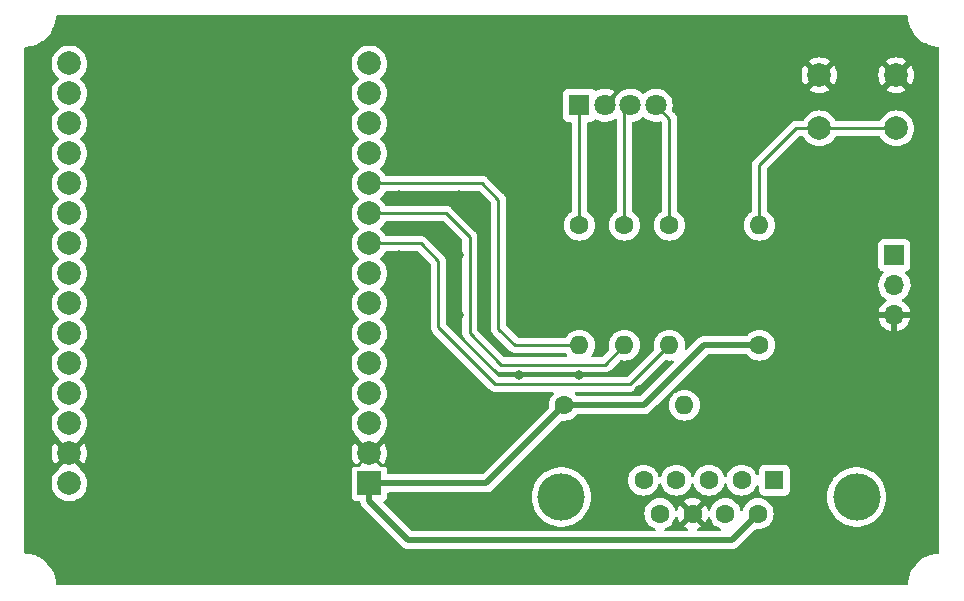
<source format=gbl>
G04 #@! TF.GenerationSoftware,KiCad,Pcbnew,6.0.7-1.fc36*
G04 #@! TF.CreationDate,2022-09-04T22:09:24+02:00*
G04 #@! TF.ProjectId,Project,50726f6a-6563-4742-9e6b-696361645f70,rev?*
G04 #@! TF.SameCoordinates,Original*
G04 #@! TF.FileFunction,Copper,L2,Bot*
G04 #@! TF.FilePolarity,Positive*
%FSLAX46Y46*%
G04 Gerber Fmt 4.6, Leading zero omitted, Abs format (unit mm)*
G04 Created by KiCad (PCBNEW 6.0.7-1.fc36) date 2022-09-04 22:09:24*
%MOMM*%
%LPD*%
G01*
G04 APERTURE LIST*
G04 #@! TA.AperFunction,ComponentPad*
%ADD10R,1.800000X1.800000*%
G04 #@! TD*
G04 #@! TA.AperFunction,ComponentPad*
%ADD11C,1.800000*%
G04 #@! TD*
G04 #@! TA.AperFunction,ComponentPad*
%ADD12R,1.700000X1.700000*%
G04 #@! TD*
G04 #@! TA.AperFunction,ComponentPad*
%ADD13O,1.700000X1.700000*%
G04 #@! TD*
G04 #@! TA.AperFunction,ComponentPad*
%ADD14C,4.000000*%
G04 #@! TD*
G04 #@! TA.AperFunction,ComponentPad*
%ADD15R,1.600000X1.600000*%
G04 #@! TD*
G04 #@! TA.AperFunction,ComponentPad*
%ADD16C,1.600000*%
G04 #@! TD*
G04 #@! TA.AperFunction,ComponentPad*
%ADD17O,1.600000X1.600000*%
G04 #@! TD*
G04 #@! TA.AperFunction,ComponentPad*
%ADD18C,2.000000*%
G04 #@! TD*
G04 #@! TA.AperFunction,ComponentPad*
%ADD19R,2.000000X2.000000*%
G04 #@! TD*
G04 #@! TA.AperFunction,ViaPad*
%ADD20C,0.800000*%
G04 #@! TD*
G04 #@! TA.AperFunction,Conductor*
%ADD21C,0.250000*%
G04 #@! TD*
G04 #@! TA.AperFunction,Conductor*
%ADD22C,0.500000*%
G04 #@! TD*
G04 APERTURE END LIST*
D10*
X85090000Y-93980000D03*
D11*
X87249000Y-93980000D03*
X89408000Y-93980000D03*
X91567000Y-93980000D03*
D12*
X111760000Y-106680000D03*
D13*
X111760000Y-109220000D03*
X111760000Y-111760000D03*
D14*
X108560000Y-127150000D03*
X83560000Y-127150000D03*
D15*
X101600000Y-125730000D03*
D16*
X98830000Y-125730000D03*
X96060000Y-125730000D03*
X93290000Y-125730000D03*
X90520000Y-125730000D03*
X100215000Y-128570000D03*
X97445000Y-128570000D03*
X94675000Y-128570000D03*
X91905000Y-128570000D03*
X83820000Y-119380000D03*
D17*
X93980000Y-119380000D03*
D16*
X100330000Y-114300000D03*
D17*
X100330000Y-104140000D03*
D16*
X92710000Y-104140000D03*
D17*
X92710000Y-114300000D03*
D16*
X88900000Y-104140000D03*
D17*
X88900000Y-114300000D03*
D16*
X85090000Y-104140000D03*
D17*
X85090000Y-114300000D03*
D18*
X105410000Y-91440000D03*
X111910000Y-91440000D03*
X111910000Y-95940000D03*
X105410000Y-95940000D03*
D19*
X67310000Y-126005000D03*
D18*
X67310000Y-123465000D03*
X67310000Y-120925000D03*
X67310000Y-118385000D03*
X67310000Y-115845000D03*
X67310000Y-113305000D03*
X67310000Y-110765000D03*
X67310000Y-108225000D03*
X67310000Y-105685000D03*
X67310000Y-103145000D03*
X67310000Y-100605000D03*
X67310000Y-98065000D03*
X67310000Y-95525000D03*
X67310000Y-92985000D03*
X67310000Y-90445000D03*
X41910000Y-90445000D03*
X41910000Y-92985000D03*
X41910000Y-95525000D03*
X41910000Y-98065000D03*
X41910000Y-100605000D03*
X41910000Y-103145000D03*
X41910000Y-105685000D03*
X41910000Y-108225000D03*
X41910000Y-110765000D03*
X41910000Y-113305000D03*
X41910000Y-115845000D03*
X41910000Y-118385000D03*
X41910000Y-120925000D03*
X41910000Y-123465000D03*
X41910000Y-126005000D03*
D20*
X44450000Y-91440000D03*
X54610000Y-116840000D03*
X74930000Y-111760000D03*
X102870000Y-100330000D03*
X99060000Y-100330000D03*
X85090000Y-123190000D03*
X92710000Y-121920000D03*
X64770000Y-121920000D03*
X85090000Y-111760000D03*
X74930000Y-96520000D03*
X109220000Y-100330000D03*
X44450000Y-101600000D03*
X95250000Y-132080000D03*
X105410000Y-106680000D03*
X80010000Y-111760000D03*
X64770000Y-127000000D03*
X95250000Y-100330000D03*
X90170000Y-120650000D03*
X49530000Y-91440000D03*
X105410000Y-121920000D03*
X80010000Y-97790000D03*
X49530000Y-116840000D03*
X69850000Y-101600000D03*
X64770000Y-111760000D03*
X88900000Y-127000000D03*
X74930000Y-132080000D03*
X87630000Y-100330000D03*
X44450000Y-116840000D03*
X64770000Y-96520000D03*
X100330000Y-96520000D03*
X49530000Y-101600000D03*
X49530000Y-96520000D03*
X95250000Y-116840000D03*
X95250000Y-96520000D03*
X91440000Y-100330000D03*
X85090000Y-132080000D03*
X100330000Y-116840000D03*
X59690000Y-132080000D03*
X90170000Y-106680000D03*
X54610000Y-127000000D03*
X59690000Y-127000000D03*
X44450000Y-106680000D03*
X69850000Y-116840000D03*
X49530000Y-127000000D03*
X100330000Y-91440000D03*
X90170000Y-123190000D03*
X85090000Y-116840000D03*
X74930000Y-91440000D03*
X95250000Y-111760000D03*
X106680000Y-102870000D03*
X49530000Y-132080000D03*
X59690000Y-96520000D03*
X90170000Y-91440000D03*
X110490000Y-121920000D03*
X44450000Y-127000000D03*
X54610000Y-111760000D03*
X54610000Y-101600000D03*
X105410000Y-111760000D03*
X64770000Y-106680000D03*
X109220000Y-105410000D03*
X64770000Y-116840000D03*
X74930000Y-101600000D03*
X64770000Y-101600000D03*
X80010000Y-101600000D03*
X95250000Y-106680000D03*
X90170000Y-111760000D03*
X85090000Y-106680000D03*
X54610000Y-96520000D03*
X90170000Y-96520000D03*
X85090000Y-120650000D03*
X95250000Y-91440000D03*
X110490000Y-116840000D03*
X100330000Y-132080000D03*
X69850000Y-111760000D03*
X44450000Y-96520000D03*
X69850000Y-106680000D03*
X49530000Y-121920000D03*
X95250000Y-121920000D03*
X64770000Y-132080000D03*
X54610000Y-121920000D03*
X59690000Y-101600000D03*
X74930000Y-116840000D03*
X74930000Y-106680000D03*
X44450000Y-132080000D03*
X90170000Y-132080000D03*
X69850000Y-123190000D03*
X110490000Y-132080000D03*
X83820000Y-96520000D03*
X44450000Y-111760000D03*
X59690000Y-121920000D03*
X80010000Y-116840000D03*
X69850000Y-96520000D03*
X54610000Y-91440000D03*
X59690000Y-91440000D03*
X80010000Y-106680000D03*
X74930000Y-123190000D03*
X80010000Y-132080000D03*
X90170000Y-118110000D03*
X69850000Y-120650000D03*
X80010000Y-127000000D03*
X69850000Y-132080000D03*
X100330000Y-111760000D03*
X64770000Y-91440000D03*
X49530000Y-106680000D03*
X54610000Y-106680000D03*
X105410000Y-132080000D03*
X80010000Y-91440000D03*
X100330000Y-121920000D03*
X100330000Y-106680000D03*
X74930000Y-120650000D03*
X105410000Y-116840000D03*
X105410000Y-127000000D03*
X69850000Y-91440000D03*
X59690000Y-111760000D03*
X44450000Y-121920000D03*
X80010000Y-120650000D03*
X54610000Y-132080000D03*
X59690000Y-106680000D03*
X59690000Y-116840000D03*
X85090000Y-91440000D03*
X49530000Y-111760000D03*
X83820000Y-100330000D03*
D21*
X92710000Y-95123000D02*
X91567000Y-93980000D01*
X92710000Y-104140000D02*
X92710000Y-95123000D01*
X88900000Y-94488000D02*
X89408000Y-93980000D01*
X88900000Y-104140000D02*
X88900000Y-94488000D01*
X67310000Y-123465000D02*
X66310001Y-124464999D01*
X68309999Y-124464999D02*
X69845001Y-124464999D01*
X67310000Y-123465000D02*
X68309999Y-124464999D01*
X66310001Y-124464999D02*
X64774999Y-124464999D01*
X85090000Y-104140000D02*
X85090000Y-93980000D01*
D22*
X67310000Y-127505000D02*
X70615000Y-130810000D01*
X83820000Y-119380000D02*
X90551000Y-119380000D01*
X90551000Y-119380000D02*
X95631000Y-114300000D01*
X77195000Y-126005000D02*
X83820000Y-119380000D01*
X97975000Y-130810000D02*
X100215000Y-128570000D01*
X67310000Y-126005000D02*
X77195000Y-126005000D01*
X95631000Y-114300000D02*
X100330000Y-114300000D01*
X70615000Y-130810000D02*
X97975000Y-130810000D01*
X67310000Y-126005000D02*
X67310000Y-127505000D01*
D21*
X103450000Y-95940000D02*
X100330000Y-99060000D01*
X100330000Y-99060000D02*
X100330000Y-104140000D01*
X105410000Y-95940000D02*
X103450000Y-95940000D01*
X111910000Y-95940000D02*
X105410000Y-95940000D01*
X77978000Y-117602000D02*
X89408000Y-117602000D01*
X73152000Y-112776000D02*
X77978000Y-117602000D01*
X67310000Y-105685000D02*
X71649000Y-105685000D01*
X89408000Y-117602000D02*
X92710000Y-114300000D01*
X71649000Y-105685000D02*
X73152000Y-107188000D01*
X73152000Y-107188000D02*
X73152000Y-112776000D01*
X87249000Y-115951000D02*
X88900000Y-114300000D01*
X75819000Y-113284000D02*
X78486000Y-115951000D01*
X78486000Y-115951000D02*
X87249000Y-115951000D01*
X73808000Y-103145000D02*
X75819000Y-105156000D01*
X75819000Y-105156000D02*
X75819000Y-113284000D01*
X67310000Y-103145000D02*
X73808000Y-103145000D01*
X78232000Y-112903000D02*
X78232000Y-101981000D01*
X78232000Y-101981000D02*
X76856000Y-100605000D01*
X76856000Y-100605000D02*
X67310000Y-100605000D01*
X85090000Y-114300000D02*
X79629000Y-114300000D01*
X79629000Y-114300000D02*
X78232000Y-112903000D01*
G04 #@! TA.AperFunction,Conductor*
G36*
X112854843Y-86380002D02*
G01*
X112901336Y-86433658D01*
X112912334Y-86476114D01*
X112925407Y-86642217D01*
X112932370Y-86730695D01*
X112997206Y-87049378D01*
X113100398Y-87357784D01*
X113240405Y-87651316D01*
X113415141Y-87925597D01*
X113417584Y-87928560D01*
X113417585Y-87928562D01*
X113567308Y-88110190D01*
X113622001Y-88176538D01*
X113857902Y-88400399D01*
X114119326Y-88593843D01*
X114260851Y-88673914D01*
X114399019Y-88752086D01*
X114399023Y-88752088D01*
X114402376Y-88753985D01*
X114702832Y-88878438D01*
X114806288Y-88907129D01*
X115012500Y-88964317D01*
X115012508Y-88964319D01*
X115016216Y-88965347D01*
X115337856Y-89013416D01*
X115341152Y-89013560D01*
X115341153Y-89013560D01*
X115449497Y-89018291D01*
X115516680Y-89041246D01*
X115560788Y-89096879D01*
X115570000Y-89144171D01*
X115570000Y-131837919D01*
X115549998Y-131906040D01*
X115496342Y-131952533D01*
X115451692Y-131963684D01*
X115383824Y-131967835D01*
X115245395Y-131976302D01*
X115241612Y-131977003D01*
X115241605Y-131977004D01*
X115085512Y-132005934D01*
X114925628Y-132035567D01*
X114741058Y-132093762D01*
X114619140Y-132132202D01*
X114619137Y-132132203D01*
X114615468Y-132133360D01*
X114611971Y-132134954D01*
X114611965Y-132134956D01*
X114323046Y-132266624D01*
X114323042Y-132266626D01*
X114319538Y-132268223D01*
X114042249Y-132438146D01*
X114039245Y-132440536D01*
X114039240Y-132440539D01*
X113914993Y-132539370D01*
X113787736Y-132640595D01*
X113785042Y-132643336D01*
X113785038Y-132643340D01*
X113562487Y-132869810D01*
X113562483Y-132869815D01*
X113559792Y-132872553D01*
X113361815Y-133130561D01*
X113196758Y-133410773D01*
X113067080Y-133709012D01*
X112974715Y-134020831D01*
X112921039Y-134341583D01*
X112920871Y-134345433D01*
X112914145Y-134499496D01*
X112891191Y-134566679D01*
X112835559Y-134610787D01*
X112788265Y-134620000D01*
X40883278Y-134620000D01*
X40815157Y-134599998D01*
X40768664Y-134546342D01*
X40757666Y-134503886D01*
X40737932Y-134253140D01*
X40737932Y-134253137D01*
X40737630Y-134249305D01*
X40672794Y-133930622D01*
X40569602Y-133622216D01*
X40429595Y-133328684D01*
X40254859Y-133054403D01*
X40107470Y-132875606D01*
X40050442Y-132806425D01*
X40050438Y-132806420D01*
X40047999Y-132803462D01*
X39812098Y-132579601D01*
X39550674Y-132386157D01*
X39345781Y-132270234D01*
X39270981Y-132227914D01*
X39270977Y-132227912D01*
X39267624Y-132226015D01*
X38967168Y-132101562D01*
X38863712Y-132072871D01*
X38657500Y-132015683D01*
X38657492Y-132015681D01*
X38653784Y-132014653D01*
X38332144Y-131966584D01*
X38328848Y-131966440D01*
X38328847Y-131966440D01*
X38220503Y-131961709D01*
X38153320Y-131938754D01*
X38109212Y-131883121D01*
X38100000Y-131835829D01*
X38100000Y-126005000D01*
X40396835Y-126005000D01*
X40415465Y-126241711D01*
X40470895Y-126472594D01*
X40472788Y-126477165D01*
X40472789Y-126477167D01*
X40542501Y-126645467D01*
X40561760Y-126691963D01*
X40564346Y-126696183D01*
X40683241Y-126890202D01*
X40683245Y-126890208D01*
X40685824Y-126894416D01*
X40840031Y-127074969D01*
X41020584Y-127229176D01*
X41024792Y-127231755D01*
X41024798Y-127231759D01*
X41198231Y-127338039D01*
X41223037Y-127353240D01*
X41227607Y-127355133D01*
X41227611Y-127355135D01*
X41409768Y-127430586D01*
X41442406Y-127444105D01*
X41490349Y-127455615D01*
X41668476Y-127498380D01*
X41668482Y-127498381D01*
X41673289Y-127499535D01*
X41910000Y-127518165D01*
X42146711Y-127499535D01*
X42151518Y-127498381D01*
X42151524Y-127498380D01*
X42329651Y-127455615D01*
X42377594Y-127444105D01*
X42410232Y-127430586D01*
X42592389Y-127355135D01*
X42592393Y-127355133D01*
X42596963Y-127353240D01*
X42621769Y-127338039D01*
X42795202Y-127231759D01*
X42795208Y-127231755D01*
X42799416Y-127229176D01*
X42979969Y-127074969D01*
X43134176Y-126894416D01*
X43136755Y-126890208D01*
X43136759Y-126890202D01*
X43255654Y-126696183D01*
X43258240Y-126691963D01*
X43277500Y-126645467D01*
X43347211Y-126477167D01*
X43347212Y-126477165D01*
X43349105Y-126472594D01*
X43404535Y-126241711D01*
X43423165Y-126005000D01*
X43404535Y-125768289D01*
X43394029Y-125724525D01*
X43350260Y-125542218D01*
X43349105Y-125537406D01*
X43347211Y-125532833D01*
X43260135Y-125322611D01*
X43260133Y-125322607D01*
X43258240Y-125318037D01*
X43202145Y-125226498D01*
X43136759Y-125119798D01*
X43136755Y-125119792D01*
X43134176Y-125115584D01*
X42979969Y-124935031D01*
X42976213Y-124931823D01*
X42976208Y-124931818D01*
X42823384Y-124801294D01*
X42784574Y-124741844D01*
X42782360Y-124707442D01*
X42774123Y-124688333D01*
X41922812Y-123837022D01*
X41908868Y-123829408D01*
X41907035Y-123829539D01*
X41900420Y-123833790D01*
X41048920Y-124685290D01*
X41039740Y-124702102D01*
X41025980Y-124765350D01*
X40997224Y-124800775D01*
X40902353Y-124881803D01*
X40840031Y-124935031D01*
X40685824Y-125115584D01*
X40683245Y-125119792D01*
X40683241Y-125119798D01*
X40617855Y-125226498D01*
X40561760Y-125318037D01*
X40559867Y-125322607D01*
X40559865Y-125322611D01*
X40472789Y-125532833D01*
X40470895Y-125537406D01*
X40469740Y-125542218D01*
X40425972Y-125724525D01*
X40415465Y-125768289D01*
X40396835Y-126005000D01*
X38100000Y-126005000D01*
X38100000Y-123469930D01*
X40397725Y-123469930D01*
X40415572Y-123696699D01*
X40417115Y-123706446D01*
X40470217Y-123927627D01*
X40473266Y-123937012D01*
X40560313Y-124147163D01*
X40564795Y-124155958D01*
X40667432Y-124323445D01*
X40677890Y-124332907D01*
X40686666Y-124329124D01*
X41537978Y-123477812D01*
X41544356Y-123466132D01*
X42274408Y-123466132D01*
X42274539Y-123467965D01*
X42278790Y-123474580D01*
X43130290Y-124326080D01*
X43142670Y-124332840D01*
X43150320Y-124327113D01*
X43255205Y-124155958D01*
X43259687Y-124147163D01*
X43346734Y-123937012D01*
X43349783Y-123927627D01*
X43402885Y-123706446D01*
X43404428Y-123696699D01*
X43422275Y-123469930D01*
X43422275Y-123460070D01*
X43404428Y-123233301D01*
X43402885Y-123223554D01*
X43349783Y-123002373D01*
X43346734Y-122992988D01*
X43259687Y-122782837D01*
X43255205Y-122774042D01*
X43152568Y-122606555D01*
X43142110Y-122597093D01*
X43133334Y-122600876D01*
X42282022Y-123452188D01*
X42274408Y-123466132D01*
X41544356Y-123466132D01*
X41545592Y-123463868D01*
X41545461Y-123462035D01*
X41541210Y-123455420D01*
X40689710Y-122603920D01*
X40677330Y-122597160D01*
X40669680Y-122602887D01*
X40564795Y-122774042D01*
X40560313Y-122782837D01*
X40473266Y-122992988D01*
X40470217Y-123002373D01*
X40417115Y-123223554D01*
X40415572Y-123233301D01*
X40397725Y-123460070D01*
X40397725Y-123469930D01*
X38100000Y-123469930D01*
X38100000Y-120925000D01*
X40396835Y-120925000D01*
X40415465Y-121161711D01*
X40470895Y-121392594D01*
X40561760Y-121611963D01*
X40564346Y-121616183D01*
X40683241Y-121810202D01*
X40683245Y-121810208D01*
X40685824Y-121814416D01*
X40840031Y-121994969D01*
X40843787Y-121998177D01*
X40843792Y-121998182D01*
X40996616Y-122128706D01*
X41035426Y-122188156D01*
X41037640Y-122222558D01*
X41045877Y-122241667D01*
X41897188Y-123092978D01*
X41911132Y-123100592D01*
X41912965Y-123100461D01*
X41919580Y-123096210D01*
X42771080Y-122244710D01*
X42780260Y-122227898D01*
X42794020Y-122164650D01*
X42822776Y-122129225D01*
X42976213Y-121998177D01*
X42979969Y-121994969D01*
X43134176Y-121814416D01*
X43136755Y-121810208D01*
X43136759Y-121810202D01*
X43255654Y-121616183D01*
X43258240Y-121611963D01*
X43349105Y-121392594D01*
X43404535Y-121161711D01*
X43423165Y-120925000D01*
X65796835Y-120925000D01*
X65815465Y-121161711D01*
X65870895Y-121392594D01*
X65961760Y-121611963D01*
X65964346Y-121616183D01*
X66083241Y-121810202D01*
X66083245Y-121810208D01*
X66085824Y-121814416D01*
X66240031Y-121994969D01*
X66243787Y-121998177D01*
X66243792Y-121998182D01*
X66396616Y-122128706D01*
X66435426Y-122188156D01*
X66437640Y-122222558D01*
X66445877Y-122241667D01*
X67297188Y-123092978D01*
X67311132Y-123100592D01*
X67312965Y-123100461D01*
X67319580Y-123096210D01*
X68171080Y-122244710D01*
X68180260Y-122227898D01*
X68194020Y-122164650D01*
X68222776Y-122129225D01*
X68376213Y-121998177D01*
X68379969Y-121994969D01*
X68534176Y-121814416D01*
X68536755Y-121810208D01*
X68536759Y-121810202D01*
X68655654Y-121616183D01*
X68658240Y-121611963D01*
X68749105Y-121392594D01*
X68804535Y-121161711D01*
X68823165Y-120925000D01*
X68804535Y-120688289D01*
X68801135Y-120674124D01*
X68750260Y-120462218D01*
X68749105Y-120457406D01*
X68747211Y-120452833D01*
X68660135Y-120242611D01*
X68660133Y-120242607D01*
X68658240Y-120238037D01*
X68630169Y-120192230D01*
X68536759Y-120039798D01*
X68536755Y-120039792D01*
X68534176Y-120035584D01*
X68379969Y-119855031D01*
X68376213Y-119851823D01*
X68376208Y-119851818D01*
X68257944Y-119750811D01*
X68219134Y-119691361D01*
X68218628Y-119620366D01*
X68257944Y-119559189D01*
X68376208Y-119458182D01*
X68376213Y-119458177D01*
X68379969Y-119454969D01*
X68534176Y-119274416D01*
X68536755Y-119270208D01*
X68536759Y-119270202D01*
X68655654Y-119076183D01*
X68658240Y-119071963D01*
X68749105Y-118852594D01*
X68778960Y-118728238D01*
X68803380Y-118626524D01*
X68803381Y-118626518D01*
X68804535Y-118621711D01*
X68823165Y-118385000D01*
X68804535Y-118148289D01*
X68802354Y-118139202D01*
X68750260Y-117922218D01*
X68749105Y-117917406D01*
X68658240Y-117698037D01*
X68655654Y-117693817D01*
X68536759Y-117499798D01*
X68536755Y-117499792D01*
X68534176Y-117495584D01*
X68379969Y-117315031D01*
X68376213Y-117311823D01*
X68376208Y-117311818D01*
X68257944Y-117210811D01*
X68219134Y-117151361D01*
X68218628Y-117080366D01*
X68257944Y-117019189D01*
X68376208Y-116918182D01*
X68376213Y-116918177D01*
X68379969Y-116914969D01*
X68534176Y-116734416D01*
X68536755Y-116730208D01*
X68536759Y-116730202D01*
X68655654Y-116536183D01*
X68658240Y-116531963D01*
X68662976Y-116520531D01*
X68747211Y-116317167D01*
X68747212Y-116317165D01*
X68749105Y-116312594D01*
X68804535Y-116081711D01*
X68823165Y-115845000D01*
X68804535Y-115608289D01*
X68796574Y-115575126D01*
X68750260Y-115382218D01*
X68749105Y-115377406D01*
X68747211Y-115372833D01*
X68660135Y-115162611D01*
X68660133Y-115162607D01*
X68658240Y-115158037D01*
X68599008Y-115061379D01*
X68536759Y-114959798D01*
X68536755Y-114959792D01*
X68534176Y-114955584D01*
X68379969Y-114775031D01*
X68376213Y-114771823D01*
X68376208Y-114771818D01*
X68257944Y-114670811D01*
X68219134Y-114611361D01*
X68218628Y-114540366D01*
X68257944Y-114479189D01*
X68376208Y-114378182D01*
X68376213Y-114378177D01*
X68379969Y-114374969D01*
X68534176Y-114194416D01*
X68536755Y-114190208D01*
X68536759Y-114190202D01*
X68655654Y-113996183D01*
X68658240Y-113991963D01*
X68749105Y-113772594D01*
X68774576Y-113666500D01*
X68803380Y-113546524D01*
X68803381Y-113546518D01*
X68804535Y-113541711D01*
X68823165Y-113305000D01*
X68804535Y-113068289D01*
X68802977Y-113061797D01*
X68750260Y-112842218D01*
X68749105Y-112837406D01*
X68726978Y-112783986D01*
X68660135Y-112622611D01*
X68660133Y-112622607D01*
X68658240Y-112618037D01*
X68655654Y-112613817D01*
X68536759Y-112419798D01*
X68536755Y-112419792D01*
X68534176Y-112415584D01*
X68379969Y-112235031D01*
X68376213Y-112231823D01*
X68376208Y-112231818D01*
X68257944Y-112130811D01*
X68219134Y-112071361D01*
X68218628Y-112000366D01*
X68257944Y-111939189D01*
X68376208Y-111838182D01*
X68376213Y-111838177D01*
X68379969Y-111834969D01*
X68534176Y-111654416D01*
X68536755Y-111650208D01*
X68536759Y-111650202D01*
X68655654Y-111456183D01*
X68658240Y-111451963D01*
X68723476Y-111294470D01*
X68747211Y-111237167D01*
X68747212Y-111237165D01*
X68749105Y-111232594D01*
X68804535Y-111001711D01*
X68823165Y-110765000D01*
X68804535Y-110528289D01*
X68798031Y-110501195D01*
X68750260Y-110302218D01*
X68749105Y-110297406D01*
X68707615Y-110197240D01*
X68660135Y-110082611D01*
X68660133Y-110082607D01*
X68658240Y-110078037D01*
X68565241Y-109926277D01*
X68536759Y-109879798D01*
X68536755Y-109879792D01*
X68534176Y-109875584D01*
X68379969Y-109695031D01*
X68376213Y-109691823D01*
X68376208Y-109691818D01*
X68257944Y-109590811D01*
X68219134Y-109531361D01*
X68218628Y-109460366D01*
X68257944Y-109399189D01*
X68376208Y-109298182D01*
X68376213Y-109298177D01*
X68379969Y-109294969D01*
X68534176Y-109114416D01*
X68536755Y-109110208D01*
X68536759Y-109110202D01*
X68655654Y-108916183D01*
X68658240Y-108911963D01*
X68714577Y-108775954D01*
X68747211Y-108697167D01*
X68747212Y-108697165D01*
X68749105Y-108692594D01*
X68804535Y-108461711D01*
X68823165Y-108225000D01*
X68804535Y-107988289D01*
X68749105Y-107757406D01*
X68674849Y-107578134D01*
X68660135Y-107542611D01*
X68660133Y-107542607D01*
X68658240Y-107538037D01*
X68604539Y-107450405D01*
X68536759Y-107339798D01*
X68536755Y-107339792D01*
X68534176Y-107335584D01*
X68379969Y-107155031D01*
X68376213Y-107151823D01*
X68376208Y-107151818D01*
X68257944Y-107050811D01*
X68219134Y-106991361D01*
X68218628Y-106920366D01*
X68257944Y-106859189D01*
X68376208Y-106758182D01*
X68376213Y-106758177D01*
X68379969Y-106754969D01*
X68534176Y-106574416D01*
X68536755Y-106570208D01*
X68536759Y-106570202D01*
X68654133Y-106378665D01*
X68706781Y-106331034D01*
X68761566Y-106318500D01*
X71334406Y-106318500D01*
X71402527Y-106338502D01*
X71423501Y-106355405D01*
X72481595Y-107413500D01*
X72515621Y-107475812D01*
X72518500Y-107502595D01*
X72518500Y-112697233D01*
X72517973Y-112708416D01*
X72516298Y-112715909D01*
X72516547Y-112723835D01*
X72516547Y-112723836D01*
X72518438Y-112783986D01*
X72518500Y-112787945D01*
X72518500Y-112815856D01*
X72518997Y-112819790D01*
X72518997Y-112819791D01*
X72519005Y-112819856D01*
X72519938Y-112831693D01*
X72521327Y-112875889D01*
X72526978Y-112895339D01*
X72530987Y-112914700D01*
X72533526Y-112934797D01*
X72536445Y-112942168D01*
X72536445Y-112942170D01*
X72549804Y-112975912D01*
X72553649Y-112987142D01*
X72559674Y-113007881D01*
X72565982Y-113029593D01*
X72570015Y-113036412D01*
X72570017Y-113036417D01*
X72576293Y-113047028D01*
X72584988Y-113064776D01*
X72592448Y-113083617D01*
X72597110Y-113090033D01*
X72597110Y-113090034D01*
X72618436Y-113119387D01*
X72624952Y-113129307D01*
X72636589Y-113148983D01*
X72647458Y-113167362D01*
X72661779Y-113181683D01*
X72674619Y-113196716D01*
X72686528Y-113213107D01*
X72720605Y-113241298D01*
X72729384Y-113249288D01*
X77474343Y-117994247D01*
X77481887Y-118002537D01*
X77486000Y-118009018D01*
X77491777Y-118014443D01*
X77535667Y-118055658D01*
X77538509Y-118058413D01*
X77558231Y-118078135D01*
X77561355Y-118080558D01*
X77561359Y-118080562D01*
X77561424Y-118080612D01*
X77570445Y-118088317D01*
X77602679Y-118118586D01*
X77609627Y-118122405D01*
X77609629Y-118122407D01*
X77620432Y-118128346D01*
X77636959Y-118139202D01*
X77646698Y-118146757D01*
X77646700Y-118146758D01*
X77652960Y-118151614D01*
X77693540Y-118169174D01*
X77704188Y-118174391D01*
X77728976Y-118188018D01*
X77742940Y-118195695D01*
X77750616Y-118197666D01*
X77750619Y-118197667D01*
X77762562Y-118200733D01*
X77781267Y-118207137D01*
X77799855Y-118215181D01*
X77807678Y-118216420D01*
X77807688Y-118216423D01*
X77843524Y-118222099D01*
X77855144Y-118224505D01*
X77886959Y-118232673D01*
X77897970Y-118235500D01*
X77918224Y-118235500D01*
X77937934Y-118237051D01*
X77957943Y-118240220D01*
X77965835Y-118239474D01*
X77984580Y-118237702D01*
X78001962Y-118236059D01*
X78013819Y-118235500D01*
X82809812Y-118235500D01*
X82877933Y-118255502D01*
X82924426Y-118309158D01*
X82934530Y-118379432D01*
X82905036Y-118444012D01*
X82898907Y-118450595D01*
X82813802Y-118535700D01*
X82682477Y-118723251D01*
X82680154Y-118728233D01*
X82680151Y-118728238D01*
X82620031Y-118857167D01*
X82585716Y-118930757D01*
X82526457Y-119151913D01*
X82506502Y-119380000D01*
X82506981Y-119385475D01*
X82520755Y-119542913D01*
X82506766Y-119612518D01*
X82484329Y-119642990D01*
X76917724Y-125209595D01*
X76855412Y-125243621D01*
X76828629Y-125246500D01*
X68944500Y-125246500D01*
X68876379Y-125226498D01*
X68829886Y-125172842D01*
X68818500Y-125120500D01*
X68818500Y-124956866D01*
X68811745Y-124894684D01*
X68760615Y-124758295D01*
X68673261Y-124641739D01*
X68640955Y-124617527D01*
X68563892Y-124559771D01*
X68563890Y-124559770D01*
X68556705Y-124554385D01*
X68556550Y-124554327D01*
X68509537Y-124507209D01*
X68494522Y-124437818D01*
X68519406Y-124371325D01*
X68524381Y-124365114D01*
X68530557Y-124357883D01*
X68536357Y-124349899D01*
X68655205Y-124155958D01*
X68659687Y-124147163D01*
X68746734Y-123937012D01*
X68749783Y-123927627D01*
X68802885Y-123706446D01*
X68804428Y-123696699D01*
X68822275Y-123469930D01*
X68822275Y-123460070D01*
X68804428Y-123233301D01*
X68802885Y-123223554D01*
X68749783Y-123002373D01*
X68746734Y-122992988D01*
X68659687Y-122782837D01*
X68655205Y-122774042D01*
X68552568Y-122606555D01*
X68542110Y-122597093D01*
X68533334Y-122600876D01*
X67399095Y-123735115D01*
X67336783Y-123769141D01*
X67265968Y-123764076D01*
X67220905Y-123735115D01*
X66089710Y-122603920D01*
X66077330Y-122597160D01*
X66069680Y-122602887D01*
X65964795Y-122774042D01*
X65960313Y-122782837D01*
X65873266Y-122992988D01*
X65870217Y-123002373D01*
X65817115Y-123223554D01*
X65815572Y-123233301D01*
X65797725Y-123460070D01*
X65797725Y-123469930D01*
X65815572Y-123696699D01*
X65817115Y-123706446D01*
X65870217Y-123927627D01*
X65873266Y-123937012D01*
X65960313Y-124147163D01*
X65964795Y-124155958D01*
X66083643Y-124349899D01*
X66089443Y-124357883D01*
X66095619Y-124365114D01*
X66124651Y-124429904D01*
X66114047Y-124500104D01*
X66067823Y-124552688D01*
X66063295Y-124554385D01*
X66056110Y-124559770D01*
X66056108Y-124559771D01*
X65979045Y-124617527D01*
X65946739Y-124641739D01*
X65859385Y-124758295D01*
X65808255Y-124894684D01*
X65801500Y-124956866D01*
X65801500Y-127053134D01*
X65808255Y-127115316D01*
X65859385Y-127251705D01*
X65946739Y-127368261D01*
X66063295Y-127455615D01*
X66199684Y-127506745D01*
X66261866Y-127513500D01*
X66433493Y-127513500D01*
X66501614Y-127533502D01*
X66548107Y-127587158D01*
X66559078Y-127629286D01*
X66561140Y-127654637D01*
X66563396Y-127661601D01*
X66564587Y-127667560D01*
X66565971Y-127673415D01*
X66566818Y-127680681D01*
X66591735Y-127749327D01*
X66593152Y-127753455D01*
X66615649Y-127822899D01*
X66619445Y-127829154D01*
X66621951Y-127834628D01*
X66624670Y-127840058D01*
X66627167Y-127846937D01*
X66631180Y-127853057D01*
X66631180Y-127853058D01*
X66667186Y-127907976D01*
X66669523Y-127911680D01*
X66707405Y-127974107D01*
X66711121Y-127978315D01*
X66711122Y-127978316D01*
X66714803Y-127982484D01*
X66714776Y-127982508D01*
X66717429Y-127985500D01*
X66720132Y-127988733D01*
X66724144Y-127994852D01*
X66729456Y-127999884D01*
X66780383Y-128048128D01*
X66782825Y-128050506D01*
X70031227Y-131298907D01*
X70043613Y-131313319D01*
X70052149Y-131324917D01*
X70056492Y-131330818D01*
X70062070Y-131335557D01*
X70062073Y-131335560D01*
X70096775Y-131365041D01*
X70104291Y-131371971D01*
X70109980Y-131377660D01*
X70112834Y-131379918D01*
X70112844Y-131379927D01*
X70132242Y-131395274D01*
X70135642Y-131398062D01*
X70185707Y-131440595D01*
X70185711Y-131440598D01*
X70191285Y-131445333D01*
X70197800Y-131448660D01*
X70202837Y-131452019D01*
X70207975Y-131455192D01*
X70213716Y-131459734D01*
X70279875Y-131490655D01*
X70283769Y-131492558D01*
X70348808Y-131525769D01*
X70355917Y-131527508D01*
X70361551Y-131529604D01*
X70367321Y-131531523D01*
X70373950Y-131534622D01*
X70381113Y-131536112D01*
X70381116Y-131536113D01*
X70431830Y-131546661D01*
X70445435Y-131549491D01*
X70449701Y-131550457D01*
X70520610Y-131567808D01*
X70526212Y-131568156D01*
X70526215Y-131568156D01*
X70531764Y-131568500D01*
X70531762Y-131568535D01*
X70535734Y-131568775D01*
X70539955Y-131569152D01*
X70547115Y-131570641D01*
X70624542Y-131568546D01*
X70627950Y-131568500D01*
X97907930Y-131568500D01*
X97926880Y-131569933D01*
X97941115Y-131572099D01*
X97941119Y-131572099D01*
X97948349Y-131573199D01*
X97955641Y-131572606D01*
X97955644Y-131572606D01*
X98001018Y-131568915D01*
X98011233Y-131568500D01*
X98019293Y-131568500D01*
X98036680Y-131566473D01*
X98047507Y-131565211D01*
X98051882Y-131564778D01*
X98117339Y-131559454D01*
X98117342Y-131559453D01*
X98124637Y-131558860D01*
X98131601Y-131556604D01*
X98137560Y-131555413D01*
X98143415Y-131554029D01*
X98150681Y-131553182D01*
X98219327Y-131528265D01*
X98223455Y-131526848D01*
X98285936Y-131506607D01*
X98285938Y-131506606D01*
X98292899Y-131504351D01*
X98299154Y-131500555D01*
X98304628Y-131498049D01*
X98310058Y-131495330D01*
X98316937Y-131492833D01*
X98323058Y-131488820D01*
X98377976Y-131452814D01*
X98381680Y-131450477D01*
X98444107Y-131412595D01*
X98452484Y-131405197D01*
X98452508Y-131405224D01*
X98455500Y-131402571D01*
X98458733Y-131399868D01*
X98464852Y-131395856D01*
X98518128Y-131339617D01*
X98520506Y-131337175D01*
X99952010Y-129905671D01*
X100014322Y-129871645D01*
X100052087Y-129869245D01*
X100209525Y-129883019D01*
X100215000Y-129883498D01*
X100443087Y-129863543D01*
X100448400Y-129862119D01*
X100448402Y-129862119D01*
X100658933Y-129805707D01*
X100658935Y-129805706D01*
X100664243Y-129804284D01*
X100670235Y-129801490D01*
X100866762Y-129709849D01*
X100866767Y-129709846D01*
X100871749Y-129707523D01*
X100976611Y-129634098D01*
X101054789Y-129579357D01*
X101054792Y-129579355D01*
X101059300Y-129576198D01*
X101221198Y-129414300D01*
X101352523Y-129226749D01*
X101354846Y-129221767D01*
X101354849Y-129221762D01*
X101446961Y-129024225D01*
X101446961Y-129024224D01*
X101449284Y-129019243D01*
X101469976Y-128942022D01*
X101507119Y-128803402D01*
X101507119Y-128803400D01*
X101508543Y-128798087D01*
X101528498Y-128570000D01*
X101508543Y-128341913D01*
X101494537Y-128289642D01*
X101450707Y-128126067D01*
X101450706Y-128126064D01*
X101449284Y-128120757D01*
X101446961Y-128115775D01*
X101354849Y-127918238D01*
X101354846Y-127918233D01*
X101352523Y-127913251D01*
X101253037Y-127771171D01*
X101224357Y-127730211D01*
X101224355Y-127730208D01*
X101221198Y-127725700D01*
X101059300Y-127563802D01*
X101054792Y-127560645D01*
X101054789Y-127560643D01*
X100928920Y-127472509D01*
X100871749Y-127432477D01*
X100866767Y-127430154D01*
X100866762Y-127430151D01*
X100669225Y-127338039D01*
X100669224Y-127338039D01*
X100664243Y-127335716D01*
X100658935Y-127334294D01*
X100658933Y-127334293D01*
X100448402Y-127277881D01*
X100448400Y-127277881D01*
X100443087Y-127276457D01*
X100215000Y-127256502D01*
X99986913Y-127276457D01*
X99981600Y-127277881D01*
X99981598Y-127277881D01*
X99771067Y-127334293D01*
X99771065Y-127334294D01*
X99765757Y-127335716D01*
X99760776Y-127338039D01*
X99760775Y-127338039D01*
X99563238Y-127430151D01*
X99563233Y-127430154D01*
X99558251Y-127432477D01*
X99501080Y-127472509D01*
X99375211Y-127560643D01*
X99375208Y-127560645D01*
X99370700Y-127563802D01*
X99208802Y-127725700D01*
X99205645Y-127730208D01*
X99205643Y-127730211D01*
X99176963Y-127771171D01*
X99077477Y-127913251D01*
X99075154Y-127918233D01*
X99075151Y-127918238D01*
X98983039Y-128115775D01*
X98980716Y-128120757D01*
X98979294Y-128126064D01*
X98979293Y-128126067D01*
X98951707Y-128229019D01*
X98914755Y-128289642D01*
X98850894Y-128320663D01*
X98780400Y-128312235D01*
X98725653Y-128267032D01*
X98708293Y-128229019D01*
X98680707Y-128126067D01*
X98680706Y-128126064D01*
X98679284Y-128120757D01*
X98676961Y-128115775D01*
X98584849Y-127918238D01*
X98584846Y-127918233D01*
X98582523Y-127913251D01*
X98483037Y-127771171D01*
X98454357Y-127730211D01*
X98454355Y-127730208D01*
X98451198Y-127725700D01*
X98289300Y-127563802D01*
X98284792Y-127560645D01*
X98284789Y-127560643D01*
X98158920Y-127472509D01*
X98101749Y-127432477D01*
X98096767Y-127430154D01*
X98096762Y-127430151D01*
X97899225Y-127338039D01*
X97899224Y-127338039D01*
X97894243Y-127335716D01*
X97888935Y-127334294D01*
X97888933Y-127334293D01*
X97678402Y-127277881D01*
X97678400Y-127277881D01*
X97673087Y-127276457D01*
X97445000Y-127256502D01*
X97216913Y-127276457D01*
X97211600Y-127277881D01*
X97211598Y-127277881D01*
X97001067Y-127334293D01*
X97001065Y-127334294D01*
X96995757Y-127335716D01*
X96990776Y-127338039D01*
X96990775Y-127338039D01*
X96793238Y-127430151D01*
X96793233Y-127430154D01*
X96788251Y-127432477D01*
X96731080Y-127472509D01*
X96605211Y-127560643D01*
X96605208Y-127560645D01*
X96600700Y-127563802D01*
X96438802Y-127725700D01*
X96435645Y-127730208D01*
X96435643Y-127730211D01*
X96406963Y-127771171D01*
X96307477Y-127913251D01*
X96305154Y-127918233D01*
X96305151Y-127918238D01*
X96213039Y-128115775D01*
X96210716Y-128120757D01*
X96209294Y-128126064D01*
X96181448Y-128229986D01*
X96144496Y-128290608D01*
X96080635Y-128321630D01*
X96010141Y-128313201D01*
X95955394Y-128267998D01*
X95938034Y-128229985D01*
X95910236Y-128126239D01*
X95906490Y-128115947D01*
X95814414Y-127918489D01*
X95808931Y-127908994D01*
X95772491Y-127856952D01*
X95762012Y-127848576D01*
X95748566Y-127855644D01*
X95047022Y-128557188D01*
X95039408Y-128571132D01*
X95039539Y-128572965D01*
X95043790Y-128579580D01*
X95749287Y-129285077D01*
X95761062Y-129291507D01*
X95773077Y-129282211D01*
X95808931Y-129231006D01*
X95814414Y-129221511D01*
X95906490Y-129024053D01*
X95910236Y-129013761D01*
X95938034Y-128910015D01*
X95974985Y-128849392D01*
X96038846Y-128818371D01*
X96109340Y-128826799D01*
X96164088Y-128872002D01*
X96181448Y-128910014D01*
X96210716Y-129019243D01*
X96213039Y-129024224D01*
X96213039Y-129024225D01*
X96305151Y-129221762D01*
X96305154Y-129221767D01*
X96307477Y-129226749D01*
X96438802Y-129414300D01*
X96600700Y-129576198D01*
X96605208Y-129579355D01*
X96605211Y-129579357D01*
X96683389Y-129634098D01*
X96788251Y-129707523D01*
X96793233Y-129709846D01*
X96793238Y-129709849D01*
X96989765Y-129801490D01*
X96995757Y-129804284D01*
X97001067Y-129805707D01*
X97004892Y-129807099D01*
X97062063Y-129849193D01*
X97087401Y-129915515D01*
X97072860Y-129985006D01*
X97023058Y-130035605D01*
X96961797Y-130051500D01*
X95156737Y-130051500D01*
X95088616Y-130031498D01*
X95042123Y-129977842D01*
X95032019Y-129907568D01*
X95061513Y-129842988D01*
X95113642Y-129807099D01*
X95129053Y-129801490D01*
X95326511Y-129709414D01*
X95336006Y-129703931D01*
X95388048Y-129667491D01*
X95396424Y-129657012D01*
X95389356Y-129643566D01*
X94687812Y-128942022D01*
X94673868Y-128934408D01*
X94672035Y-128934539D01*
X94665420Y-128938790D01*
X93959923Y-129644287D01*
X93953493Y-129656062D01*
X93962789Y-129668077D01*
X94013994Y-129703931D01*
X94023489Y-129709414D01*
X94220947Y-129801490D01*
X94236358Y-129807099D01*
X94293529Y-129849193D01*
X94318867Y-129915515D01*
X94304326Y-129985006D01*
X94254524Y-130035605D01*
X94193263Y-130051500D01*
X92388203Y-130051500D01*
X92320082Y-130031498D01*
X92273589Y-129977842D01*
X92263485Y-129907568D01*
X92292979Y-129842988D01*
X92345108Y-129807099D01*
X92348933Y-129805707D01*
X92354243Y-129804284D01*
X92360235Y-129801490D01*
X92556762Y-129709849D01*
X92556767Y-129709846D01*
X92561749Y-129707523D01*
X92666611Y-129634098D01*
X92744789Y-129579357D01*
X92744792Y-129579355D01*
X92749300Y-129576198D01*
X92911198Y-129414300D01*
X93042523Y-129226749D01*
X93044846Y-129221767D01*
X93044849Y-129221762D01*
X93136961Y-129024225D01*
X93136961Y-129024224D01*
X93139284Y-129019243D01*
X93168552Y-128910014D01*
X93205504Y-128849392D01*
X93269365Y-128818370D01*
X93339859Y-128826799D01*
X93394606Y-128872002D01*
X93411966Y-128910015D01*
X93439764Y-129013761D01*
X93443510Y-129024053D01*
X93535586Y-129221511D01*
X93541069Y-129231006D01*
X93577509Y-129283048D01*
X93587988Y-129291424D01*
X93601434Y-129284356D01*
X94302978Y-128582812D01*
X94310592Y-128568868D01*
X94310461Y-128567035D01*
X94306210Y-128560420D01*
X93600713Y-127854923D01*
X93588938Y-127848493D01*
X93576923Y-127857789D01*
X93541069Y-127908994D01*
X93535586Y-127918489D01*
X93443510Y-128115947D01*
X93439764Y-128126239D01*
X93411966Y-128229985D01*
X93375015Y-128290608D01*
X93311154Y-128321629D01*
X93240660Y-128313201D01*
X93185912Y-128267998D01*
X93168552Y-128229986D01*
X93140706Y-128126064D01*
X93139284Y-128120757D01*
X93136961Y-128115775D01*
X93044849Y-127918238D01*
X93044846Y-127918233D01*
X93042523Y-127913251D01*
X92943037Y-127771171D01*
X92914357Y-127730211D01*
X92914355Y-127730208D01*
X92911198Y-127725700D01*
X92749300Y-127563802D01*
X92744792Y-127560645D01*
X92744789Y-127560643D01*
X92633886Y-127482988D01*
X93953576Y-127482988D01*
X93960644Y-127496434D01*
X94662188Y-128197978D01*
X94676132Y-128205592D01*
X94677965Y-128205461D01*
X94684580Y-128201210D01*
X95390077Y-127495713D01*
X95396507Y-127483938D01*
X95387211Y-127471923D01*
X95336006Y-127436069D01*
X95326511Y-127430586D01*
X95129053Y-127338510D01*
X95118761Y-127334764D01*
X94908312Y-127278375D01*
X94897519Y-127276472D01*
X94680475Y-127257483D01*
X94669525Y-127257483D01*
X94452481Y-127276472D01*
X94441688Y-127278375D01*
X94231239Y-127334764D01*
X94220947Y-127338510D01*
X94023489Y-127430586D01*
X94013994Y-127436069D01*
X93961952Y-127472509D01*
X93953576Y-127482988D01*
X92633886Y-127482988D01*
X92618920Y-127472509D01*
X92561749Y-127432477D01*
X92556767Y-127430154D01*
X92556762Y-127430151D01*
X92359225Y-127338039D01*
X92359224Y-127338039D01*
X92354243Y-127335716D01*
X92348935Y-127334294D01*
X92348933Y-127334293D01*
X92138402Y-127277881D01*
X92138400Y-127277881D01*
X92133087Y-127276457D01*
X91905000Y-127256502D01*
X91676913Y-127276457D01*
X91671600Y-127277881D01*
X91671598Y-127277881D01*
X91461067Y-127334293D01*
X91461065Y-127334294D01*
X91455757Y-127335716D01*
X91450776Y-127338039D01*
X91450775Y-127338039D01*
X91253238Y-127430151D01*
X91253233Y-127430154D01*
X91248251Y-127432477D01*
X91191080Y-127472509D01*
X91065211Y-127560643D01*
X91065208Y-127560645D01*
X91060700Y-127563802D01*
X90898802Y-127725700D01*
X90895645Y-127730208D01*
X90895643Y-127730211D01*
X90866963Y-127771171D01*
X90767477Y-127913251D01*
X90765154Y-127918233D01*
X90765151Y-127918238D01*
X90673039Y-128115775D01*
X90670716Y-128120757D01*
X90669294Y-128126064D01*
X90669293Y-128126067D01*
X90625463Y-128289642D01*
X90611457Y-128341913D01*
X90591502Y-128570000D01*
X90611457Y-128798087D01*
X90612881Y-128803400D01*
X90612881Y-128803402D01*
X90650025Y-128942022D01*
X90670716Y-129019243D01*
X90673039Y-129024224D01*
X90673039Y-129024225D01*
X90765151Y-129221762D01*
X90765154Y-129221767D01*
X90767477Y-129226749D01*
X90898802Y-129414300D01*
X91060700Y-129576198D01*
X91065208Y-129579355D01*
X91065211Y-129579357D01*
X91143389Y-129634098D01*
X91248251Y-129707523D01*
X91253233Y-129709846D01*
X91253238Y-129709849D01*
X91449765Y-129801490D01*
X91455757Y-129804284D01*
X91461067Y-129805707D01*
X91464892Y-129807099D01*
X91522063Y-129849193D01*
X91547401Y-129915515D01*
X91532860Y-129985006D01*
X91483058Y-130035605D01*
X91421797Y-130051500D01*
X70981371Y-130051500D01*
X70913250Y-130031498D01*
X70892276Y-130014595D01*
X68530278Y-127652597D01*
X68496252Y-127590285D01*
X68501317Y-127519470D01*
X68543864Y-127462634D01*
X68552074Y-127457351D01*
X68556705Y-127455615D01*
X68590682Y-127430151D01*
X68666081Y-127373642D01*
X68673261Y-127368261D01*
X68760615Y-127251705D01*
X68798743Y-127150000D01*
X81046540Y-127150000D01*
X81066359Y-127465020D01*
X81125505Y-127775072D01*
X81223044Y-128075266D01*
X81224731Y-128078852D01*
X81224733Y-128078856D01*
X81355750Y-128357283D01*
X81355754Y-128357290D01*
X81357438Y-128360869D01*
X81526568Y-128627375D01*
X81727767Y-128870582D01*
X81957860Y-129086654D01*
X82213221Y-129272184D01*
X82216690Y-129274091D01*
X82216693Y-129274093D01*
X82478816Y-129418197D01*
X82489821Y-129424247D01*
X82493490Y-129425700D01*
X82493495Y-129425702D01*
X82779628Y-129538990D01*
X82783298Y-129540443D01*
X83089025Y-129618940D01*
X83402179Y-129658500D01*
X83717821Y-129658500D01*
X84030975Y-129618940D01*
X84336702Y-129540443D01*
X84340372Y-129538990D01*
X84626505Y-129425702D01*
X84626510Y-129425700D01*
X84630179Y-129424247D01*
X84641184Y-129418197D01*
X84903307Y-129274093D01*
X84903310Y-129274091D01*
X84906779Y-129272184D01*
X85162140Y-129086654D01*
X85392233Y-128870582D01*
X85593432Y-128627375D01*
X85762562Y-128360869D01*
X85764246Y-128357290D01*
X85764250Y-128357283D01*
X85895267Y-128078856D01*
X85895269Y-128078852D01*
X85896956Y-128075266D01*
X85994495Y-127775072D01*
X86053641Y-127465020D01*
X86073460Y-127150000D01*
X106046540Y-127150000D01*
X106066359Y-127465020D01*
X106125505Y-127775072D01*
X106223044Y-128075266D01*
X106224731Y-128078852D01*
X106224733Y-128078856D01*
X106355750Y-128357283D01*
X106355754Y-128357290D01*
X106357438Y-128360869D01*
X106526568Y-128627375D01*
X106727767Y-128870582D01*
X106957860Y-129086654D01*
X107213221Y-129272184D01*
X107216690Y-129274091D01*
X107216693Y-129274093D01*
X107478816Y-129418197D01*
X107489821Y-129424247D01*
X107493490Y-129425700D01*
X107493495Y-129425702D01*
X107779628Y-129538990D01*
X107783298Y-129540443D01*
X108089025Y-129618940D01*
X108402179Y-129658500D01*
X108717821Y-129658500D01*
X109030975Y-129618940D01*
X109336702Y-129540443D01*
X109340372Y-129538990D01*
X109626505Y-129425702D01*
X109626510Y-129425700D01*
X109630179Y-129424247D01*
X109641184Y-129418197D01*
X109903307Y-129274093D01*
X109903310Y-129274091D01*
X109906779Y-129272184D01*
X110162140Y-129086654D01*
X110392233Y-128870582D01*
X110593432Y-128627375D01*
X110762562Y-128360869D01*
X110764246Y-128357290D01*
X110764250Y-128357283D01*
X110895267Y-128078856D01*
X110895269Y-128078852D01*
X110896956Y-128075266D01*
X110994495Y-127775072D01*
X111053641Y-127465020D01*
X111073460Y-127150000D01*
X111053641Y-126834980D01*
X110994495Y-126524928D01*
X110896956Y-126224734D01*
X110889503Y-126208895D01*
X110764250Y-125942717D01*
X110764246Y-125942710D01*
X110762562Y-125939131D01*
X110593432Y-125672625D01*
X110434627Y-125480663D01*
X110394758Y-125432470D01*
X110394757Y-125432469D01*
X110392233Y-125429418D01*
X110162140Y-125213346D01*
X109906779Y-125027816D01*
X109732170Y-124931823D01*
X109633648Y-124877660D01*
X109633647Y-124877659D01*
X109630179Y-124875753D01*
X109626510Y-124874300D01*
X109626505Y-124874298D01*
X109340372Y-124761010D01*
X109340371Y-124761010D01*
X109336702Y-124759557D01*
X109030975Y-124681060D01*
X108717821Y-124641500D01*
X108402179Y-124641500D01*
X108089025Y-124681060D01*
X107783298Y-124759557D01*
X107779629Y-124761010D01*
X107779628Y-124761010D01*
X107493495Y-124874298D01*
X107493490Y-124874300D01*
X107489821Y-124875753D01*
X107486353Y-124877659D01*
X107486352Y-124877660D01*
X107387831Y-124931823D01*
X107213221Y-125027816D01*
X106957860Y-125213346D01*
X106727767Y-125429418D01*
X106725243Y-125432469D01*
X106725242Y-125432470D01*
X106685373Y-125480663D01*
X106526568Y-125672625D01*
X106357438Y-125939131D01*
X106355754Y-125942710D01*
X106355750Y-125942717D01*
X106230497Y-126208895D01*
X106223044Y-126224734D01*
X106125505Y-126524928D01*
X106066359Y-126834980D01*
X106046540Y-127150000D01*
X86073460Y-127150000D01*
X86053641Y-126834980D01*
X85994495Y-126524928D01*
X85896956Y-126224734D01*
X85889503Y-126208895D01*
X85764250Y-125942717D01*
X85764246Y-125942710D01*
X85762562Y-125939131D01*
X85629843Y-125730000D01*
X89206502Y-125730000D01*
X89226457Y-125958087D01*
X89285716Y-126179243D01*
X89288039Y-126184224D01*
X89288039Y-126184225D01*
X89380151Y-126381762D01*
X89380154Y-126381767D01*
X89382477Y-126386749D01*
X89445789Y-126477167D01*
X89486016Y-126534617D01*
X89513802Y-126574300D01*
X89675700Y-126736198D01*
X89680208Y-126739355D01*
X89680211Y-126739357D01*
X89719831Y-126767099D01*
X89863251Y-126867523D01*
X89868233Y-126869846D01*
X89868238Y-126869849D01*
X90065775Y-126961961D01*
X90070757Y-126964284D01*
X90076065Y-126965706D01*
X90076067Y-126965707D01*
X90286598Y-127022119D01*
X90286600Y-127022119D01*
X90291913Y-127023543D01*
X90520000Y-127043498D01*
X90748087Y-127023543D01*
X90753400Y-127022119D01*
X90753402Y-127022119D01*
X90963933Y-126965707D01*
X90963935Y-126965706D01*
X90969243Y-126964284D01*
X90974225Y-126961961D01*
X91171762Y-126869849D01*
X91171767Y-126869846D01*
X91176749Y-126867523D01*
X91320169Y-126767099D01*
X91359789Y-126739357D01*
X91359792Y-126739355D01*
X91364300Y-126736198D01*
X91526198Y-126574300D01*
X91553985Y-126534617D01*
X91594211Y-126477167D01*
X91657523Y-126386749D01*
X91659846Y-126381767D01*
X91659849Y-126381762D01*
X91751961Y-126184225D01*
X91751961Y-126184224D01*
X91754284Y-126179243D01*
X91783293Y-126070981D01*
X91820245Y-126010358D01*
X91884106Y-125979337D01*
X91954600Y-125987765D01*
X92009347Y-126032968D01*
X92026707Y-126070981D01*
X92055716Y-126179243D01*
X92058039Y-126184224D01*
X92058039Y-126184225D01*
X92150151Y-126381762D01*
X92150154Y-126381767D01*
X92152477Y-126386749D01*
X92215789Y-126477167D01*
X92256016Y-126534617D01*
X92283802Y-126574300D01*
X92445700Y-126736198D01*
X92450208Y-126739355D01*
X92450211Y-126739357D01*
X92489831Y-126767099D01*
X92633251Y-126867523D01*
X92638233Y-126869846D01*
X92638238Y-126869849D01*
X92835775Y-126961961D01*
X92840757Y-126964284D01*
X92846065Y-126965706D01*
X92846067Y-126965707D01*
X93056598Y-127022119D01*
X93056600Y-127022119D01*
X93061913Y-127023543D01*
X93290000Y-127043498D01*
X93518087Y-127023543D01*
X93523400Y-127022119D01*
X93523402Y-127022119D01*
X93733933Y-126965707D01*
X93733935Y-126965706D01*
X93739243Y-126964284D01*
X93744225Y-126961961D01*
X93941762Y-126869849D01*
X93941767Y-126869846D01*
X93946749Y-126867523D01*
X94090169Y-126767099D01*
X94129789Y-126739357D01*
X94129792Y-126739355D01*
X94134300Y-126736198D01*
X94296198Y-126574300D01*
X94323985Y-126534617D01*
X94364211Y-126477167D01*
X94427523Y-126386749D01*
X94429846Y-126381767D01*
X94429849Y-126381762D01*
X94521961Y-126184225D01*
X94521961Y-126184224D01*
X94524284Y-126179243D01*
X94553293Y-126070981D01*
X94590245Y-126010358D01*
X94654106Y-125979337D01*
X94724600Y-125987765D01*
X94779347Y-126032968D01*
X94796707Y-126070981D01*
X94825716Y-126179243D01*
X94828039Y-126184224D01*
X94828039Y-126184225D01*
X94920151Y-126381762D01*
X94920154Y-126381767D01*
X94922477Y-126386749D01*
X94985789Y-126477167D01*
X95026016Y-126534617D01*
X95053802Y-126574300D01*
X95215700Y-126736198D01*
X95220208Y-126739355D01*
X95220211Y-126739357D01*
X95259831Y-126767099D01*
X95403251Y-126867523D01*
X95408233Y-126869846D01*
X95408238Y-126869849D01*
X95605775Y-126961961D01*
X95610757Y-126964284D01*
X95616065Y-126965706D01*
X95616067Y-126965707D01*
X95826598Y-127022119D01*
X95826600Y-127022119D01*
X95831913Y-127023543D01*
X96060000Y-127043498D01*
X96288087Y-127023543D01*
X96293400Y-127022119D01*
X96293402Y-127022119D01*
X96503933Y-126965707D01*
X96503935Y-126965706D01*
X96509243Y-126964284D01*
X96514225Y-126961961D01*
X96711762Y-126869849D01*
X96711767Y-126869846D01*
X96716749Y-126867523D01*
X96860169Y-126767099D01*
X96899789Y-126739357D01*
X96899792Y-126739355D01*
X96904300Y-126736198D01*
X97066198Y-126574300D01*
X97093985Y-126534617D01*
X97134211Y-126477167D01*
X97197523Y-126386749D01*
X97199846Y-126381767D01*
X97199849Y-126381762D01*
X97291961Y-126184225D01*
X97291961Y-126184224D01*
X97294284Y-126179243D01*
X97323293Y-126070981D01*
X97360245Y-126010358D01*
X97424106Y-125979337D01*
X97494600Y-125987765D01*
X97549347Y-126032968D01*
X97566707Y-126070981D01*
X97595716Y-126179243D01*
X97598039Y-126184224D01*
X97598039Y-126184225D01*
X97690151Y-126381762D01*
X97690154Y-126381767D01*
X97692477Y-126386749D01*
X97755789Y-126477167D01*
X97796016Y-126534617D01*
X97823802Y-126574300D01*
X97985700Y-126736198D01*
X97990208Y-126739355D01*
X97990211Y-126739357D01*
X98029831Y-126767099D01*
X98173251Y-126867523D01*
X98178233Y-126869846D01*
X98178238Y-126869849D01*
X98375775Y-126961961D01*
X98380757Y-126964284D01*
X98386065Y-126965706D01*
X98386067Y-126965707D01*
X98596598Y-127022119D01*
X98596600Y-127022119D01*
X98601913Y-127023543D01*
X98830000Y-127043498D01*
X99058087Y-127023543D01*
X99063400Y-127022119D01*
X99063402Y-127022119D01*
X99273933Y-126965707D01*
X99273935Y-126965706D01*
X99279243Y-126964284D01*
X99284225Y-126961961D01*
X99481762Y-126869849D01*
X99481767Y-126869846D01*
X99486749Y-126867523D01*
X99630169Y-126767099D01*
X99669789Y-126739357D01*
X99669792Y-126739355D01*
X99674300Y-126736198D01*
X99836198Y-126574300D01*
X99863985Y-126534617D01*
X99904211Y-126477167D01*
X99967523Y-126386749D01*
X99969846Y-126381767D01*
X99969849Y-126381762D01*
X100051305Y-126207077D01*
X100098222Y-126153792D01*
X100166499Y-126134331D01*
X100234459Y-126154873D01*
X100280525Y-126208895D01*
X100291500Y-126260327D01*
X100291500Y-126578134D01*
X100298255Y-126640316D01*
X100349385Y-126776705D01*
X100436739Y-126893261D01*
X100553295Y-126980615D01*
X100689684Y-127031745D01*
X100751866Y-127038500D01*
X102448134Y-127038500D01*
X102510316Y-127031745D01*
X102646705Y-126980615D01*
X102763261Y-126893261D01*
X102850615Y-126776705D01*
X102901745Y-126640316D01*
X102908500Y-126578134D01*
X102908500Y-124881866D01*
X102901745Y-124819684D01*
X102850615Y-124683295D01*
X102763261Y-124566739D01*
X102646705Y-124479385D01*
X102510316Y-124428255D01*
X102448134Y-124421500D01*
X100751866Y-124421500D01*
X100689684Y-124428255D01*
X100553295Y-124479385D01*
X100436739Y-124566739D01*
X100349385Y-124683295D01*
X100298255Y-124819684D01*
X100291500Y-124881866D01*
X100291500Y-125199673D01*
X100271498Y-125267794D01*
X100217842Y-125314287D01*
X100147568Y-125324391D01*
X100082988Y-125294897D01*
X100051305Y-125252923D01*
X99969849Y-125078238D01*
X99969846Y-125078233D01*
X99967523Y-125073251D01*
X99836198Y-124885700D01*
X99674300Y-124723802D01*
X99669792Y-124720645D01*
X99669789Y-124720643D01*
X99567356Y-124648919D01*
X99486749Y-124592477D01*
X99481767Y-124590154D01*
X99481762Y-124590151D01*
X99284225Y-124498039D01*
X99284224Y-124498039D01*
X99279243Y-124495716D01*
X99273935Y-124494294D01*
X99273933Y-124494293D01*
X99063402Y-124437881D01*
X99063400Y-124437881D01*
X99058087Y-124436457D01*
X98830000Y-124416502D01*
X98601913Y-124436457D01*
X98596600Y-124437881D01*
X98596598Y-124437881D01*
X98386067Y-124494293D01*
X98386065Y-124494294D01*
X98380757Y-124495716D01*
X98375776Y-124498039D01*
X98375775Y-124498039D01*
X98178238Y-124590151D01*
X98178233Y-124590154D01*
X98173251Y-124592477D01*
X98092644Y-124648919D01*
X97990211Y-124720643D01*
X97990208Y-124720645D01*
X97985700Y-124723802D01*
X97823802Y-124885700D01*
X97692477Y-125073251D01*
X97690154Y-125078233D01*
X97690151Y-125078238D01*
X97611690Y-125246500D01*
X97595716Y-125280757D01*
X97594294Y-125286065D01*
X97594293Y-125286067D01*
X97566707Y-125389019D01*
X97529755Y-125449642D01*
X97465894Y-125480663D01*
X97395400Y-125472235D01*
X97340653Y-125427032D01*
X97323293Y-125389019D01*
X97295707Y-125286067D01*
X97295706Y-125286065D01*
X97294284Y-125280757D01*
X97278310Y-125246500D01*
X97199849Y-125078238D01*
X97199846Y-125078233D01*
X97197523Y-125073251D01*
X97066198Y-124885700D01*
X96904300Y-124723802D01*
X96899792Y-124720645D01*
X96899789Y-124720643D01*
X96797356Y-124648919D01*
X96716749Y-124592477D01*
X96711767Y-124590154D01*
X96711762Y-124590151D01*
X96514225Y-124498039D01*
X96514224Y-124498039D01*
X96509243Y-124495716D01*
X96503935Y-124494294D01*
X96503933Y-124494293D01*
X96293402Y-124437881D01*
X96293400Y-124437881D01*
X96288087Y-124436457D01*
X96060000Y-124416502D01*
X95831913Y-124436457D01*
X95826600Y-124437881D01*
X95826598Y-124437881D01*
X95616067Y-124494293D01*
X95616065Y-124494294D01*
X95610757Y-124495716D01*
X95605776Y-124498039D01*
X95605775Y-124498039D01*
X95408238Y-124590151D01*
X95408233Y-124590154D01*
X95403251Y-124592477D01*
X95322644Y-124648919D01*
X95220211Y-124720643D01*
X95220208Y-124720645D01*
X95215700Y-124723802D01*
X95053802Y-124885700D01*
X94922477Y-125073251D01*
X94920154Y-125078233D01*
X94920151Y-125078238D01*
X94841690Y-125246500D01*
X94825716Y-125280757D01*
X94824294Y-125286065D01*
X94824293Y-125286067D01*
X94796707Y-125389019D01*
X94759755Y-125449642D01*
X94695894Y-125480663D01*
X94625400Y-125472235D01*
X94570653Y-125427032D01*
X94553293Y-125389019D01*
X94525707Y-125286067D01*
X94525706Y-125286065D01*
X94524284Y-125280757D01*
X94508310Y-125246500D01*
X94429849Y-125078238D01*
X94429846Y-125078233D01*
X94427523Y-125073251D01*
X94296198Y-124885700D01*
X94134300Y-124723802D01*
X94129792Y-124720645D01*
X94129789Y-124720643D01*
X94027356Y-124648919D01*
X93946749Y-124592477D01*
X93941767Y-124590154D01*
X93941762Y-124590151D01*
X93744225Y-124498039D01*
X93744224Y-124498039D01*
X93739243Y-124495716D01*
X93733935Y-124494294D01*
X93733933Y-124494293D01*
X93523402Y-124437881D01*
X93523400Y-124437881D01*
X93518087Y-124436457D01*
X93290000Y-124416502D01*
X93061913Y-124436457D01*
X93056600Y-124437881D01*
X93056598Y-124437881D01*
X92846067Y-124494293D01*
X92846065Y-124494294D01*
X92840757Y-124495716D01*
X92835776Y-124498039D01*
X92835775Y-124498039D01*
X92638238Y-124590151D01*
X92638233Y-124590154D01*
X92633251Y-124592477D01*
X92552644Y-124648919D01*
X92450211Y-124720643D01*
X92450208Y-124720645D01*
X92445700Y-124723802D01*
X92283802Y-124885700D01*
X92152477Y-125073251D01*
X92150154Y-125078233D01*
X92150151Y-125078238D01*
X92071690Y-125246500D01*
X92055716Y-125280757D01*
X92054294Y-125286065D01*
X92054293Y-125286067D01*
X92026707Y-125389019D01*
X91989755Y-125449642D01*
X91925894Y-125480663D01*
X91855400Y-125472235D01*
X91800653Y-125427032D01*
X91783293Y-125389019D01*
X91755707Y-125286067D01*
X91755706Y-125286065D01*
X91754284Y-125280757D01*
X91738310Y-125246500D01*
X91659849Y-125078238D01*
X91659846Y-125078233D01*
X91657523Y-125073251D01*
X91526198Y-124885700D01*
X91364300Y-124723802D01*
X91359792Y-124720645D01*
X91359789Y-124720643D01*
X91257356Y-124648919D01*
X91176749Y-124592477D01*
X91171767Y-124590154D01*
X91171762Y-124590151D01*
X90974225Y-124498039D01*
X90974224Y-124498039D01*
X90969243Y-124495716D01*
X90963935Y-124494294D01*
X90963933Y-124494293D01*
X90753402Y-124437881D01*
X90753400Y-124437881D01*
X90748087Y-124436457D01*
X90520000Y-124416502D01*
X90291913Y-124436457D01*
X90286600Y-124437881D01*
X90286598Y-124437881D01*
X90076067Y-124494293D01*
X90076065Y-124494294D01*
X90070757Y-124495716D01*
X90065776Y-124498039D01*
X90065775Y-124498039D01*
X89868238Y-124590151D01*
X89868233Y-124590154D01*
X89863251Y-124592477D01*
X89782644Y-124648919D01*
X89680211Y-124720643D01*
X89680208Y-124720645D01*
X89675700Y-124723802D01*
X89513802Y-124885700D01*
X89382477Y-125073251D01*
X89380154Y-125078233D01*
X89380151Y-125078238D01*
X89301690Y-125246500D01*
X89285716Y-125280757D01*
X89284294Y-125286065D01*
X89284293Y-125286067D01*
X89246521Y-125427032D01*
X89226457Y-125501913D01*
X89206502Y-125730000D01*
X85629843Y-125730000D01*
X85593432Y-125672625D01*
X85434627Y-125480663D01*
X85394758Y-125432470D01*
X85394757Y-125432469D01*
X85392233Y-125429418D01*
X85162140Y-125213346D01*
X84906779Y-125027816D01*
X84732170Y-124931823D01*
X84633648Y-124877660D01*
X84633647Y-124877659D01*
X84630179Y-124875753D01*
X84626510Y-124874300D01*
X84626505Y-124874298D01*
X84340372Y-124761010D01*
X84340371Y-124761010D01*
X84336702Y-124759557D01*
X84030975Y-124681060D01*
X83717821Y-124641500D01*
X83402179Y-124641500D01*
X83089025Y-124681060D01*
X82783298Y-124759557D01*
X82779629Y-124761010D01*
X82779628Y-124761010D01*
X82493495Y-124874298D01*
X82493490Y-124874300D01*
X82489821Y-124875753D01*
X82486353Y-124877659D01*
X82486352Y-124877660D01*
X82387831Y-124931823D01*
X82213221Y-125027816D01*
X81957860Y-125213346D01*
X81727767Y-125429418D01*
X81725243Y-125432469D01*
X81725242Y-125432470D01*
X81685373Y-125480663D01*
X81526568Y-125672625D01*
X81357438Y-125939131D01*
X81355754Y-125942710D01*
X81355750Y-125942717D01*
X81230497Y-126208895D01*
X81223044Y-126224734D01*
X81125505Y-126524928D01*
X81066359Y-126834980D01*
X81046540Y-127150000D01*
X68798743Y-127150000D01*
X68811745Y-127115316D01*
X68818500Y-127053134D01*
X68818500Y-126889500D01*
X68838502Y-126821379D01*
X68892158Y-126774886D01*
X68944500Y-126763500D01*
X77127930Y-126763500D01*
X77146880Y-126764933D01*
X77161115Y-126767099D01*
X77161119Y-126767099D01*
X77168349Y-126768199D01*
X77175641Y-126767606D01*
X77175644Y-126767606D01*
X77221018Y-126763915D01*
X77231233Y-126763500D01*
X77239293Y-126763500D01*
X77252583Y-126761951D01*
X77267507Y-126760211D01*
X77271882Y-126759778D01*
X77337339Y-126754454D01*
X77337342Y-126754453D01*
X77344637Y-126753860D01*
X77351601Y-126751604D01*
X77357560Y-126750413D01*
X77363415Y-126749029D01*
X77370681Y-126748182D01*
X77439327Y-126723265D01*
X77443455Y-126721848D01*
X77505936Y-126701607D01*
X77505938Y-126701606D01*
X77512899Y-126699351D01*
X77519154Y-126695555D01*
X77524628Y-126693049D01*
X77530058Y-126690330D01*
X77536937Y-126687833D01*
X77597976Y-126647814D01*
X77601680Y-126645477D01*
X77664107Y-126607595D01*
X77672484Y-126600197D01*
X77672508Y-126600224D01*
X77675500Y-126597571D01*
X77678733Y-126594868D01*
X77684852Y-126590856D01*
X77738128Y-126534617D01*
X77740506Y-126532175D01*
X83557010Y-120715671D01*
X83619322Y-120681645D01*
X83657087Y-120679245D01*
X83814525Y-120693019D01*
X83820000Y-120693498D01*
X84048087Y-120673543D01*
X84053400Y-120672119D01*
X84053402Y-120672119D01*
X84263933Y-120615707D01*
X84263935Y-120615706D01*
X84269243Y-120614284D01*
X84274225Y-120611961D01*
X84471762Y-120519849D01*
X84471767Y-120519846D01*
X84476749Y-120517523D01*
X84581611Y-120444098D01*
X84659789Y-120389357D01*
X84659792Y-120389355D01*
X84664300Y-120386198D01*
X84826198Y-120224300D01*
X84848655Y-120192229D01*
X84904110Y-120147901D01*
X84951867Y-120138500D01*
X90483930Y-120138500D01*
X90502880Y-120139933D01*
X90517115Y-120142099D01*
X90517119Y-120142099D01*
X90524349Y-120143199D01*
X90531641Y-120142606D01*
X90531644Y-120142606D01*
X90577018Y-120138915D01*
X90587233Y-120138500D01*
X90595293Y-120138500D01*
X90608583Y-120136951D01*
X90623507Y-120135211D01*
X90627882Y-120134778D01*
X90693339Y-120129454D01*
X90693342Y-120129453D01*
X90700637Y-120128860D01*
X90707601Y-120126604D01*
X90713560Y-120125413D01*
X90719415Y-120124029D01*
X90726681Y-120123182D01*
X90795327Y-120098265D01*
X90799455Y-120096848D01*
X90861936Y-120076607D01*
X90861938Y-120076606D01*
X90868899Y-120074351D01*
X90875154Y-120070555D01*
X90880628Y-120068049D01*
X90886058Y-120065330D01*
X90892937Y-120062833D01*
X90928071Y-120039798D01*
X90953976Y-120022814D01*
X90957680Y-120020477D01*
X91020107Y-119982595D01*
X91028484Y-119975197D01*
X91028508Y-119975224D01*
X91031500Y-119972571D01*
X91034733Y-119969868D01*
X91040852Y-119965856D01*
X91094128Y-119909617D01*
X91096506Y-119907175D01*
X91623681Y-119380000D01*
X92666502Y-119380000D01*
X92686457Y-119608087D01*
X92687881Y-119613400D01*
X92687881Y-119613402D01*
X92708308Y-119689634D01*
X92745716Y-119829243D01*
X92748039Y-119834224D01*
X92748039Y-119834225D01*
X92840151Y-120031762D01*
X92840154Y-120031767D01*
X92842477Y-120036749D01*
X92973802Y-120224300D01*
X93135700Y-120386198D01*
X93140208Y-120389355D01*
X93140211Y-120389357D01*
X93218389Y-120444098D01*
X93323251Y-120517523D01*
X93328233Y-120519846D01*
X93328238Y-120519849D01*
X93525775Y-120611961D01*
X93530757Y-120614284D01*
X93536065Y-120615706D01*
X93536067Y-120615707D01*
X93746598Y-120672119D01*
X93746600Y-120672119D01*
X93751913Y-120673543D01*
X93980000Y-120693498D01*
X94208087Y-120673543D01*
X94213400Y-120672119D01*
X94213402Y-120672119D01*
X94423933Y-120615707D01*
X94423935Y-120615706D01*
X94429243Y-120614284D01*
X94434225Y-120611961D01*
X94631762Y-120519849D01*
X94631767Y-120519846D01*
X94636749Y-120517523D01*
X94741611Y-120444098D01*
X94819789Y-120389357D01*
X94819792Y-120389355D01*
X94824300Y-120386198D01*
X94986198Y-120224300D01*
X95117523Y-120036749D01*
X95119846Y-120031767D01*
X95119849Y-120031762D01*
X95211961Y-119834225D01*
X95211961Y-119834224D01*
X95214284Y-119829243D01*
X95251693Y-119689634D01*
X95272119Y-119613402D01*
X95272119Y-119613400D01*
X95273543Y-119608087D01*
X95293498Y-119380000D01*
X95273543Y-119151913D01*
X95214284Y-118930757D01*
X95179969Y-118857167D01*
X95119849Y-118728238D01*
X95119846Y-118728233D01*
X95117523Y-118723251D01*
X94986198Y-118535700D01*
X94824300Y-118373802D01*
X94819792Y-118370645D01*
X94819789Y-118370643D01*
X94731979Y-118309158D01*
X94636749Y-118242477D01*
X94631767Y-118240154D01*
X94631762Y-118240151D01*
X94434225Y-118148039D01*
X94434224Y-118148039D01*
X94429243Y-118145716D01*
X94423935Y-118144294D01*
X94423933Y-118144293D01*
X94213402Y-118087881D01*
X94213400Y-118087881D01*
X94208087Y-118086457D01*
X93980000Y-118066502D01*
X93751913Y-118086457D01*
X93746600Y-118087881D01*
X93746598Y-118087881D01*
X93536067Y-118144293D01*
X93536065Y-118144294D01*
X93530757Y-118145716D01*
X93525776Y-118148039D01*
X93525775Y-118148039D01*
X93328238Y-118240151D01*
X93328233Y-118240154D01*
X93323251Y-118242477D01*
X93228021Y-118309158D01*
X93140211Y-118370643D01*
X93140208Y-118370645D01*
X93135700Y-118373802D01*
X92973802Y-118535700D01*
X92842477Y-118723251D01*
X92840154Y-118728233D01*
X92840151Y-118728238D01*
X92780031Y-118857167D01*
X92745716Y-118930757D01*
X92686457Y-119151913D01*
X92666502Y-119380000D01*
X91623681Y-119380000D01*
X95908276Y-115095405D01*
X95970588Y-115061379D01*
X95997371Y-115058500D01*
X99198133Y-115058500D01*
X99266254Y-115078502D01*
X99301345Y-115112228D01*
X99323802Y-115144300D01*
X99485700Y-115306198D01*
X99490208Y-115309355D01*
X99490211Y-115309357D01*
X99568389Y-115364098D01*
X99673251Y-115437523D01*
X99678233Y-115439846D01*
X99678238Y-115439849D01*
X99875775Y-115531961D01*
X99880757Y-115534284D01*
X99886065Y-115535706D01*
X99886067Y-115535707D01*
X100096598Y-115592119D01*
X100096600Y-115592119D01*
X100101913Y-115593543D01*
X100330000Y-115613498D01*
X100558087Y-115593543D01*
X100563400Y-115592119D01*
X100563402Y-115592119D01*
X100773933Y-115535707D01*
X100773935Y-115535706D01*
X100779243Y-115534284D01*
X100784225Y-115531961D01*
X100981762Y-115439849D01*
X100981767Y-115439846D01*
X100986749Y-115437523D01*
X101091611Y-115364098D01*
X101169789Y-115309357D01*
X101169792Y-115309355D01*
X101174300Y-115306198D01*
X101336198Y-115144300D01*
X101467523Y-114956749D01*
X101469846Y-114951767D01*
X101469849Y-114951762D01*
X101561961Y-114754225D01*
X101561961Y-114754224D01*
X101564284Y-114749243D01*
X101601693Y-114609634D01*
X101622119Y-114533402D01*
X101622120Y-114533398D01*
X101623543Y-114528087D01*
X101643498Y-114300000D01*
X101623543Y-114071913D01*
X101564284Y-113850757D01*
X101527944Y-113772825D01*
X101469849Y-113648238D01*
X101469846Y-113648233D01*
X101467523Y-113643251D01*
X101358654Y-113487770D01*
X101339357Y-113460211D01*
X101339355Y-113460208D01*
X101336198Y-113455700D01*
X101174300Y-113293802D01*
X101169792Y-113290645D01*
X101169789Y-113290643D01*
X101066269Y-113218158D01*
X100986749Y-113162477D01*
X100981767Y-113160154D01*
X100981762Y-113160151D01*
X100784225Y-113068039D01*
X100784224Y-113068039D01*
X100779243Y-113065716D01*
X100773935Y-113064294D01*
X100773933Y-113064293D01*
X100563402Y-113007881D01*
X100563400Y-113007881D01*
X100558087Y-113006457D01*
X100330000Y-112986502D01*
X100101913Y-113006457D01*
X100096600Y-113007881D01*
X100096598Y-113007881D01*
X99886067Y-113064293D01*
X99886065Y-113064294D01*
X99880757Y-113065716D01*
X99875776Y-113068039D01*
X99875775Y-113068039D01*
X99678238Y-113160151D01*
X99678233Y-113160154D01*
X99673251Y-113162477D01*
X99593731Y-113218158D01*
X99490211Y-113290643D01*
X99490208Y-113290645D01*
X99485700Y-113293802D01*
X99323802Y-113455700D01*
X99301345Y-113487771D01*
X99245890Y-113532099D01*
X99198133Y-113541500D01*
X95698070Y-113541500D01*
X95679120Y-113540067D01*
X95664885Y-113537901D01*
X95664881Y-113537901D01*
X95657651Y-113536801D01*
X95650359Y-113537394D01*
X95650356Y-113537394D01*
X95604982Y-113541085D01*
X95594767Y-113541500D01*
X95586707Y-113541500D01*
X95583073Y-113541924D01*
X95583067Y-113541924D01*
X95570042Y-113543443D01*
X95558480Y-113544791D01*
X95554132Y-113545221D01*
X95481364Y-113551140D01*
X95474403Y-113553395D01*
X95468463Y-113554582D01*
X95462588Y-113555971D01*
X95455319Y-113556818D01*
X95386670Y-113581736D01*
X95382542Y-113583153D01*
X95320064Y-113603393D01*
X95320062Y-113603394D01*
X95313101Y-113605649D01*
X95306846Y-113609445D01*
X95301372Y-113611951D01*
X95295942Y-113614670D01*
X95289063Y-113617167D01*
X95282943Y-113621180D01*
X95282942Y-113621180D01*
X95228024Y-113657186D01*
X95224320Y-113659523D01*
X95161893Y-113697405D01*
X95153516Y-113704803D01*
X95153492Y-113704776D01*
X95150500Y-113707429D01*
X95147267Y-113710132D01*
X95141148Y-113714144D01*
X95136116Y-113719456D01*
X95087872Y-113770383D01*
X95085494Y-113772825D01*
X94215591Y-114642728D01*
X94153279Y-114676754D01*
X94082464Y-114671689D01*
X94025628Y-114629142D01*
X94000817Y-114562622D01*
X94002374Y-114532449D01*
X94003543Y-114528087D01*
X94023498Y-114300000D01*
X94003543Y-114071913D01*
X93944284Y-113850757D01*
X93907944Y-113772825D01*
X93849849Y-113648238D01*
X93849846Y-113648233D01*
X93847523Y-113643251D01*
X93738654Y-113487770D01*
X93719357Y-113460211D01*
X93719355Y-113460208D01*
X93716198Y-113455700D01*
X93554300Y-113293802D01*
X93549792Y-113290645D01*
X93549789Y-113290643D01*
X93446269Y-113218158D01*
X93366749Y-113162477D01*
X93361767Y-113160154D01*
X93361762Y-113160151D01*
X93164225Y-113068039D01*
X93164224Y-113068039D01*
X93159243Y-113065716D01*
X93153935Y-113064294D01*
X93153933Y-113064293D01*
X92943402Y-113007881D01*
X92943400Y-113007881D01*
X92938087Y-113006457D01*
X92710000Y-112986502D01*
X92481913Y-113006457D01*
X92476600Y-113007881D01*
X92476598Y-113007881D01*
X92266067Y-113064293D01*
X92266065Y-113064294D01*
X92260757Y-113065716D01*
X92255776Y-113068039D01*
X92255775Y-113068039D01*
X92058238Y-113160151D01*
X92058233Y-113160154D01*
X92053251Y-113162477D01*
X91973731Y-113218158D01*
X91870211Y-113290643D01*
X91870208Y-113290645D01*
X91865700Y-113293802D01*
X91703802Y-113455700D01*
X91700645Y-113460208D01*
X91700643Y-113460211D01*
X91681346Y-113487770D01*
X91572477Y-113643251D01*
X91570154Y-113648233D01*
X91570151Y-113648238D01*
X91512056Y-113772825D01*
X91475716Y-113850757D01*
X91416457Y-114071913D01*
X91396502Y-114300000D01*
X91416457Y-114528087D01*
X91425711Y-114562622D01*
X91433460Y-114591541D01*
X91431770Y-114662518D01*
X91400848Y-114713247D01*
X89182500Y-116931595D01*
X89120188Y-116965621D01*
X89093405Y-116968500D01*
X78292594Y-116968500D01*
X78224473Y-116948498D01*
X78203499Y-116931595D01*
X73822405Y-112550500D01*
X73788379Y-112488188D01*
X73785500Y-112461405D01*
X73785500Y-107266767D01*
X73786027Y-107255584D01*
X73787702Y-107248091D01*
X73785562Y-107180014D01*
X73785500Y-107176055D01*
X73785500Y-107148144D01*
X73784995Y-107144144D01*
X73784062Y-107132301D01*
X73782922Y-107096030D01*
X73782673Y-107088111D01*
X73777021Y-107068657D01*
X73773013Y-107049300D01*
X73771468Y-107037070D01*
X73771468Y-107037069D01*
X73770474Y-107029203D01*
X73759238Y-107000824D01*
X73754196Y-106988088D01*
X73750351Y-106976858D01*
X73740229Y-106942017D01*
X73740229Y-106942016D01*
X73738018Y-106934407D01*
X73733985Y-106927588D01*
X73733983Y-106927583D01*
X73727707Y-106916972D01*
X73719012Y-106899224D01*
X73711552Y-106880383D01*
X73685564Y-106844613D01*
X73679048Y-106834693D01*
X73660580Y-106803465D01*
X73660578Y-106803462D01*
X73656542Y-106796638D01*
X73642221Y-106782317D01*
X73629380Y-106767283D01*
X73617472Y-106750893D01*
X73583395Y-106722702D01*
X73574616Y-106714712D01*
X72152652Y-105292747D01*
X72145112Y-105284461D01*
X72141000Y-105277982D01*
X72091348Y-105231356D01*
X72088507Y-105228602D01*
X72068770Y-105208865D01*
X72065573Y-105206385D01*
X72056551Y-105198680D01*
X72030100Y-105173841D01*
X72024321Y-105168414D01*
X72017375Y-105164595D01*
X72017372Y-105164593D01*
X72006566Y-105158652D01*
X71990047Y-105147801D01*
X71982956Y-105142301D01*
X71974041Y-105135386D01*
X71966772Y-105132241D01*
X71966768Y-105132238D01*
X71933463Y-105117826D01*
X71922813Y-105112609D01*
X71884060Y-105091305D01*
X71864437Y-105086267D01*
X71845734Y-105079863D01*
X71834420Y-105074967D01*
X71834419Y-105074967D01*
X71827145Y-105071819D01*
X71819322Y-105070580D01*
X71819312Y-105070577D01*
X71783476Y-105064901D01*
X71771856Y-105062495D01*
X71736711Y-105053472D01*
X71736710Y-105053472D01*
X71729030Y-105051500D01*
X71708776Y-105051500D01*
X71689065Y-105049949D01*
X71676886Y-105048020D01*
X71669057Y-105046780D01*
X71661165Y-105047526D01*
X71625039Y-105050941D01*
X71613181Y-105051500D01*
X68761566Y-105051500D01*
X68693445Y-105031498D01*
X68654133Y-104991335D01*
X68536759Y-104799798D01*
X68536755Y-104799792D01*
X68534176Y-104795584D01*
X68379969Y-104615031D01*
X68376213Y-104611823D01*
X68376208Y-104611818D01*
X68257944Y-104510811D01*
X68219134Y-104451361D01*
X68218628Y-104380366D01*
X68257944Y-104319189D01*
X68376208Y-104218182D01*
X68376213Y-104218177D01*
X68379969Y-104214969D01*
X68534176Y-104034416D01*
X68536755Y-104030208D01*
X68536759Y-104030202D01*
X68654133Y-103838665D01*
X68706781Y-103791034D01*
X68761566Y-103778500D01*
X73493406Y-103778500D01*
X73561527Y-103798502D01*
X73582501Y-103815405D01*
X75148595Y-105381499D01*
X75182621Y-105443811D01*
X75185500Y-105470594D01*
X75185500Y-113205233D01*
X75184973Y-113216416D01*
X75183298Y-113223909D01*
X75183547Y-113231835D01*
X75183547Y-113231836D01*
X75185438Y-113291986D01*
X75185500Y-113295945D01*
X75185500Y-113323856D01*
X75185997Y-113327790D01*
X75185997Y-113327791D01*
X75186005Y-113327856D01*
X75186938Y-113339693D01*
X75188327Y-113383889D01*
X75193978Y-113403339D01*
X75197987Y-113422700D01*
X75200526Y-113442797D01*
X75203445Y-113450168D01*
X75203445Y-113450170D01*
X75216804Y-113483912D01*
X75220649Y-113495142D01*
X75232982Y-113537593D01*
X75237015Y-113544412D01*
X75237017Y-113544417D01*
X75243293Y-113555028D01*
X75251988Y-113572776D01*
X75259448Y-113591617D01*
X75264110Y-113598033D01*
X75264110Y-113598034D01*
X75285436Y-113627387D01*
X75291952Y-113637307D01*
X75305097Y-113659533D01*
X75314458Y-113675362D01*
X75328779Y-113689683D01*
X75341619Y-113704716D01*
X75353528Y-113721107D01*
X75359634Y-113726158D01*
X75387605Y-113749298D01*
X75396384Y-113757288D01*
X77982343Y-116343247D01*
X77989887Y-116351537D01*
X77994000Y-116358018D01*
X77999777Y-116363443D01*
X78043667Y-116404658D01*
X78046509Y-116407413D01*
X78066231Y-116427135D01*
X78069355Y-116429558D01*
X78069359Y-116429562D01*
X78069424Y-116429612D01*
X78078445Y-116437317D01*
X78110679Y-116467586D01*
X78117627Y-116471405D01*
X78117629Y-116471407D01*
X78128432Y-116477346D01*
X78144959Y-116488202D01*
X78154698Y-116495757D01*
X78154700Y-116495758D01*
X78160960Y-116500614D01*
X78201540Y-116518174D01*
X78212188Y-116523391D01*
X78236976Y-116537018D01*
X78250940Y-116544695D01*
X78258616Y-116546666D01*
X78258619Y-116546667D01*
X78270562Y-116549733D01*
X78289267Y-116556137D01*
X78307855Y-116564181D01*
X78315678Y-116565420D01*
X78315688Y-116565423D01*
X78351524Y-116571099D01*
X78363144Y-116573505D01*
X78394959Y-116581673D01*
X78405970Y-116584500D01*
X78426224Y-116584500D01*
X78445934Y-116586051D01*
X78465943Y-116589220D01*
X78473835Y-116588474D01*
X78492580Y-116586702D01*
X78509962Y-116585059D01*
X78521819Y-116584500D01*
X87170233Y-116584500D01*
X87181416Y-116585027D01*
X87188909Y-116586702D01*
X87196835Y-116586453D01*
X87196836Y-116586453D01*
X87256986Y-116584562D01*
X87260945Y-116584500D01*
X87288856Y-116584500D01*
X87292791Y-116584003D01*
X87292856Y-116583995D01*
X87304693Y-116583062D01*
X87336951Y-116582048D01*
X87340970Y-116581922D01*
X87348889Y-116581673D01*
X87368343Y-116576021D01*
X87387700Y-116572013D01*
X87399930Y-116570468D01*
X87399931Y-116570468D01*
X87407797Y-116569474D01*
X87415168Y-116566555D01*
X87415170Y-116566555D01*
X87448912Y-116553196D01*
X87460142Y-116549351D01*
X87494983Y-116539229D01*
X87494984Y-116539229D01*
X87502593Y-116537018D01*
X87509412Y-116532985D01*
X87509417Y-116532983D01*
X87520028Y-116526707D01*
X87537776Y-116518012D01*
X87556617Y-116510552D01*
X87592387Y-116484564D01*
X87602307Y-116478048D01*
X87633535Y-116459580D01*
X87633538Y-116459578D01*
X87640362Y-116455542D01*
X87654683Y-116441221D01*
X87669717Y-116428380D01*
X87671431Y-116427135D01*
X87686107Y-116416472D01*
X87714298Y-116382395D01*
X87722288Y-116373616D01*
X88486752Y-115609152D01*
X88549064Y-115575126D01*
X88608459Y-115576541D01*
X88666591Y-115592118D01*
X88666602Y-115592120D01*
X88671913Y-115593543D01*
X88900000Y-115613498D01*
X89128087Y-115593543D01*
X89133400Y-115592119D01*
X89133402Y-115592119D01*
X89343933Y-115535707D01*
X89343935Y-115535706D01*
X89349243Y-115534284D01*
X89354225Y-115531961D01*
X89551762Y-115439849D01*
X89551767Y-115439846D01*
X89556749Y-115437523D01*
X89661611Y-115364098D01*
X89739789Y-115309357D01*
X89739792Y-115309355D01*
X89744300Y-115306198D01*
X89906198Y-115144300D01*
X90037523Y-114956749D01*
X90039846Y-114951767D01*
X90039849Y-114951762D01*
X90131961Y-114754225D01*
X90131961Y-114754224D01*
X90134284Y-114749243D01*
X90171693Y-114609634D01*
X90192119Y-114533402D01*
X90192120Y-114533398D01*
X90193543Y-114528087D01*
X90213498Y-114300000D01*
X90193543Y-114071913D01*
X90134284Y-113850757D01*
X90097944Y-113772825D01*
X90039849Y-113648238D01*
X90039846Y-113648233D01*
X90037523Y-113643251D01*
X89928654Y-113487770D01*
X89909357Y-113460211D01*
X89909355Y-113460208D01*
X89906198Y-113455700D01*
X89744300Y-113293802D01*
X89739792Y-113290645D01*
X89739789Y-113290643D01*
X89636269Y-113218158D01*
X89556749Y-113162477D01*
X89551767Y-113160154D01*
X89551762Y-113160151D01*
X89354225Y-113068039D01*
X89354224Y-113068039D01*
X89349243Y-113065716D01*
X89343935Y-113064294D01*
X89343933Y-113064293D01*
X89133402Y-113007881D01*
X89133400Y-113007881D01*
X89128087Y-113006457D01*
X88900000Y-112986502D01*
X88671913Y-113006457D01*
X88666600Y-113007881D01*
X88666598Y-113007881D01*
X88456067Y-113064293D01*
X88456065Y-113064294D01*
X88450757Y-113065716D01*
X88445776Y-113068039D01*
X88445775Y-113068039D01*
X88248238Y-113160151D01*
X88248233Y-113160154D01*
X88243251Y-113162477D01*
X88163731Y-113218158D01*
X88060211Y-113290643D01*
X88060208Y-113290645D01*
X88055700Y-113293802D01*
X87893802Y-113455700D01*
X87890645Y-113460208D01*
X87890643Y-113460211D01*
X87871346Y-113487770D01*
X87762477Y-113643251D01*
X87760154Y-113648233D01*
X87760151Y-113648238D01*
X87702056Y-113772825D01*
X87665716Y-113850757D01*
X87606457Y-114071913D01*
X87586502Y-114300000D01*
X87606457Y-114528087D01*
X87607879Y-114533392D01*
X87607881Y-114533406D01*
X87623459Y-114591539D01*
X87621771Y-114662516D01*
X87590848Y-114713248D01*
X87023499Y-115280596D01*
X86961187Y-115314621D01*
X86934404Y-115317500D01*
X86216966Y-115317500D01*
X86148845Y-115297498D01*
X86102352Y-115243842D01*
X86092248Y-115173568D01*
X86113753Y-115119229D01*
X86156276Y-115058500D01*
X86227523Y-114956749D01*
X86229846Y-114951767D01*
X86229849Y-114951762D01*
X86321961Y-114754225D01*
X86321961Y-114754224D01*
X86324284Y-114749243D01*
X86361693Y-114609634D01*
X86382119Y-114533402D01*
X86382120Y-114533398D01*
X86383543Y-114528087D01*
X86403498Y-114300000D01*
X86383543Y-114071913D01*
X86324284Y-113850757D01*
X86287944Y-113772825D01*
X86229849Y-113648238D01*
X86229846Y-113648233D01*
X86227523Y-113643251D01*
X86118654Y-113487770D01*
X86099357Y-113460211D01*
X86099355Y-113460208D01*
X86096198Y-113455700D01*
X85934300Y-113293802D01*
X85929792Y-113290645D01*
X85929789Y-113290643D01*
X85826269Y-113218158D01*
X85746749Y-113162477D01*
X85741767Y-113160154D01*
X85741762Y-113160151D01*
X85544225Y-113068039D01*
X85544224Y-113068039D01*
X85539243Y-113065716D01*
X85533935Y-113064294D01*
X85533933Y-113064293D01*
X85323402Y-113007881D01*
X85323400Y-113007881D01*
X85318087Y-113006457D01*
X85090000Y-112986502D01*
X84861913Y-113006457D01*
X84856600Y-113007881D01*
X84856598Y-113007881D01*
X84646067Y-113064293D01*
X84646065Y-113064294D01*
X84640757Y-113065716D01*
X84635776Y-113068039D01*
X84635775Y-113068039D01*
X84438238Y-113160151D01*
X84438233Y-113160154D01*
X84433251Y-113162477D01*
X84353731Y-113218158D01*
X84250211Y-113290643D01*
X84250208Y-113290645D01*
X84245700Y-113293802D01*
X84083802Y-113455700D01*
X84080645Y-113460208D01*
X84080643Y-113460211D01*
X83973819Y-113612771D01*
X83918362Y-113657099D01*
X83870606Y-113666500D01*
X79943595Y-113666500D01*
X79875474Y-113646498D01*
X79854500Y-113629595D01*
X78902405Y-112677500D01*
X78868379Y-112615188D01*
X78865500Y-112588405D01*
X78865500Y-112027966D01*
X110428257Y-112027966D01*
X110458565Y-112162446D01*
X110461645Y-112172275D01*
X110541770Y-112369603D01*
X110546413Y-112378794D01*
X110657694Y-112560388D01*
X110663777Y-112568699D01*
X110803213Y-112729667D01*
X110810580Y-112736883D01*
X110974434Y-112872916D01*
X110982881Y-112878831D01*
X111166756Y-112986279D01*
X111176042Y-112990729D01*
X111375001Y-113066703D01*
X111384899Y-113069579D01*
X111488250Y-113090606D01*
X111502299Y-113089410D01*
X111506000Y-113079065D01*
X111506000Y-113078517D01*
X112014000Y-113078517D01*
X112018064Y-113092359D01*
X112031478Y-113094393D01*
X112038184Y-113093534D01*
X112048262Y-113091392D01*
X112252255Y-113030191D01*
X112261842Y-113026433D01*
X112453095Y-112932739D01*
X112461945Y-112927464D01*
X112635328Y-112803792D01*
X112643200Y-112797139D01*
X112794052Y-112646812D01*
X112800730Y-112638965D01*
X112925003Y-112466020D01*
X112930313Y-112457183D01*
X113024670Y-112266267D01*
X113028469Y-112256672D01*
X113090377Y-112052910D01*
X113092555Y-112042837D01*
X113093986Y-112031962D01*
X113091775Y-112017778D01*
X113078617Y-112014000D01*
X112032115Y-112014000D01*
X112016876Y-112018475D01*
X112015671Y-112019865D01*
X112014000Y-112027548D01*
X112014000Y-113078517D01*
X111506000Y-113078517D01*
X111506000Y-112032115D01*
X111501525Y-112016876D01*
X111500135Y-112015671D01*
X111492452Y-112014000D01*
X110443225Y-112014000D01*
X110429694Y-112017973D01*
X110428257Y-112027966D01*
X78865500Y-112027966D01*
X78865500Y-109186695D01*
X110397251Y-109186695D01*
X110397548Y-109191848D01*
X110397548Y-109191851D01*
X110403011Y-109286590D01*
X110410110Y-109409715D01*
X110411247Y-109414761D01*
X110411248Y-109414767D01*
X110421525Y-109460366D01*
X110459222Y-109627639D01*
X110543266Y-109834616D01*
X110659987Y-110025088D01*
X110806250Y-110193938D01*
X110978126Y-110336632D01*
X111051955Y-110379774D01*
X111100679Y-110431412D01*
X111113750Y-110501195D01*
X111087019Y-110566967D01*
X111046562Y-110600327D01*
X111038457Y-110604546D01*
X111029738Y-110610036D01*
X110859433Y-110737905D01*
X110851726Y-110744748D01*
X110704590Y-110898717D01*
X110698104Y-110906727D01*
X110578098Y-111082649D01*
X110573000Y-111091623D01*
X110483338Y-111284783D01*
X110479775Y-111294470D01*
X110424389Y-111494183D01*
X110425912Y-111502607D01*
X110438292Y-111506000D01*
X113078344Y-111506000D01*
X113091875Y-111502027D01*
X113093180Y-111492947D01*
X113051214Y-111325875D01*
X113047894Y-111316124D01*
X112962972Y-111120814D01*
X112958105Y-111111739D01*
X112842426Y-110932926D01*
X112836136Y-110924757D01*
X112692806Y-110767240D01*
X112685273Y-110760215D01*
X112518139Y-110628222D01*
X112509556Y-110622520D01*
X112472602Y-110602120D01*
X112422631Y-110551687D01*
X112407859Y-110482245D01*
X112432975Y-110415839D01*
X112460327Y-110389232D01*
X112483797Y-110372491D01*
X112639860Y-110261173D01*
X112798096Y-110103489D01*
X112819418Y-110073817D01*
X112925435Y-109926277D01*
X112928453Y-109922077D01*
X112949349Y-109879798D01*
X113025136Y-109726453D01*
X113025137Y-109726451D01*
X113027430Y-109721811D01*
X113092370Y-109508069D01*
X113121529Y-109286590D01*
X113123156Y-109220000D01*
X113104852Y-108997361D01*
X113050431Y-108780702D01*
X112961354Y-108575840D01*
X112840014Y-108388277D01*
X112836532Y-108384450D01*
X112692798Y-108226488D01*
X112661746Y-108162642D01*
X112670141Y-108092143D01*
X112715317Y-108037375D01*
X112741761Y-108023706D01*
X112848297Y-107983767D01*
X112856705Y-107980615D01*
X112973261Y-107893261D01*
X113060615Y-107776705D01*
X113111745Y-107640316D01*
X113118500Y-107578134D01*
X113118500Y-105781866D01*
X113111745Y-105719684D01*
X113060615Y-105583295D01*
X112973261Y-105466739D01*
X112856705Y-105379385D01*
X112720316Y-105328255D01*
X112658134Y-105321500D01*
X110861866Y-105321500D01*
X110799684Y-105328255D01*
X110663295Y-105379385D01*
X110546739Y-105466739D01*
X110459385Y-105583295D01*
X110408255Y-105719684D01*
X110401500Y-105781866D01*
X110401500Y-107578134D01*
X110408255Y-107640316D01*
X110459385Y-107776705D01*
X110546739Y-107893261D01*
X110663295Y-107980615D01*
X110671704Y-107983767D01*
X110671705Y-107983768D01*
X110780451Y-108024535D01*
X110837216Y-108067176D01*
X110861916Y-108133738D01*
X110846709Y-108203087D01*
X110827316Y-108229568D01*
X110700629Y-108362138D01*
X110574743Y-108546680D01*
X110559003Y-108580590D01*
X110504890Y-108697167D01*
X110480688Y-108749305D01*
X110420989Y-108964570D01*
X110397251Y-109186695D01*
X78865500Y-109186695D01*
X78865500Y-102059767D01*
X78866027Y-102048584D01*
X78867702Y-102041091D01*
X78865562Y-101973000D01*
X78865500Y-101969043D01*
X78865500Y-101941144D01*
X78864996Y-101937153D01*
X78864063Y-101925311D01*
X78863571Y-101909634D01*
X78862674Y-101881111D01*
X78860462Y-101873497D01*
X78860461Y-101873492D01*
X78857023Y-101861659D01*
X78853012Y-101842295D01*
X78851467Y-101830064D01*
X78850474Y-101822203D01*
X78847557Y-101814836D01*
X78847556Y-101814831D01*
X78834198Y-101781092D01*
X78830354Y-101769865D01*
X78820230Y-101735022D01*
X78818018Y-101727407D01*
X78807707Y-101709972D01*
X78799012Y-101692224D01*
X78791552Y-101673383D01*
X78765564Y-101637613D01*
X78759048Y-101627693D01*
X78740580Y-101596465D01*
X78740578Y-101596462D01*
X78736542Y-101589638D01*
X78722221Y-101575317D01*
X78709380Y-101560283D01*
X78702131Y-101550306D01*
X78697472Y-101543893D01*
X78663395Y-101515702D01*
X78654616Y-101507712D01*
X77359652Y-100212747D01*
X77352112Y-100204461D01*
X77348000Y-100197982D01*
X77298348Y-100151356D01*
X77295507Y-100148602D01*
X77275770Y-100128865D01*
X77272573Y-100126385D01*
X77263551Y-100118680D01*
X77237100Y-100093841D01*
X77231321Y-100088414D01*
X77224375Y-100084595D01*
X77224372Y-100084593D01*
X77213566Y-100078652D01*
X77197047Y-100067801D01*
X77196583Y-100067441D01*
X77181041Y-100055386D01*
X77173772Y-100052241D01*
X77173768Y-100052238D01*
X77140463Y-100037826D01*
X77129813Y-100032609D01*
X77091060Y-100011305D01*
X77071437Y-100006267D01*
X77052734Y-99999863D01*
X77041420Y-99994967D01*
X77041419Y-99994967D01*
X77034145Y-99991819D01*
X77026322Y-99990580D01*
X77026312Y-99990577D01*
X76990476Y-99984901D01*
X76978856Y-99982495D01*
X76943711Y-99973472D01*
X76943710Y-99973472D01*
X76936030Y-99971500D01*
X76915776Y-99971500D01*
X76896065Y-99969949D01*
X76883886Y-99968020D01*
X76876057Y-99966780D01*
X76868165Y-99967526D01*
X76832039Y-99970941D01*
X76820181Y-99971500D01*
X68761566Y-99971500D01*
X68693445Y-99951498D01*
X68654133Y-99911335D01*
X68536759Y-99719798D01*
X68536755Y-99719792D01*
X68534176Y-99715584D01*
X68379969Y-99535031D01*
X68376213Y-99531823D01*
X68376208Y-99531818D01*
X68257944Y-99430811D01*
X68219134Y-99371361D01*
X68218628Y-99300366D01*
X68257944Y-99239189D01*
X68376208Y-99138182D01*
X68376213Y-99138177D01*
X68379969Y-99134969D01*
X68534176Y-98954416D01*
X68536755Y-98950208D01*
X68536759Y-98950202D01*
X68655654Y-98756183D01*
X68658240Y-98751963D01*
X68665284Y-98734959D01*
X68747211Y-98537167D01*
X68747212Y-98537165D01*
X68749105Y-98532594D01*
X68804535Y-98301711D01*
X68823165Y-98065000D01*
X68804535Y-97828289D01*
X68749105Y-97597406D01*
X68658240Y-97378037D01*
X68655654Y-97373817D01*
X68536759Y-97179798D01*
X68536755Y-97179792D01*
X68534176Y-97175584D01*
X68379969Y-96995031D01*
X68376213Y-96991823D01*
X68376208Y-96991818D01*
X68257944Y-96890811D01*
X68219134Y-96831361D01*
X68218628Y-96760366D01*
X68257944Y-96699189D01*
X68376208Y-96598182D01*
X68376213Y-96598177D01*
X68379969Y-96594969D01*
X68534176Y-96414416D01*
X68536755Y-96410208D01*
X68536759Y-96410202D01*
X68655654Y-96216183D01*
X68658240Y-96211963D01*
X68670849Y-96181524D01*
X68747211Y-95997167D01*
X68747212Y-95997165D01*
X68749105Y-95992594D01*
X68804535Y-95761711D01*
X68823165Y-95525000D01*
X68804535Y-95288289D01*
X68796778Y-95255975D01*
X68752906Y-95073240D01*
X68749105Y-95057406D01*
X68744722Y-95046825D01*
X68695559Y-94928134D01*
X83681500Y-94928134D01*
X83688255Y-94990316D01*
X83739385Y-95126705D01*
X83826739Y-95243261D01*
X83943295Y-95330615D01*
X84079684Y-95381745D01*
X84141866Y-95388500D01*
X84330500Y-95388500D01*
X84398621Y-95408502D01*
X84445114Y-95462158D01*
X84456500Y-95514500D01*
X84456500Y-102920606D01*
X84436498Y-102988727D01*
X84402771Y-103023819D01*
X84250211Y-103130643D01*
X84250208Y-103130645D01*
X84245700Y-103133802D01*
X84083802Y-103295700D01*
X83952477Y-103483251D01*
X83950154Y-103488233D01*
X83950151Y-103488238D01*
X83890031Y-103617167D01*
X83855716Y-103690757D01*
X83854294Y-103696065D01*
X83854293Y-103696067D01*
X83822316Y-103815405D01*
X83796457Y-103911913D01*
X83776502Y-104140000D01*
X83796457Y-104368087D01*
X83797881Y-104373400D01*
X83797881Y-104373402D01*
X83818308Y-104449634D01*
X83855716Y-104589243D01*
X83858039Y-104594224D01*
X83858039Y-104594225D01*
X83950151Y-104791762D01*
X83950154Y-104791767D01*
X83952477Y-104796749D01*
X84083802Y-104984300D01*
X84245700Y-105146198D01*
X84250208Y-105149355D01*
X84250211Y-105149357D01*
X84285178Y-105173841D01*
X84433251Y-105277523D01*
X84438233Y-105279846D01*
X84438238Y-105279849D01*
X84635775Y-105371961D01*
X84640757Y-105374284D01*
X84646065Y-105375706D01*
X84646067Y-105375707D01*
X84856598Y-105432119D01*
X84856600Y-105432119D01*
X84861913Y-105433543D01*
X85090000Y-105453498D01*
X85318087Y-105433543D01*
X85323400Y-105432119D01*
X85323402Y-105432119D01*
X85533933Y-105375707D01*
X85533935Y-105375706D01*
X85539243Y-105374284D01*
X85544225Y-105371961D01*
X85741762Y-105279849D01*
X85741767Y-105279846D01*
X85746749Y-105277523D01*
X85894822Y-105173841D01*
X85929789Y-105149357D01*
X85929792Y-105149355D01*
X85934300Y-105146198D01*
X86096198Y-104984300D01*
X86227523Y-104796749D01*
X86229846Y-104791767D01*
X86229849Y-104791762D01*
X86321961Y-104594225D01*
X86321961Y-104594224D01*
X86324284Y-104589243D01*
X86361693Y-104449634D01*
X86382119Y-104373402D01*
X86382119Y-104373400D01*
X86383543Y-104368087D01*
X86403498Y-104140000D01*
X86383543Y-103911913D01*
X86357684Y-103815405D01*
X86325707Y-103696067D01*
X86325706Y-103696065D01*
X86324284Y-103690757D01*
X86289969Y-103617167D01*
X86229849Y-103488238D01*
X86229846Y-103488233D01*
X86227523Y-103483251D01*
X86096198Y-103295700D01*
X85934300Y-103133802D01*
X85929792Y-103130645D01*
X85929789Y-103130643D01*
X85777229Y-103023819D01*
X85732901Y-102968362D01*
X85723500Y-102920606D01*
X85723500Y-95514500D01*
X85743502Y-95446379D01*
X85797158Y-95399886D01*
X85849500Y-95388500D01*
X86038134Y-95388500D01*
X86100316Y-95381745D01*
X86236705Y-95330615D01*
X86353261Y-95243261D01*
X86367095Y-95224802D01*
X86423953Y-95182287D01*
X86494772Y-95177261D01*
X86531491Y-95191579D01*
X86634077Y-95251525D01*
X86643364Y-95255975D01*
X86850003Y-95334883D01*
X86859901Y-95337759D01*
X87076653Y-95381857D01*
X87086883Y-95383076D01*
X87307914Y-95391182D01*
X87318223Y-95390714D01*
X87537623Y-95362608D01*
X87547688Y-95360468D01*
X87759557Y-95296905D01*
X87769152Y-95293144D01*
X87967778Y-95195838D01*
X87976642Y-95190555D01*
X88067332Y-95125867D01*
X88134405Y-95102593D01*
X88203414Y-95119277D01*
X88252448Y-95170621D01*
X88266500Y-95228446D01*
X88266500Y-102920606D01*
X88246498Y-102988727D01*
X88212771Y-103023819D01*
X88060211Y-103130643D01*
X88060208Y-103130645D01*
X88055700Y-103133802D01*
X87893802Y-103295700D01*
X87762477Y-103483251D01*
X87760154Y-103488233D01*
X87760151Y-103488238D01*
X87700031Y-103617167D01*
X87665716Y-103690757D01*
X87664294Y-103696065D01*
X87664293Y-103696067D01*
X87632316Y-103815405D01*
X87606457Y-103911913D01*
X87586502Y-104140000D01*
X87606457Y-104368087D01*
X87607881Y-104373400D01*
X87607881Y-104373402D01*
X87628308Y-104449634D01*
X87665716Y-104589243D01*
X87668039Y-104594224D01*
X87668039Y-104594225D01*
X87760151Y-104791762D01*
X87760154Y-104791767D01*
X87762477Y-104796749D01*
X87893802Y-104984300D01*
X88055700Y-105146198D01*
X88060208Y-105149355D01*
X88060211Y-105149357D01*
X88095178Y-105173841D01*
X88243251Y-105277523D01*
X88248233Y-105279846D01*
X88248238Y-105279849D01*
X88445775Y-105371961D01*
X88450757Y-105374284D01*
X88456065Y-105375706D01*
X88456067Y-105375707D01*
X88666598Y-105432119D01*
X88666600Y-105432119D01*
X88671913Y-105433543D01*
X88900000Y-105453498D01*
X89128087Y-105433543D01*
X89133400Y-105432119D01*
X89133402Y-105432119D01*
X89343933Y-105375707D01*
X89343935Y-105375706D01*
X89349243Y-105374284D01*
X89354225Y-105371961D01*
X89551762Y-105279849D01*
X89551767Y-105279846D01*
X89556749Y-105277523D01*
X89704822Y-105173841D01*
X89739789Y-105149357D01*
X89739792Y-105149355D01*
X89744300Y-105146198D01*
X89906198Y-104984300D01*
X90037523Y-104796749D01*
X90039846Y-104791767D01*
X90039849Y-104791762D01*
X90131961Y-104594225D01*
X90131961Y-104594224D01*
X90134284Y-104589243D01*
X90171693Y-104449634D01*
X90192119Y-104373402D01*
X90192119Y-104373400D01*
X90193543Y-104368087D01*
X90213498Y-104140000D01*
X90193543Y-103911913D01*
X90167684Y-103815405D01*
X90135707Y-103696067D01*
X90135706Y-103696065D01*
X90134284Y-103690757D01*
X90099969Y-103617167D01*
X90039849Y-103488238D01*
X90039846Y-103488233D01*
X90037523Y-103483251D01*
X89906198Y-103295700D01*
X89744300Y-103133802D01*
X89739792Y-103130645D01*
X89739789Y-103130643D01*
X89587229Y-103023819D01*
X89542901Y-102968362D01*
X89533500Y-102920606D01*
X89533500Y-95494897D01*
X89553502Y-95426776D01*
X89607158Y-95380283D01*
X89643489Y-95369918D01*
X89660198Y-95367777D01*
X89701847Y-95362442D01*
X89706795Y-95360957D01*
X89706802Y-95360956D01*
X89918747Y-95297369D01*
X89923690Y-95295886D01*
X89929287Y-95293144D01*
X90127049Y-95196262D01*
X90127052Y-95196260D01*
X90131684Y-95193991D01*
X90320243Y-95059494D01*
X90389663Y-94990316D01*
X90395485Y-94984514D01*
X90457857Y-94950598D01*
X90528663Y-94955786D01*
X90572584Y-94983743D01*
X90574760Y-94985873D01*
X90578147Y-94989784D01*
X90756349Y-95137730D01*
X90956322Y-95254584D01*
X91172694Y-95337209D01*
X91177760Y-95338240D01*
X91177761Y-95338240D01*
X91215864Y-95345992D01*
X91399656Y-95383385D01*
X91529089Y-95388131D01*
X91625949Y-95391683D01*
X91625953Y-95391683D01*
X91631113Y-95391872D01*
X91636233Y-95391216D01*
X91636235Y-95391216D01*
X91855719Y-95363099D01*
X91855720Y-95363099D01*
X91860847Y-95362442D01*
X91865798Y-95360957D01*
X91865801Y-95360956D01*
X91914293Y-95346408D01*
X91985289Y-95345992D01*
X92045239Y-95384024D01*
X92075110Y-95448431D01*
X92076500Y-95467094D01*
X92076500Y-102920606D01*
X92056498Y-102988727D01*
X92022771Y-103023819D01*
X91870211Y-103130643D01*
X91870208Y-103130645D01*
X91865700Y-103133802D01*
X91703802Y-103295700D01*
X91572477Y-103483251D01*
X91570154Y-103488233D01*
X91570151Y-103488238D01*
X91510031Y-103617167D01*
X91475716Y-103690757D01*
X91474294Y-103696065D01*
X91474293Y-103696067D01*
X91442316Y-103815405D01*
X91416457Y-103911913D01*
X91396502Y-104140000D01*
X91416457Y-104368087D01*
X91417881Y-104373400D01*
X91417881Y-104373402D01*
X91438308Y-104449634D01*
X91475716Y-104589243D01*
X91478039Y-104594224D01*
X91478039Y-104594225D01*
X91570151Y-104791762D01*
X91570154Y-104791767D01*
X91572477Y-104796749D01*
X91703802Y-104984300D01*
X91865700Y-105146198D01*
X91870208Y-105149355D01*
X91870211Y-105149357D01*
X91905178Y-105173841D01*
X92053251Y-105277523D01*
X92058233Y-105279846D01*
X92058238Y-105279849D01*
X92255775Y-105371961D01*
X92260757Y-105374284D01*
X92266065Y-105375706D01*
X92266067Y-105375707D01*
X92476598Y-105432119D01*
X92476600Y-105432119D01*
X92481913Y-105433543D01*
X92710000Y-105453498D01*
X92938087Y-105433543D01*
X92943400Y-105432119D01*
X92943402Y-105432119D01*
X93153933Y-105375707D01*
X93153935Y-105375706D01*
X93159243Y-105374284D01*
X93164225Y-105371961D01*
X93361762Y-105279849D01*
X93361767Y-105279846D01*
X93366749Y-105277523D01*
X93514822Y-105173841D01*
X93549789Y-105149357D01*
X93549792Y-105149355D01*
X93554300Y-105146198D01*
X93716198Y-104984300D01*
X93847523Y-104796749D01*
X93849846Y-104791767D01*
X93849849Y-104791762D01*
X93941961Y-104594225D01*
X93941961Y-104594224D01*
X93944284Y-104589243D01*
X93981693Y-104449634D01*
X94002119Y-104373402D01*
X94002119Y-104373400D01*
X94003543Y-104368087D01*
X94023498Y-104140000D01*
X99016502Y-104140000D01*
X99036457Y-104368087D01*
X99037881Y-104373400D01*
X99037881Y-104373402D01*
X99058308Y-104449634D01*
X99095716Y-104589243D01*
X99098039Y-104594224D01*
X99098039Y-104594225D01*
X99190151Y-104791762D01*
X99190154Y-104791767D01*
X99192477Y-104796749D01*
X99323802Y-104984300D01*
X99485700Y-105146198D01*
X99490208Y-105149355D01*
X99490211Y-105149357D01*
X99525178Y-105173841D01*
X99673251Y-105277523D01*
X99678233Y-105279846D01*
X99678238Y-105279849D01*
X99875775Y-105371961D01*
X99880757Y-105374284D01*
X99886065Y-105375706D01*
X99886067Y-105375707D01*
X100096598Y-105432119D01*
X100096600Y-105432119D01*
X100101913Y-105433543D01*
X100330000Y-105453498D01*
X100558087Y-105433543D01*
X100563400Y-105432119D01*
X100563402Y-105432119D01*
X100773933Y-105375707D01*
X100773935Y-105375706D01*
X100779243Y-105374284D01*
X100784225Y-105371961D01*
X100981762Y-105279849D01*
X100981767Y-105279846D01*
X100986749Y-105277523D01*
X101134822Y-105173841D01*
X101169789Y-105149357D01*
X101169792Y-105149355D01*
X101174300Y-105146198D01*
X101336198Y-104984300D01*
X101467523Y-104796749D01*
X101469846Y-104791767D01*
X101469849Y-104791762D01*
X101561961Y-104594225D01*
X101561961Y-104594224D01*
X101564284Y-104589243D01*
X101601693Y-104449634D01*
X101622119Y-104373402D01*
X101622119Y-104373400D01*
X101623543Y-104368087D01*
X101643498Y-104140000D01*
X101623543Y-103911913D01*
X101597684Y-103815405D01*
X101565707Y-103696067D01*
X101565706Y-103696065D01*
X101564284Y-103690757D01*
X101529969Y-103617167D01*
X101469849Y-103488238D01*
X101469846Y-103488233D01*
X101467523Y-103483251D01*
X101336198Y-103295700D01*
X101174300Y-103133802D01*
X101169792Y-103130645D01*
X101169789Y-103130643D01*
X101017229Y-103023819D01*
X100972901Y-102968362D01*
X100963500Y-102920606D01*
X100963500Y-99374594D01*
X100983502Y-99306473D01*
X101000405Y-99285499D01*
X103675499Y-96610405D01*
X103737811Y-96576379D01*
X103764594Y-96573500D01*
X103958434Y-96573500D01*
X104026555Y-96593502D01*
X104065867Y-96633665D01*
X104183241Y-96825202D01*
X104183245Y-96825208D01*
X104185824Y-96829416D01*
X104340031Y-97009969D01*
X104520584Y-97164176D01*
X104524792Y-97166755D01*
X104524798Y-97166759D01*
X104718817Y-97285654D01*
X104723037Y-97288240D01*
X104727607Y-97290133D01*
X104727611Y-97290135D01*
X104937833Y-97377211D01*
X104942406Y-97379105D01*
X104957010Y-97382611D01*
X105168476Y-97433380D01*
X105168482Y-97433381D01*
X105173289Y-97434535D01*
X105410000Y-97453165D01*
X105646711Y-97434535D01*
X105651518Y-97433381D01*
X105651524Y-97433380D01*
X105862990Y-97382611D01*
X105877594Y-97379105D01*
X105882167Y-97377211D01*
X106092389Y-97290135D01*
X106092393Y-97290133D01*
X106096963Y-97288240D01*
X106101183Y-97285654D01*
X106295202Y-97166759D01*
X106295208Y-97166755D01*
X106299416Y-97164176D01*
X106479969Y-97009969D01*
X106634176Y-96829416D01*
X106636755Y-96825208D01*
X106636759Y-96825202D01*
X106754133Y-96633665D01*
X106806781Y-96586034D01*
X106861566Y-96573500D01*
X110458434Y-96573500D01*
X110526555Y-96593502D01*
X110565867Y-96633665D01*
X110683241Y-96825202D01*
X110683245Y-96825208D01*
X110685824Y-96829416D01*
X110840031Y-97009969D01*
X111020584Y-97164176D01*
X111024792Y-97166755D01*
X111024798Y-97166759D01*
X111218817Y-97285654D01*
X111223037Y-97288240D01*
X111227607Y-97290133D01*
X111227611Y-97290135D01*
X111437833Y-97377211D01*
X111442406Y-97379105D01*
X111457010Y-97382611D01*
X111668476Y-97433380D01*
X111668482Y-97433381D01*
X111673289Y-97434535D01*
X111910000Y-97453165D01*
X112146711Y-97434535D01*
X112151518Y-97433381D01*
X112151524Y-97433380D01*
X112362990Y-97382611D01*
X112377594Y-97379105D01*
X112382167Y-97377211D01*
X112592389Y-97290135D01*
X112592393Y-97290133D01*
X112596963Y-97288240D01*
X112601183Y-97285654D01*
X112795202Y-97166759D01*
X112795208Y-97166755D01*
X112799416Y-97164176D01*
X112979969Y-97009969D01*
X113134176Y-96829416D01*
X113136755Y-96825208D01*
X113136759Y-96825202D01*
X113255654Y-96631183D01*
X113258240Y-96626963D01*
X113270162Y-96598182D01*
X113347211Y-96412167D01*
X113347212Y-96412165D01*
X113349105Y-96407594D01*
X113404535Y-96176711D01*
X113423165Y-95940000D01*
X113404535Y-95703289D01*
X113349105Y-95472406D01*
X113339734Y-95449782D01*
X113260135Y-95257611D01*
X113260133Y-95257607D01*
X113258240Y-95253037D01*
X113223188Y-95195838D01*
X113136759Y-95054798D01*
X113136755Y-95054792D01*
X113134176Y-95050584D01*
X112979969Y-94870031D01*
X112799416Y-94715824D01*
X112795208Y-94713245D01*
X112795202Y-94713241D01*
X112601183Y-94594346D01*
X112596963Y-94591760D01*
X112592393Y-94589867D01*
X112592389Y-94589865D01*
X112382167Y-94502789D01*
X112382165Y-94502788D01*
X112377594Y-94500895D01*
X112271379Y-94475395D01*
X112151524Y-94446620D01*
X112151518Y-94446619D01*
X112146711Y-94445465D01*
X111910000Y-94426835D01*
X111673289Y-94445465D01*
X111668482Y-94446619D01*
X111668476Y-94446620D01*
X111548621Y-94475395D01*
X111442406Y-94500895D01*
X111437835Y-94502788D01*
X111437833Y-94502789D01*
X111227611Y-94589865D01*
X111227607Y-94589867D01*
X111223037Y-94591760D01*
X111218817Y-94594346D01*
X111024798Y-94713241D01*
X111024792Y-94713245D01*
X111020584Y-94715824D01*
X110840031Y-94870031D01*
X110685824Y-95050584D01*
X110683245Y-95054792D01*
X110683241Y-95054798D01*
X110565867Y-95246335D01*
X110513219Y-95293966D01*
X110458434Y-95306500D01*
X106861566Y-95306500D01*
X106793445Y-95286498D01*
X106754133Y-95246335D01*
X106636759Y-95054798D01*
X106636755Y-95054792D01*
X106634176Y-95050584D01*
X106479969Y-94870031D01*
X106299416Y-94715824D01*
X106295208Y-94713245D01*
X106295202Y-94713241D01*
X106101183Y-94594346D01*
X106096963Y-94591760D01*
X106092393Y-94589867D01*
X106092389Y-94589865D01*
X105882167Y-94502789D01*
X105882165Y-94502788D01*
X105877594Y-94500895D01*
X105771379Y-94475395D01*
X105651524Y-94446620D01*
X105651518Y-94446619D01*
X105646711Y-94445465D01*
X105410000Y-94426835D01*
X105173289Y-94445465D01*
X105168482Y-94446619D01*
X105168476Y-94446620D01*
X105048621Y-94475395D01*
X104942406Y-94500895D01*
X104937835Y-94502788D01*
X104937833Y-94502789D01*
X104727611Y-94589865D01*
X104727607Y-94589867D01*
X104723037Y-94591760D01*
X104718817Y-94594346D01*
X104524798Y-94713241D01*
X104524792Y-94713245D01*
X104520584Y-94715824D01*
X104340031Y-94870031D01*
X104185824Y-95050584D01*
X104183245Y-95054792D01*
X104183241Y-95054798D01*
X104065867Y-95246335D01*
X104013219Y-95293966D01*
X103958434Y-95306500D01*
X103528767Y-95306500D01*
X103517584Y-95305973D01*
X103510091Y-95304298D01*
X103502165Y-95304547D01*
X103502164Y-95304547D01*
X103442014Y-95306438D01*
X103438055Y-95306500D01*
X103410144Y-95306500D01*
X103406210Y-95306997D01*
X103406209Y-95306997D01*
X103406144Y-95307005D01*
X103394307Y-95307938D01*
X103362490Y-95308938D01*
X103358029Y-95309078D01*
X103350110Y-95309327D01*
X103332454Y-95314456D01*
X103330658Y-95314978D01*
X103311306Y-95318986D01*
X103304235Y-95319880D01*
X103291203Y-95321526D01*
X103283834Y-95324443D01*
X103283832Y-95324444D01*
X103250097Y-95337800D01*
X103238869Y-95341645D01*
X103196407Y-95353982D01*
X103189585Y-95358016D01*
X103189579Y-95358019D01*
X103178968Y-95364294D01*
X103161218Y-95372990D01*
X103149756Y-95377528D01*
X103149751Y-95377531D01*
X103142383Y-95380448D01*
X103131808Y-95388131D01*
X103106625Y-95406427D01*
X103096707Y-95412943D01*
X103078019Y-95423995D01*
X103058637Y-95435458D01*
X103044313Y-95449782D01*
X103029281Y-95462621D01*
X103012893Y-95474528D01*
X102984712Y-95508593D01*
X102976722Y-95517373D01*
X99937747Y-98556348D01*
X99929461Y-98563888D01*
X99922982Y-98568000D01*
X99917557Y-98573777D01*
X99876357Y-98617651D01*
X99873602Y-98620493D01*
X99853865Y-98640230D01*
X99851385Y-98643427D01*
X99843682Y-98652447D01*
X99813414Y-98684679D01*
X99809595Y-98691625D01*
X99809593Y-98691628D01*
X99803652Y-98702434D01*
X99792801Y-98718953D01*
X99780386Y-98734959D01*
X99777241Y-98742228D01*
X99777238Y-98742232D01*
X99762826Y-98775537D01*
X99757609Y-98786187D01*
X99736305Y-98824940D01*
X99734334Y-98832615D01*
X99734334Y-98832616D01*
X99731267Y-98844562D01*
X99724863Y-98863266D01*
X99716819Y-98881855D01*
X99715580Y-98889678D01*
X99715577Y-98889688D01*
X99709901Y-98925524D01*
X99707495Y-98937144D01*
X99696500Y-98979970D01*
X99696500Y-99000224D01*
X99694949Y-99019934D01*
X99691780Y-99039943D01*
X99692526Y-99047835D01*
X99695941Y-99083961D01*
X99696500Y-99095819D01*
X99696500Y-102920606D01*
X99676498Y-102988727D01*
X99642771Y-103023819D01*
X99490211Y-103130643D01*
X99490208Y-103130645D01*
X99485700Y-103133802D01*
X99323802Y-103295700D01*
X99192477Y-103483251D01*
X99190154Y-103488233D01*
X99190151Y-103488238D01*
X99130031Y-103617167D01*
X99095716Y-103690757D01*
X99094294Y-103696065D01*
X99094293Y-103696067D01*
X99062316Y-103815405D01*
X99036457Y-103911913D01*
X99016502Y-104140000D01*
X94023498Y-104140000D01*
X94003543Y-103911913D01*
X93977684Y-103815405D01*
X93945707Y-103696067D01*
X93945706Y-103696065D01*
X93944284Y-103690757D01*
X93909969Y-103617167D01*
X93849849Y-103488238D01*
X93849846Y-103488233D01*
X93847523Y-103483251D01*
X93716198Y-103295700D01*
X93554300Y-103133802D01*
X93549792Y-103130645D01*
X93549789Y-103130643D01*
X93397229Y-103023819D01*
X93352901Y-102968362D01*
X93343500Y-102920606D01*
X93343500Y-95201767D01*
X93344027Y-95190584D01*
X93345702Y-95183091D01*
X93343930Y-95126705D01*
X93343562Y-95115014D01*
X93343500Y-95111055D01*
X93343500Y-95083144D01*
X93342995Y-95079144D01*
X93342062Y-95067301D01*
X93341419Y-95046825D01*
X93340673Y-95023110D01*
X93335022Y-95003658D01*
X93331014Y-94984306D01*
X93329467Y-94972063D01*
X93328474Y-94964203D01*
X93325142Y-94955786D01*
X93312200Y-94923097D01*
X93308355Y-94911870D01*
X93307721Y-94909687D01*
X93296018Y-94869407D01*
X93285707Y-94851972D01*
X93277012Y-94834224D01*
X93269552Y-94815383D01*
X93243564Y-94779613D01*
X93237048Y-94769693D01*
X93218580Y-94738465D01*
X93218578Y-94738462D01*
X93214542Y-94731638D01*
X93200221Y-94717317D01*
X93187380Y-94702283D01*
X93180131Y-94692306D01*
X93175472Y-94685893D01*
X93141395Y-94657702D01*
X93132616Y-94649712D01*
X92958299Y-94475395D01*
X92924273Y-94413083D01*
X92926836Y-94349671D01*
X92946903Y-94283624D01*
X92948408Y-94278671D01*
X92978640Y-94049041D01*
X92980327Y-93980000D01*
X92973002Y-93890905D01*
X92961773Y-93754318D01*
X92961772Y-93754312D01*
X92961349Y-93749167D01*
X92904925Y-93524533D01*
X92890690Y-93491795D01*
X92814630Y-93316868D01*
X92814628Y-93316865D01*
X92812570Y-93312131D01*
X92686764Y-93117665D01*
X92530887Y-92946358D01*
X92526836Y-92943159D01*
X92526832Y-92943155D01*
X92353177Y-92806011D01*
X92353172Y-92806008D01*
X92349123Y-92802810D01*
X92344607Y-92800317D01*
X92344604Y-92800315D01*
X92150879Y-92693373D01*
X92150875Y-92693371D01*
X92146355Y-92690876D01*
X92141486Y-92689152D01*
X92141482Y-92689150D01*
X92094944Y-92672670D01*
X104542160Y-92672670D01*
X104547887Y-92680320D01*
X104719042Y-92785205D01*
X104727837Y-92789687D01*
X104937988Y-92876734D01*
X104947373Y-92879783D01*
X105168554Y-92932885D01*
X105178301Y-92934428D01*
X105405070Y-92952275D01*
X105414930Y-92952275D01*
X105641699Y-92934428D01*
X105651446Y-92932885D01*
X105872627Y-92879783D01*
X105882012Y-92876734D01*
X106092163Y-92789687D01*
X106100958Y-92785205D01*
X106268445Y-92682568D01*
X106277400Y-92672670D01*
X111042160Y-92672670D01*
X111047887Y-92680320D01*
X111219042Y-92785205D01*
X111227837Y-92789687D01*
X111437988Y-92876734D01*
X111447373Y-92879783D01*
X111668554Y-92932885D01*
X111678301Y-92934428D01*
X111905070Y-92952275D01*
X111914930Y-92952275D01*
X112141699Y-92934428D01*
X112151446Y-92932885D01*
X112372627Y-92879783D01*
X112382012Y-92876734D01*
X112592163Y-92789687D01*
X112600958Y-92785205D01*
X112768445Y-92682568D01*
X112777907Y-92672110D01*
X112774124Y-92663334D01*
X111922812Y-91812022D01*
X111908868Y-91804408D01*
X111907035Y-91804539D01*
X111900420Y-91808790D01*
X111048920Y-92660290D01*
X111042160Y-92672670D01*
X106277400Y-92672670D01*
X106277907Y-92672110D01*
X106274124Y-92663334D01*
X105422812Y-91812022D01*
X105408868Y-91804408D01*
X105407035Y-91804539D01*
X105400420Y-91808790D01*
X104548920Y-92660290D01*
X104542160Y-92672670D01*
X92094944Y-92672670D01*
X91932903Y-92615288D01*
X91932899Y-92615287D01*
X91928028Y-92613562D01*
X91922935Y-92612655D01*
X91922932Y-92612654D01*
X91705095Y-92573851D01*
X91705089Y-92573850D01*
X91700006Y-92572945D01*
X91627096Y-92572054D01*
X91473581Y-92570179D01*
X91473579Y-92570179D01*
X91468411Y-92570116D01*
X91239464Y-92605150D01*
X91019314Y-92677106D01*
X91014726Y-92679494D01*
X91014722Y-92679496D01*
X90891818Y-92743476D01*
X90813872Y-92784052D01*
X90809739Y-92787155D01*
X90809736Y-92787157D01*
X90737088Y-92841703D01*
X90628655Y-92923117D01*
X90625083Y-92926855D01*
X90579645Y-92974403D01*
X90518121Y-93009833D01*
X90447208Y-93006376D01*
X90395358Y-92972152D01*
X90375366Y-92950181D01*
X90375364Y-92950179D01*
X90371887Y-92946358D01*
X90367836Y-92943159D01*
X90367832Y-92943155D01*
X90194177Y-92806011D01*
X90194172Y-92806008D01*
X90190123Y-92802810D01*
X90185607Y-92800317D01*
X90185604Y-92800315D01*
X89991879Y-92693373D01*
X89991875Y-92693371D01*
X89987355Y-92690876D01*
X89982486Y-92689152D01*
X89982482Y-92689150D01*
X89773903Y-92615288D01*
X89773899Y-92615287D01*
X89769028Y-92613562D01*
X89763935Y-92612655D01*
X89763932Y-92612654D01*
X89546095Y-92573851D01*
X89546089Y-92573850D01*
X89541006Y-92572945D01*
X89468096Y-92572054D01*
X89314581Y-92570179D01*
X89314579Y-92570179D01*
X89309411Y-92570116D01*
X89080464Y-92605150D01*
X88860314Y-92677106D01*
X88855726Y-92679494D01*
X88855722Y-92679496D01*
X88732818Y-92743476D01*
X88654872Y-92784052D01*
X88650739Y-92787155D01*
X88650736Y-92787157D01*
X88578088Y-92841703D01*
X88469655Y-92923117D01*
X88309639Y-93090564D01*
X88306725Y-93094836D01*
X88306724Y-93094837D01*
X88291152Y-93117665D01*
X88179119Y-93281899D01*
X88176943Y-93286587D01*
X88102119Y-93447782D01*
X88081602Y-93491981D01*
X88081202Y-93491795D01*
X88054211Y-93533999D01*
X87338095Y-94250115D01*
X87275783Y-94284141D01*
X87204968Y-94279076D01*
X87159905Y-94250115D01*
X86978885Y-94069095D01*
X86944859Y-94006783D01*
X86949924Y-93935968D01*
X86978885Y-93890905D01*
X88037990Y-92831799D01*
X88045010Y-92818943D01*
X88037237Y-92808274D01*
X88034902Y-92806430D01*
X88026320Y-92800729D01*
X87832678Y-92693833D01*
X87823272Y-92689606D01*
X87614772Y-92615772D01*
X87604809Y-92613140D01*
X87387047Y-92574350D01*
X87376796Y-92573381D01*
X87155616Y-92570679D01*
X87145332Y-92571399D01*
X86926693Y-92604855D01*
X86916666Y-92607244D01*
X86706426Y-92675961D01*
X86696916Y-92679958D01*
X86524744Y-92769585D01*
X86455084Y-92783298D01*
X86389069Y-92757173D01*
X86365738Y-92733387D01*
X86358642Y-92723919D01*
X86353261Y-92716739D01*
X86236705Y-92629385D01*
X86100316Y-92578255D01*
X86038134Y-92571500D01*
X84141866Y-92571500D01*
X84079684Y-92578255D01*
X83943295Y-92629385D01*
X83826739Y-92716739D01*
X83739385Y-92833295D01*
X83688255Y-92969684D01*
X83681500Y-93031866D01*
X83681500Y-94928134D01*
X68695559Y-94928134D01*
X68660135Y-94842611D01*
X68660133Y-94842607D01*
X68658240Y-94838037D01*
X68597222Y-94738465D01*
X68536759Y-94639798D01*
X68536755Y-94639792D01*
X68534176Y-94635584D01*
X68379969Y-94455031D01*
X68376213Y-94451823D01*
X68376208Y-94451818D01*
X68257944Y-94350811D01*
X68219134Y-94291361D01*
X68218628Y-94220366D01*
X68257944Y-94159189D01*
X68376208Y-94058182D01*
X68376213Y-94058177D01*
X68379969Y-94054969D01*
X68534176Y-93874416D01*
X68536755Y-93870208D01*
X68536759Y-93870202D01*
X68655654Y-93676183D01*
X68658240Y-93671963D01*
X68717232Y-93529544D01*
X68747211Y-93457167D01*
X68747212Y-93457165D01*
X68749105Y-93452594D01*
X68804535Y-93221711D01*
X68823165Y-92985000D01*
X68804535Y-92748289D01*
X68800958Y-92733387D01*
X68768360Y-92597609D01*
X68749105Y-92517406D01*
X68747211Y-92512833D01*
X68660135Y-92302611D01*
X68660133Y-92302607D01*
X68658240Y-92298037D01*
X68655654Y-92293817D01*
X68536759Y-92099798D01*
X68536755Y-92099792D01*
X68534176Y-92095584D01*
X68379969Y-91915031D01*
X68376213Y-91911823D01*
X68376208Y-91911818D01*
X68257944Y-91810811D01*
X68219134Y-91751361D01*
X68218628Y-91680366D01*
X68257944Y-91619189D01*
X68376208Y-91518182D01*
X68376213Y-91518177D01*
X68379969Y-91514969D01*
X68439788Y-91444930D01*
X103897725Y-91444930D01*
X103915572Y-91671699D01*
X103917115Y-91681446D01*
X103970217Y-91902627D01*
X103973266Y-91912012D01*
X104060313Y-92122163D01*
X104064795Y-92130958D01*
X104167432Y-92298445D01*
X104177890Y-92307907D01*
X104186666Y-92304124D01*
X105037978Y-91452812D01*
X105044356Y-91441132D01*
X105774408Y-91441132D01*
X105774539Y-91442965D01*
X105778790Y-91449580D01*
X106630290Y-92301080D01*
X106642670Y-92307840D01*
X106650320Y-92302113D01*
X106755205Y-92130958D01*
X106759687Y-92122163D01*
X106846734Y-91912012D01*
X106849783Y-91902627D01*
X106902885Y-91681446D01*
X106904428Y-91671699D01*
X106922275Y-91444930D01*
X110397725Y-91444930D01*
X110415572Y-91671699D01*
X110417115Y-91681446D01*
X110470217Y-91902627D01*
X110473266Y-91912012D01*
X110560313Y-92122163D01*
X110564795Y-92130958D01*
X110667432Y-92298445D01*
X110677890Y-92307907D01*
X110686666Y-92304124D01*
X111537978Y-91452812D01*
X111544356Y-91441132D01*
X112274408Y-91441132D01*
X112274539Y-91442965D01*
X112278790Y-91449580D01*
X113130290Y-92301080D01*
X113142670Y-92307840D01*
X113150320Y-92302113D01*
X113255205Y-92130958D01*
X113259687Y-92122163D01*
X113346734Y-91912012D01*
X113349783Y-91902627D01*
X113402885Y-91681446D01*
X113404428Y-91671699D01*
X113422275Y-91444930D01*
X113422275Y-91435070D01*
X113404428Y-91208301D01*
X113402885Y-91198554D01*
X113349783Y-90977373D01*
X113346734Y-90967988D01*
X113259687Y-90757837D01*
X113255205Y-90749042D01*
X113152568Y-90581555D01*
X113142110Y-90572093D01*
X113133334Y-90575876D01*
X112282022Y-91427188D01*
X112274408Y-91441132D01*
X111544356Y-91441132D01*
X111545592Y-91438868D01*
X111545461Y-91437035D01*
X111541210Y-91430420D01*
X110689710Y-90578920D01*
X110677330Y-90572160D01*
X110669680Y-90577887D01*
X110564795Y-90749042D01*
X110560313Y-90757837D01*
X110473266Y-90967988D01*
X110470217Y-90977373D01*
X110417115Y-91198554D01*
X110415572Y-91208301D01*
X110397725Y-91435070D01*
X110397725Y-91444930D01*
X106922275Y-91444930D01*
X106922275Y-91435070D01*
X106904428Y-91208301D01*
X106902885Y-91198554D01*
X106849783Y-90977373D01*
X106846734Y-90967988D01*
X106759687Y-90757837D01*
X106755205Y-90749042D01*
X106652568Y-90581555D01*
X106642110Y-90572093D01*
X106633334Y-90575876D01*
X105782022Y-91427188D01*
X105774408Y-91441132D01*
X105044356Y-91441132D01*
X105045592Y-91438868D01*
X105045461Y-91437035D01*
X105041210Y-91430420D01*
X104189710Y-90578920D01*
X104177330Y-90572160D01*
X104169680Y-90577887D01*
X104064795Y-90749042D01*
X104060313Y-90757837D01*
X103973266Y-90967988D01*
X103970217Y-90977373D01*
X103917115Y-91198554D01*
X103915572Y-91208301D01*
X103897725Y-91435070D01*
X103897725Y-91444930D01*
X68439788Y-91444930D01*
X68534176Y-91334416D01*
X68536755Y-91330208D01*
X68536759Y-91330202D01*
X68655654Y-91136183D01*
X68658240Y-91131963D01*
X68681590Y-91075592D01*
X68747211Y-90917167D01*
X68747212Y-90917165D01*
X68749105Y-90912594D01*
X68786259Y-90757837D01*
X68803380Y-90686524D01*
X68803381Y-90686518D01*
X68804535Y-90681711D01*
X68823165Y-90445000D01*
X68804535Y-90208289D01*
X68804439Y-90207890D01*
X104542093Y-90207890D01*
X104545876Y-90216666D01*
X105397188Y-91067978D01*
X105411132Y-91075592D01*
X105412965Y-91075461D01*
X105419580Y-91071210D01*
X106271080Y-90219710D01*
X106277534Y-90207890D01*
X111042093Y-90207890D01*
X111045876Y-90216666D01*
X111897188Y-91067978D01*
X111911132Y-91075592D01*
X111912965Y-91075461D01*
X111919580Y-91071210D01*
X112771080Y-90219710D01*
X112777840Y-90207330D01*
X112772113Y-90199680D01*
X112600958Y-90094795D01*
X112592163Y-90090313D01*
X112382012Y-90003266D01*
X112372627Y-90000217D01*
X112151446Y-89947115D01*
X112141699Y-89945572D01*
X111914930Y-89927725D01*
X111905070Y-89927725D01*
X111678301Y-89945572D01*
X111668554Y-89947115D01*
X111447373Y-90000217D01*
X111437988Y-90003266D01*
X111227837Y-90090313D01*
X111219042Y-90094795D01*
X111051555Y-90197432D01*
X111042093Y-90207890D01*
X106277534Y-90207890D01*
X106277840Y-90207330D01*
X106272113Y-90199680D01*
X106100958Y-90094795D01*
X106092163Y-90090313D01*
X105882012Y-90003266D01*
X105872627Y-90000217D01*
X105651446Y-89947115D01*
X105641699Y-89945572D01*
X105414930Y-89927725D01*
X105405070Y-89927725D01*
X105178301Y-89945572D01*
X105168554Y-89947115D01*
X104947373Y-90000217D01*
X104937988Y-90003266D01*
X104727837Y-90090313D01*
X104719042Y-90094795D01*
X104551555Y-90197432D01*
X104542093Y-90207890D01*
X68804439Y-90207890D01*
X68802469Y-90199680D01*
X68750260Y-89982218D01*
X68749105Y-89977406D01*
X68658240Y-89758037D01*
X68655654Y-89753817D01*
X68536759Y-89559798D01*
X68536755Y-89559792D01*
X68534176Y-89555584D01*
X68379969Y-89375031D01*
X68199416Y-89220824D01*
X68195208Y-89218245D01*
X68195202Y-89218241D01*
X68001183Y-89099346D01*
X67996963Y-89096760D01*
X67992393Y-89094867D01*
X67992389Y-89094865D01*
X67782167Y-89007789D01*
X67782165Y-89007788D01*
X67777594Y-89005895D01*
X67697391Y-88986640D01*
X67551524Y-88951620D01*
X67551518Y-88951619D01*
X67546711Y-88950465D01*
X67310000Y-88931835D01*
X67073289Y-88950465D01*
X67068482Y-88951619D01*
X67068476Y-88951620D01*
X66922609Y-88986640D01*
X66842406Y-89005895D01*
X66837835Y-89007788D01*
X66837833Y-89007789D01*
X66627611Y-89094865D01*
X66627607Y-89094867D01*
X66623037Y-89096760D01*
X66618817Y-89099346D01*
X66424798Y-89218241D01*
X66424792Y-89218245D01*
X66420584Y-89220824D01*
X66240031Y-89375031D01*
X66085824Y-89555584D01*
X66083245Y-89559792D01*
X66083241Y-89559798D01*
X65964346Y-89753817D01*
X65961760Y-89758037D01*
X65870895Y-89977406D01*
X65869740Y-89982218D01*
X65817532Y-90199680D01*
X65815465Y-90208289D01*
X65796835Y-90445000D01*
X65815465Y-90681711D01*
X65816619Y-90686518D01*
X65816620Y-90686524D01*
X65833741Y-90757837D01*
X65870895Y-90912594D01*
X65872788Y-90917165D01*
X65872789Y-90917167D01*
X65938411Y-91075592D01*
X65961760Y-91131963D01*
X65964346Y-91136183D01*
X66083241Y-91330202D01*
X66083245Y-91330208D01*
X66085824Y-91334416D01*
X66240031Y-91514969D01*
X66243787Y-91518177D01*
X66243792Y-91518182D01*
X66362056Y-91619189D01*
X66400866Y-91678639D01*
X66401372Y-91749634D01*
X66362056Y-91810811D01*
X66243792Y-91911818D01*
X66243787Y-91911823D01*
X66240031Y-91915031D01*
X66085824Y-92095584D01*
X66083245Y-92099792D01*
X66083241Y-92099798D01*
X65964346Y-92293817D01*
X65961760Y-92298037D01*
X65959867Y-92302607D01*
X65959865Y-92302611D01*
X65872789Y-92512833D01*
X65870895Y-92517406D01*
X65851640Y-92597609D01*
X65819043Y-92733387D01*
X65815465Y-92748289D01*
X65796835Y-92985000D01*
X65815465Y-93221711D01*
X65870895Y-93452594D01*
X65872788Y-93457165D01*
X65872789Y-93457167D01*
X65902769Y-93529544D01*
X65961760Y-93671963D01*
X65964346Y-93676183D01*
X66083241Y-93870202D01*
X66083245Y-93870208D01*
X66085824Y-93874416D01*
X66240031Y-94054969D01*
X66243787Y-94058177D01*
X66243792Y-94058182D01*
X66362056Y-94159189D01*
X66400866Y-94218639D01*
X66401372Y-94289634D01*
X66362056Y-94350811D01*
X66243792Y-94451818D01*
X66243787Y-94451823D01*
X66240031Y-94455031D01*
X66085824Y-94635584D01*
X66083245Y-94639792D01*
X66083241Y-94639798D01*
X66022778Y-94738465D01*
X65961760Y-94838037D01*
X65959867Y-94842607D01*
X65959865Y-94842611D01*
X65875278Y-95046825D01*
X65870895Y-95057406D01*
X65867094Y-95073240D01*
X65823223Y-95255975D01*
X65815465Y-95288289D01*
X65796835Y-95525000D01*
X65815465Y-95761711D01*
X65870895Y-95992594D01*
X65872788Y-95997165D01*
X65872789Y-95997167D01*
X65949152Y-96181524D01*
X65961760Y-96211963D01*
X65964346Y-96216183D01*
X66083241Y-96410202D01*
X66083245Y-96410208D01*
X66085824Y-96414416D01*
X66240031Y-96594969D01*
X66243787Y-96598177D01*
X66243792Y-96598182D01*
X66362056Y-96699189D01*
X66400866Y-96758639D01*
X66401372Y-96829634D01*
X66362056Y-96890811D01*
X66243792Y-96991818D01*
X66243787Y-96991823D01*
X66240031Y-96995031D01*
X66085824Y-97175584D01*
X66083245Y-97179792D01*
X66083241Y-97179798D01*
X65964346Y-97373817D01*
X65961760Y-97378037D01*
X65870895Y-97597406D01*
X65815465Y-97828289D01*
X65796835Y-98065000D01*
X65815465Y-98301711D01*
X65870895Y-98532594D01*
X65872788Y-98537165D01*
X65872789Y-98537167D01*
X65954717Y-98734959D01*
X65961760Y-98751963D01*
X65964346Y-98756183D01*
X66083241Y-98950202D01*
X66083245Y-98950208D01*
X66085824Y-98954416D01*
X66240031Y-99134969D01*
X66243787Y-99138177D01*
X66243792Y-99138182D01*
X66362056Y-99239189D01*
X66400866Y-99298639D01*
X66401372Y-99369634D01*
X66362056Y-99430811D01*
X66243792Y-99531818D01*
X66243787Y-99531823D01*
X66240031Y-99535031D01*
X66085824Y-99715584D01*
X66083245Y-99719792D01*
X66083241Y-99719798D01*
X65965867Y-99911335D01*
X65961760Y-99918037D01*
X65959867Y-99922607D01*
X65959865Y-99922611D01*
X65876968Y-100122745D01*
X65870895Y-100137406D01*
X65815465Y-100368289D01*
X65796835Y-100605000D01*
X65815465Y-100841711D01*
X65870895Y-101072594D01*
X65872788Y-101077165D01*
X65872789Y-101077167D01*
X65944807Y-101251034D01*
X65961760Y-101291963D01*
X65964346Y-101296183D01*
X66083241Y-101490202D01*
X66083245Y-101490208D01*
X66085824Y-101494416D01*
X66240031Y-101674969D01*
X66243787Y-101678177D01*
X66243792Y-101678182D01*
X66362056Y-101779189D01*
X66400866Y-101838639D01*
X66401372Y-101909634D01*
X66362056Y-101970811D01*
X66243792Y-102071818D01*
X66243787Y-102071823D01*
X66240031Y-102075031D01*
X66085824Y-102255584D01*
X66083245Y-102259792D01*
X66083241Y-102259798D01*
X66061305Y-102295595D01*
X65961760Y-102458037D01*
X65959867Y-102462607D01*
X65959865Y-102462611D01*
X65876968Y-102662745D01*
X65870895Y-102677406D01*
X65815465Y-102908289D01*
X65796835Y-103145000D01*
X65815465Y-103381711D01*
X65816619Y-103386518D01*
X65816620Y-103386524D01*
X65841040Y-103488238D01*
X65870895Y-103612594D01*
X65872788Y-103617165D01*
X65872789Y-103617167D01*
X65944807Y-103791034D01*
X65961760Y-103831963D01*
X65964346Y-103836183D01*
X66083241Y-104030202D01*
X66083245Y-104030208D01*
X66085824Y-104034416D01*
X66240031Y-104214969D01*
X66243787Y-104218177D01*
X66243792Y-104218182D01*
X66362056Y-104319189D01*
X66400866Y-104378639D01*
X66401372Y-104449634D01*
X66362056Y-104510811D01*
X66243792Y-104611818D01*
X66243787Y-104611823D01*
X66240031Y-104615031D01*
X66085824Y-104795584D01*
X66083245Y-104799792D01*
X66083241Y-104799798D01*
X66020363Y-104902406D01*
X65961760Y-104998037D01*
X65959867Y-105002607D01*
X65959865Y-105002611D01*
X65876968Y-105202745D01*
X65870895Y-105217406D01*
X65857220Y-105274366D01*
X65822640Y-105418404D01*
X65815465Y-105448289D01*
X65796835Y-105685000D01*
X65815465Y-105921711D01*
X65870895Y-106152594D01*
X65872788Y-106157165D01*
X65872789Y-106157167D01*
X65944807Y-106331034D01*
X65961760Y-106371963D01*
X65964346Y-106376183D01*
X66083241Y-106570202D01*
X66083245Y-106570208D01*
X66085824Y-106574416D01*
X66240031Y-106754969D01*
X66243787Y-106758177D01*
X66243792Y-106758182D01*
X66362056Y-106859189D01*
X66400866Y-106918639D01*
X66401372Y-106989634D01*
X66362056Y-107050811D01*
X66243792Y-107151818D01*
X66243787Y-107151823D01*
X66240031Y-107155031D01*
X66085824Y-107335584D01*
X66083245Y-107339792D01*
X66083241Y-107339798D01*
X66015461Y-107450405D01*
X65961760Y-107538037D01*
X65959867Y-107542607D01*
X65959865Y-107542611D01*
X65945151Y-107578134D01*
X65870895Y-107757406D01*
X65815465Y-107988289D01*
X65796835Y-108225000D01*
X65815465Y-108461711D01*
X65870895Y-108692594D01*
X65872788Y-108697165D01*
X65872789Y-108697167D01*
X65905424Y-108775954D01*
X65961760Y-108911963D01*
X65964346Y-108916183D01*
X66083241Y-109110202D01*
X66083245Y-109110208D01*
X66085824Y-109114416D01*
X66240031Y-109294969D01*
X66243787Y-109298177D01*
X66243792Y-109298182D01*
X66362056Y-109399189D01*
X66400866Y-109458639D01*
X66401372Y-109529634D01*
X66362056Y-109590811D01*
X66243792Y-109691818D01*
X66243787Y-109691823D01*
X66240031Y-109695031D01*
X66085824Y-109875584D01*
X66083245Y-109879792D01*
X66083241Y-109879798D01*
X66054759Y-109926277D01*
X65961760Y-110078037D01*
X65959867Y-110082607D01*
X65959865Y-110082611D01*
X65912385Y-110197240D01*
X65870895Y-110297406D01*
X65869740Y-110302218D01*
X65821970Y-110501195D01*
X65815465Y-110528289D01*
X65796835Y-110765000D01*
X65815465Y-111001711D01*
X65870895Y-111232594D01*
X65872788Y-111237165D01*
X65872789Y-111237167D01*
X65896525Y-111294470D01*
X65961760Y-111451963D01*
X65964346Y-111456183D01*
X66083241Y-111650202D01*
X66083245Y-111650208D01*
X66085824Y-111654416D01*
X66240031Y-111834969D01*
X66243787Y-111838177D01*
X66243792Y-111838182D01*
X66362056Y-111939189D01*
X66400866Y-111998639D01*
X66401372Y-112069634D01*
X66362056Y-112130811D01*
X66243792Y-112231818D01*
X66243787Y-112231823D01*
X66240031Y-112235031D01*
X66085824Y-112415584D01*
X66083245Y-112419792D01*
X66083241Y-112419798D01*
X65964346Y-112613817D01*
X65961760Y-112618037D01*
X65959867Y-112622607D01*
X65959865Y-112622611D01*
X65893022Y-112783986D01*
X65870895Y-112837406D01*
X65869740Y-112842218D01*
X65817024Y-113061797D01*
X65815465Y-113068289D01*
X65796835Y-113305000D01*
X65815465Y-113541711D01*
X65816619Y-113546518D01*
X65816620Y-113546524D01*
X65845424Y-113666500D01*
X65870895Y-113772594D01*
X65961760Y-113991963D01*
X65964346Y-113996183D01*
X66083241Y-114190202D01*
X66083245Y-114190208D01*
X66085824Y-114194416D01*
X66240031Y-114374969D01*
X66243787Y-114378177D01*
X66243792Y-114378182D01*
X66362056Y-114479189D01*
X66400866Y-114538639D01*
X66401372Y-114609634D01*
X66362056Y-114670811D01*
X66243792Y-114771818D01*
X66243787Y-114771823D01*
X66240031Y-114775031D01*
X66085824Y-114955584D01*
X66083245Y-114959792D01*
X66083241Y-114959798D01*
X66020992Y-115061379D01*
X65961760Y-115158037D01*
X65959867Y-115162607D01*
X65959865Y-115162611D01*
X65872789Y-115372833D01*
X65870895Y-115377406D01*
X65869740Y-115382218D01*
X65823427Y-115575126D01*
X65815465Y-115608289D01*
X65796835Y-115845000D01*
X65815465Y-116081711D01*
X65870895Y-116312594D01*
X65872788Y-116317165D01*
X65872789Y-116317167D01*
X65957025Y-116520531D01*
X65961760Y-116531963D01*
X65964346Y-116536183D01*
X66083241Y-116730202D01*
X66083245Y-116730208D01*
X66085824Y-116734416D01*
X66240031Y-116914969D01*
X66243787Y-116918177D01*
X66243792Y-116918182D01*
X66362056Y-117019189D01*
X66400866Y-117078639D01*
X66401372Y-117149634D01*
X66362056Y-117210811D01*
X66243792Y-117311818D01*
X66243787Y-117311823D01*
X66240031Y-117315031D01*
X66085824Y-117495584D01*
X66083245Y-117499792D01*
X66083241Y-117499798D01*
X65964346Y-117693817D01*
X65961760Y-117698037D01*
X65870895Y-117917406D01*
X65869740Y-117922218D01*
X65817647Y-118139202D01*
X65815465Y-118148289D01*
X65796835Y-118385000D01*
X65815465Y-118621711D01*
X65816619Y-118626518D01*
X65816620Y-118626524D01*
X65841040Y-118728238D01*
X65870895Y-118852594D01*
X65961760Y-119071963D01*
X65964346Y-119076183D01*
X66083241Y-119270202D01*
X66083245Y-119270208D01*
X66085824Y-119274416D01*
X66240031Y-119454969D01*
X66243787Y-119458177D01*
X66243792Y-119458182D01*
X66362056Y-119559189D01*
X66400866Y-119618639D01*
X66401372Y-119689634D01*
X66362056Y-119750811D01*
X66243792Y-119851818D01*
X66243787Y-119851823D01*
X66240031Y-119855031D01*
X66085824Y-120035584D01*
X66083245Y-120039792D01*
X66083241Y-120039798D01*
X65989831Y-120192230D01*
X65961760Y-120238037D01*
X65959867Y-120242607D01*
X65959865Y-120242611D01*
X65872789Y-120452833D01*
X65870895Y-120457406D01*
X65869740Y-120462218D01*
X65818866Y-120674124D01*
X65815465Y-120688289D01*
X65796835Y-120925000D01*
X43423165Y-120925000D01*
X43404535Y-120688289D01*
X43401135Y-120674124D01*
X43350260Y-120462218D01*
X43349105Y-120457406D01*
X43347211Y-120452833D01*
X43260135Y-120242611D01*
X43260133Y-120242607D01*
X43258240Y-120238037D01*
X43230169Y-120192230D01*
X43136759Y-120039798D01*
X43136755Y-120039792D01*
X43134176Y-120035584D01*
X42979969Y-119855031D01*
X42976213Y-119851823D01*
X42976208Y-119851818D01*
X42857944Y-119750811D01*
X42819134Y-119691361D01*
X42818628Y-119620366D01*
X42857944Y-119559189D01*
X42976208Y-119458182D01*
X42976213Y-119458177D01*
X42979969Y-119454969D01*
X43134176Y-119274416D01*
X43136755Y-119270208D01*
X43136759Y-119270202D01*
X43255654Y-119076183D01*
X43258240Y-119071963D01*
X43349105Y-118852594D01*
X43378960Y-118728238D01*
X43403380Y-118626524D01*
X43403381Y-118626518D01*
X43404535Y-118621711D01*
X43423165Y-118385000D01*
X43404535Y-118148289D01*
X43402354Y-118139202D01*
X43350260Y-117922218D01*
X43349105Y-117917406D01*
X43258240Y-117698037D01*
X43255654Y-117693817D01*
X43136759Y-117499798D01*
X43136755Y-117499792D01*
X43134176Y-117495584D01*
X42979969Y-117315031D01*
X42976213Y-117311823D01*
X42976208Y-117311818D01*
X42857944Y-117210811D01*
X42819134Y-117151361D01*
X42818628Y-117080366D01*
X42857944Y-117019189D01*
X42976208Y-116918182D01*
X42976213Y-116918177D01*
X42979969Y-116914969D01*
X43134176Y-116734416D01*
X43136755Y-116730208D01*
X43136759Y-116730202D01*
X43255654Y-116536183D01*
X43258240Y-116531963D01*
X43262976Y-116520531D01*
X43347211Y-116317167D01*
X43347212Y-116317165D01*
X43349105Y-116312594D01*
X43404535Y-116081711D01*
X43423165Y-115845000D01*
X43404535Y-115608289D01*
X43396574Y-115575126D01*
X43350260Y-115382218D01*
X43349105Y-115377406D01*
X43347211Y-115372833D01*
X43260135Y-115162611D01*
X43260133Y-115162607D01*
X43258240Y-115158037D01*
X43199008Y-115061379D01*
X43136759Y-114959798D01*
X43136755Y-114959792D01*
X43134176Y-114955584D01*
X42979969Y-114775031D01*
X42976213Y-114771823D01*
X42976208Y-114771818D01*
X42857944Y-114670811D01*
X42819134Y-114611361D01*
X42818628Y-114540366D01*
X42857944Y-114479189D01*
X42976208Y-114378182D01*
X42976213Y-114378177D01*
X42979969Y-114374969D01*
X43134176Y-114194416D01*
X43136755Y-114190208D01*
X43136759Y-114190202D01*
X43255654Y-113996183D01*
X43258240Y-113991963D01*
X43349105Y-113772594D01*
X43374576Y-113666500D01*
X43403380Y-113546524D01*
X43403381Y-113546518D01*
X43404535Y-113541711D01*
X43423165Y-113305000D01*
X43404535Y-113068289D01*
X43402977Y-113061797D01*
X43350260Y-112842218D01*
X43349105Y-112837406D01*
X43326978Y-112783986D01*
X43260135Y-112622611D01*
X43260133Y-112622607D01*
X43258240Y-112618037D01*
X43255654Y-112613817D01*
X43136759Y-112419798D01*
X43136755Y-112419792D01*
X43134176Y-112415584D01*
X42979969Y-112235031D01*
X42976213Y-112231823D01*
X42976208Y-112231818D01*
X42857944Y-112130811D01*
X42819134Y-112071361D01*
X42818628Y-112000366D01*
X42857944Y-111939189D01*
X42976208Y-111838182D01*
X42976213Y-111838177D01*
X42979969Y-111834969D01*
X43134176Y-111654416D01*
X43136755Y-111650208D01*
X43136759Y-111650202D01*
X43255654Y-111456183D01*
X43258240Y-111451963D01*
X43323476Y-111294470D01*
X43347211Y-111237167D01*
X43347212Y-111237165D01*
X43349105Y-111232594D01*
X43404535Y-111001711D01*
X43423165Y-110765000D01*
X43404535Y-110528289D01*
X43398031Y-110501195D01*
X43350260Y-110302218D01*
X43349105Y-110297406D01*
X43307615Y-110197240D01*
X43260135Y-110082611D01*
X43260133Y-110082607D01*
X43258240Y-110078037D01*
X43165241Y-109926277D01*
X43136759Y-109879798D01*
X43136755Y-109879792D01*
X43134176Y-109875584D01*
X42979969Y-109695031D01*
X42976213Y-109691823D01*
X42976208Y-109691818D01*
X42857944Y-109590811D01*
X42819134Y-109531361D01*
X42818628Y-109460366D01*
X42857944Y-109399189D01*
X42976208Y-109298182D01*
X42976213Y-109298177D01*
X42979969Y-109294969D01*
X43134176Y-109114416D01*
X43136755Y-109110208D01*
X43136759Y-109110202D01*
X43255654Y-108916183D01*
X43258240Y-108911963D01*
X43314577Y-108775954D01*
X43347211Y-108697167D01*
X43347212Y-108697165D01*
X43349105Y-108692594D01*
X43404535Y-108461711D01*
X43423165Y-108225000D01*
X43404535Y-107988289D01*
X43349105Y-107757406D01*
X43274849Y-107578134D01*
X43260135Y-107542611D01*
X43260133Y-107542607D01*
X43258240Y-107538037D01*
X43204539Y-107450405D01*
X43136759Y-107339798D01*
X43136755Y-107339792D01*
X43134176Y-107335584D01*
X42979969Y-107155031D01*
X42976213Y-107151823D01*
X42976208Y-107151818D01*
X42857944Y-107050811D01*
X42819134Y-106991361D01*
X42818628Y-106920366D01*
X42857944Y-106859189D01*
X42976208Y-106758182D01*
X42976213Y-106758177D01*
X42979969Y-106754969D01*
X43134176Y-106574416D01*
X43136755Y-106570208D01*
X43136759Y-106570202D01*
X43255654Y-106376183D01*
X43258240Y-106371963D01*
X43275194Y-106331034D01*
X43347211Y-106157167D01*
X43347212Y-106157165D01*
X43349105Y-106152594D01*
X43404535Y-105921711D01*
X43423165Y-105685000D01*
X43404535Y-105448289D01*
X43397361Y-105418404D01*
X43362780Y-105274366D01*
X43349105Y-105217406D01*
X43343032Y-105202745D01*
X43260135Y-105002611D01*
X43260133Y-105002607D01*
X43258240Y-104998037D01*
X43199637Y-104902406D01*
X43136759Y-104799798D01*
X43136755Y-104799792D01*
X43134176Y-104795584D01*
X42979969Y-104615031D01*
X42976213Y-104611823D01*
X42976208Y-104611818D01*
X42857944Y-104510811D01*
X42819134Y-104451361D01*
X42818628Y-104380366D01*
X42857944Y-104319189D01*
X42976208Y-104218182D01*
X42976213Y-104218177D01*
X42979969Y-104214969D01*
X43134176Y-104034416D01*
X43136755Y-104030208D01*
X43136759Y-104030202D01*
X43255654Y-103836183D01*
X43258240Y-103831963D01*
X43275194Y-103791034D01*
X43347211Y-103617167D01*
X43347212Y-103617165D01*
X43349105Y-103612594D01*
X43378960Y-103488238D01*
X43403380Y-103386524D01*
X43403381Y-103386518D01*
X43404535Y-103381711D01*
X43423165Y-103145000D01*
X43404535Y-102908289D01*
X43349105Y-102677406D01*
X43343032Y-102662745D01*
X43260135Y-102462611D01*
X43260133Y-102462607D01*
X43258240Y-102458037D01*
X43158695Y-102295595D01*
X43136759Y-102259798D01*
X43136755Y-102259792D01*
X43134176Y-102255584D01*
X42979969Y-102075031D01*
X42976213Y-102071823D01*
X42976208Y-102071818D01*
X42857944Y-101970811D01*
X42819134Y-101911361D01*
X42818628Y-101840366D01*
X42857944Y-101779189D01*
X42976208Y-101678182D01*
X42976213Y-101678177D01*
X42979969Y-101674969D01*
X43134176Y-101494416D01*
X43136755Y-101490208D01*
X43136759Y-101490202D01*
X43255654Y-101296183D01*
X43258240Y-101291963D01*
X43275194Y-101251034D01*
X43347211Y-101077167D01*
X43347212Y-101077165D01*
X43349105Y-101072594D01*
X43404535Y-100841711D01*
X43423165Y-100605000D01*
X43404535Y-100368289D01*
X43349105Y-100137406D01*
X43343032Y-100122745D01*
X43260135Y-99922611D01*
X43260133Y-99922607D01*
X43258240Y-99918037D01*
X43254133Y-99911335D01*
X43136759Y-99719798D01*
X43136755Y-99719792D01*
X43134176Y-99715584D01*
X42979969Y-99535031D01*
X42976213Y-99531823D01*
X42976208Y-99531818D01*
X42857944Y-99430811D01*
X42819134Y-99371361D01*
X42818628Y-99300366D01*
X42857944Y-99239189D01*
X42976208Y-99138182D01*
X42976213Y-99138177D01*
X42979969Y-99134969D01*
X43134176Y-98954416D01*
X43136755Y-98950208D01*
X43136759Y-98950202D01*
X43255654Y-98756183D01*
X43258240Y-98751963D01*
X43265284Y-98734959D01*
X43347211Y-98537167D01*
X43347212Y-98537165D01*
X43349105Y-98532594D01*
X43404535Y-98301711D01*
X43423165Y-98065000D01*
X43404535Y-97828289D01*
X43349105Y-97597406D01*
X43258240Y-97378037D01*
X43255654Y-97373817D01*
X43136759Y-97179798D01*
X43136755Y-97179792D01*
X43134176Y-97175584D01*
X42979969Y-96995031D01*
X42976213Y-96991823D01*
X42976208Y-96991818D01*
X42857944Y-96890811D01*
X42819134Y-96831361D01*
X42818628Y-96760366D01*
X42857944Y-96699189D01*
X42976208Y-96598182D01*
X42976213Y-96598177D01*
X42979969Y-96594969D01*
X43134176Y-96414416D01*
X43136755Y-96410208D01*
X43136759Y-96410202D01*
X43255654Y-96216183D01*
X43258240Y-96211963D01*
X43270849Y-96181524D01*
X43347211Y-95997167D01*
X43347212Y-95997165D01*
X43349105Y-95992594D01*
X43404535Y-95761711D01*
X43423165Y-95525000D01*
X43404535Y-95288289D01*
X43396778Y-95255975D01*
X43352906Y-95073240D01*
X43349105Y-95057406D01*
X43344722Y-95046825D01*
X43260135Y-94842611D01*
X43260133Y-94842607D01*
X43258240Y-94838037D01*
X43197222Y-94738465D01*
X43136759Y-94639798D01*
X43136755Y-94639792D01*
X43134176Y-94635584D01*
X42979969Y-94455031D01*
X42976213Y-94451823D01*
X42976208Y-94451818D01*
X42857944Y-94350811D01*
X42819134Y-94291361D01*
X42818628Y-94220366D01*
X42857944Y-94159189D01*
X42976208Y-94058182D01*
X42976213Y-94058177D01*
X42979969Y-94054969D01*
X43134176Y-93874416D01*
X43136755Y-93870208D01*
X43136759Y-93870202D01*
X43255654Y-93676183D01*
X43258240Y-93671963D01*
X43317232Y-93529544D01*
X43347211Y-93457167D01*
X43347212Y-93457165D01*
X43349105Y-93452594D01*
X43404535Y-93221711D01*
X43423165Y-92985000D01*
X43404535Y-92748289D01*
X43400958Y-92733387D01*
X43368360Y-92597609D01*
X43349105Y-92517406D01*
X43347211Y-92512833D01*
X43260135Y-92302611D01*
X43260133Y-92302607D01*
X43258240Y-92298037D01*
X43255654Y-92293817D01*
X43136759Y-92099798D01*
X43136755Y-92099792D01*
X43134176Y-92095584D01*
X42979969Y-91915031D01*
X42976213Y-91911823D01*
X42976208Y-91911818D01*
X42857944Y-91810811D01*
X42819134Y-91751361D01*
X42818628Y-91680366D01*
X42857944Y-91619189D01*
X42976208Y-91518182D01*
X42976213Y-91518177D01*
X42979969Y-91514969D01*
X43134176Y-91334416D01*
X43136755Y-91330208D01*
X43136759Y-91330202D01*
X43255654Y-91136183D01*
X43258240Y-91131963D01*
X43281590Y-91075592D01*
X43347211Y-90917167D01*
X43347212Y-90917165D01*
X43349105Y-90912594D01*
X43386259Y-90757837D01*
X43403380Y-90686524D01*
X43403381Y-90686518D01*
X43404535Y-90681711D01*
X43423165Y-90445000D01*
X43404535Y-90208289D01*
X43402469Y-90199680D01*
X43350260Y-89982218D01*
X43349105Y-89977406D01*
X43258240Y-89758037D01*
X43255654Y-89753817D01*
X43136759Y-89559798D01*
X43136755Y-89559792D01*
X43134176Y-89555584D01*
X42979969Y-89375031D01*
X42799416Y-89220824D01*
X42795208Y-89218245D01*
X42795202Y-89218241D01*
X42601183Y-89099346D01*
X42596963Y-89096760D01*
X42592393Y-89094867D01*
X42592389Y-89094865D01*
X42382167Y-89007789D01*
X42382165Y-89007788D01*
X42377594Y-89005895D01*
X42297391Y-88986640D01*
X42151524Y-88951620D01*
X42151518Y-88951619D01*
X42146711Y-88950465D01*
X41910000Y-88931835D01*
X41673289Y-88950465D01*
X41668482Y-88951619D01*
X41668476Y-88951620D01*
X41522609Y-88986640D01*
X41442406Y-89005895D01*
X41437835Y-89007788D01*
X41437833Y-89007789D01*
X41227611Y-89094865D01*
X41227607Y-89094867D01*
X41223037Y-89096760D01*
X41218817Y-89099346D01*
X41024798Y-89218241D01*
X41024792Y-89218245D01*
X41020584Y-89220824D01*
X40840031Y-89375031D01*
X40685824Y-89555584D01*
X40683245Y-89559792D01*
X40683241Y-89559798D01*
X40564346Y-89753817D01*
X40561760Y-89758037D01*
X40470895Y-89977406D01*
X40469740Y-89982218D01*
X40417532Y-90199680D01*
X40415465Y-90208289D01*
X40396835Y-90445000D01*
X40415465Y-90681711D01*
X40416619Y-90686518D01*
X40416620Y-90686524D01*
X40433741Y-90757837D01*
X40470895Y-90912594D01*
X40472788Y-90917165D01*
X40472789Y-90917167D01*
X40538411Y-91075592D01*
X40561760Y-91131963D01*
X40564346Y-91136183D01*
X40683241Y-91330202D01*
X40683245Y-91330208D01*
X40685824Y-91334416D01*
X40840031Y-91514969D01*
X40843787Y-91518177D01*
X40843792Y-91518182D01*
X40962056Y-91619189D01*
X41000866Y-91678639D01*
X41001372Y-91749634D01*
X40962056Y-91810811D01*
X40843792Y-91911818D01*
X40843787Y-91911823D01*
X40840031Y-91915031D01*
X40685824Y-92095584D01*
X40683245Y-92099792D01*
X40683241Y-92099798D01*
X40564346Y-92293817D01*
X40561760Y-92298037D01*
X40559867Y-92302607D01*
X40559865Y-92302611D01*
X40472789Y-92512833D01*
X40470895Y-92517406D01*
X40451640Y-92597609D01*
X40419043Y-92733387D01*
X40415465Y-92748289D01*
X40396835Y-92985000D01*
X40415465Y-93221711D01*
X40470895Y-93452594D01*
X40472788Y-93457165D01*
X40472789Y-93457167D01*
X40502769Y-93529544D01*
X40561760Y-93671963D01*
X40564346Y-93676183D01*
X40683241Y-93870202D01*
X40683245Y-93870208D01*
X40685824Y-93874416D01*
X40840031Y-94054969D01*
X40843787Y-94058177D01*
X40843792Y-94058182D01*
X40962056Y-94159189D01*
X41000866Y-94218639D01*
X41001372Y-94289634D01*
X40962056Y-94350811D01*
X40843792Y-94451818D01*
X40843787Y-94451823D01*
X40840031Y-94455031D01*
X40685824Y-94635584D01*
X40683245Y-94639792D01*
X40683241Y-94639798D01*
X40622778Y-94738465D01*
X40561760Y-94838037D01*
X40559867Y-94842607D01*
X40559865Y-94842611D01*
X40475278Y-95046825D01*
X40470895Y-95057406D01*
X40467094Y-95073240D01*
X40423223Y-95255975D01*
X40415465Y-95288289D01*
X40396835Y-95525000D01*
X40415465Y-95761711D01*
X40470895Y-95992594D01*
X40472788Y-95997165D01*
X40472789Y-95997167D01*
X40549152Y-96181524D01*
X40561760Y-96211963D01*
X40564346Y-96216183D01*
X40683241Y-96410202D01*
X40683245Y-96410208D01*
X40685824Y-96414416D01*
X40840031Y-96594969D01*
X40843787Y-96598177D01*
X40843792Y-96598182D01*
X40962056Y-96699189D01*
X41000866Y-96758639D01*
X41001372Y-96829634D01*
X40962056Y-96890811D01*
X40843792Y-96991818D01*
X40843787Y-96991823D01*
X40840031Y-96995031D01*
X40685824Y-97175584D01*
X40683245Y-97179792D01*
X40683241Y-97179798D01*
X40564346Y-97373817D01*
X40561760Y-97378037D01*
X40470895Y-97597406D01*
X40415465Y-97828289D01*
X40396835Y-98065000D01*
X40415465Y-98301711D01*
X40470895Y-98532594D01*
X40472788Y-98537165D01*
X40472789Y-98537167D01*
X40554717Y-98734959D01*
X40561760Y-98751963D01*
X40564346Y-98756183D01*
X40683241Y-98950202D01*
X40683245Y-98950208D01*
X40685824Y-98954416D01*
X40840031Y-99134969D01*
X40843787Y-99138177D01*
X40843792Y-99138182D01*
X40962056Y-99239189D01*
X41000866Y-99298639D01*
X41001372Y-99369634D01*
X40962056Y-99430811D01*
X40843792Y-99531818D01*
X40843787Y-99531823D01*
X40840031Y-99535031D01*
X40685824Y-99715584D01*
X40683245Y-99719792D01*
X40683241Y-99719798D01*
X40565867Y-99911335D01*
X40561760Y-99918037D01*
X40559867Y-99922607D01*
X40559865Y-99922611D01*
X40476968Y-100122745D01*
X40470895Y-100137406D01*
X40415465Y-100368289D01*
X40396835Y-100605000D01*
X40415465Y-100841711D01*
X40470895Y-101072594D01*
X40472788Y-101077165D01*
X40472789Y-101077167D01*
X40544807Y-101251034D01*
X40561760Y-101291963D01*
X40564346Y-101296183D01*
X40683241Y-101490202D01*
X40683245Y-101490208D01*
X40685824Y-101494416D01*
X40840031Y-101674969D01*
X40843787Y-101678177D01*
X40843792Y-101678182D01*
X40962056Y-101779189D01*
X41000866Y-101838639D01*
X41001372Y-101909634D01*
X40962056Y-101970811D01*
X40843792Y-102071818D01*
X40843787Y-102071823D01*
X40840031Y-102075031D01*
X40685824Y-102255584D01*
X40683245Y-102259792D01*
X40683241Y-102259798D01*
X40661305Y-102295595D01*
X40561760Y-102458037D01*
X40559867Y-102462607D01*
X40559865Y-102462611D01*
X40476968Y-102662745D01*
X40470895Y-102677406D01*
X40415465Y-102908289D01*
X40396835Y-103145000D01*
X40415465Y-103381711D01*
X40416619Y-103386518D01*
X40416620Y-103386524D01*
X40441040Y-103488238D01*
X40470895Y-103612594D01*
X40472788Y-103617165D01*
X40472789Y-103617167D01*
X40544807Y-103791034D01*
X40561760Y-103831963D01*
X40564346Y-103836183D01*
X40683241Y-104030202D01*
X40683245Y-104030208D01*
X40685824Y-104034416D01*
X40840031Y-104214969D01*
X40843787Y-104218177D01*
X40843792Y-104218182D01*
X40962056Y-104319189D01*
X41000866Y-104378639D01*
X41001372Y-104449634D01*
X40962056Y-104510811D01*
X40843792Y-104611818D01*
X40843787Y-104611823D01*
X40840031Y-104615031D01*
X40685824Y-104795584D01*
X40683245Y-104799792D01*
X40683241Y-104799798D01*
X40620363Y-104902406D01*
X40561760Y-104998037D01*
X40559867Y-105002607D01*
X40559865Y-105002611D01*
X40476968Y-105202745D01*
X40470895Y-105217406D01*
X40457220Y-105274366D01*
X40422640Y-105418404D01*
X40415465Y-105448289D01*
X40396835Y-105685000D01*
X40415465Y-105921711D01*
X40470895Y-106152594D01*
X40472788Y-106157165D01*
X40472789Y-106157167D01*
X40544807Y-106331034D01*
X40561760Y-106371963D01*
X40564346Y-106376183D01*
X40683241Y-106570202D01*
X40683245Y-106570208D01*
X40685824Y-106574416D01*
X40840031Y-106754969D01*
X40843787Y-106758177D01*
X40843792Y-106758182D01*
X40962056Y-106859189D01*
X41000866Y-106918639D01*
X41001372Y-106989634D01*
X40962056Y-107050811D01*
X40843792Y-107151818D01*
X40843787Y-107151823D01*
X40840031Y-107155031D01*
X40685824Y-107335584D01*
X40683245Y-107339792D01*
X40683241Y-107339798D01*
X40615461Y-107450405D01*
X40561760Y-107538037D01*
X40559867Y-107542607D01*
X40559865Y-107542611D01*
X40545151Y-107578134D01*
X40470895Y-107757406D01*
X40415465Y-107988289D01*
X40396835Y-108225000D01*
X40415465Y-108461711D01*
X40470895Y-108692594D01*
X40472788Y-108697165D01*
X40472789Y-108697167D01*
X40505424Y-108775954D01*
X40561760Y-108911963D01*
X40564346Y-108916183D01*
X40683241Y-109110202D01*
X40683245Y-109110208D01*
X40685824Y-109114416D01*
X40840031Y-109294969D01*
X40843787Y-109298177D01*
X40843792Y-109298182D01*
X40962056Y-109399189D01*
X41000866Y-109458639D01*
X41001372Y-109529634D01*
X40962056Y-109590811D01*
X40843792Y-109691818D01*
X40843787Y-109691823D01*
X40840031Y-109695031D01*
X40685824Y-109875584D01*
X40683245Y-109879792D01*
X40683241Y-109879798D01*
X40654759Y-109926277D01*
X40561760Y-110078037D01*
X40559867Y-110082607D01*
X40559865Y-110082611D01*
X40512385Y-110197240D01*
X40470895Y-110297406D01*
X40469740Y-110302218D01*
X40421970Y-110501195D01*
X40415465Y-110528289D01*
X40396835Y-110765000D01*
X40415465Y-111001711D01*
X40470895Y-111232594D01*
X40472788Y-111237165D01*
X40472789Y-111237167D01*
X40496525Y-111294470D01*
X40561760Y-111451963D01*
X40564346Y-111456183D01*
X40683241Y-111650202D01*
X40683245Y-111650208D01*
X40685824Y-111654416D01*
X40840031Y-111834969D01*
X40843787Y-111838177D01*
X40843792Y-111838182D01*
X40962056Y-111939189D01*
X41000866Y-111998639D01*
X41001372Y-112069634D01*
X40962056Y-112130811D01*
X40843792Y-112231818D01*
X40843787Y-112231823D01*
X40840031Y-112235031D01*
X40685824Y-112415584D01*
X40683245Y-112419792D01*
X40683241Y-112419798D01*
X40564346Y-112613817D01*
X40561760Y-112618037D01*
X40559867Y-112622607D01*
X40559865Y-112622611D01*
X40493022Y-112783986D01*
X40470895Y-112837406D01*
X40469740Y-112842218D01*
X40417024Y-113061797D01*
X40415465Y-113068289D01*
X40396835Y-113305000D01*
X40415465Y-113541711D01*
X40416619Y-113546518D01*
X40416620Y-113546524D01*
X40445424Y-113666500D01*
X40470895Y-113772594D01*
X40561760Y-113991963D01*
X40564346Y-113996183D01*
X40683241Y-114190202D01*
X40683245Y-114190208D01*
X40685824Y-114194416D01*
X40840031Y-114374969D01*
X40843787Y-114378177D01*
X40843792Y-114378182D01*
X40962056Y-114479189D01*
X41000866Y-114538639D01*
X41001372Y-114609634D01*
X40962056Y-114670811D01*
X40843792Y-114771818D01*
X40843787Y-114771823D01*
X40840031Y-114775031D01*
X40685824Y-114955584D01*
X40683245Y-114959792D01*
X40683241Y-114959798D01*
X40620992Y-115061379D01*
X40561760Y-115158037D01*
X40559867Y-115162607D01*
X40559865Y-115162611D01*
X40472789Y-115372833D01*
X40470895Y-115377406D01*
X40469740Y-115382218D01*
X40423427Y-115575126D01*
X40415465Y-115608289D01*
X40396835Y-115845000D01*
X40415465Y-116081711D01*
X40470895Y-116312594D01*
X40472788Y-116317165D01*
X40472789Y-116317167D01*
X40557025Y-116520531D01*
X40561760Y-116531963D01*
X40564346Y-116536183D01*
X40683241Y-116730202D01*
X40683245Y-116730208D01*
X40685824Y-116734416D01*
X40840031Y-116914969D01*
X40843787Y-116918177D01*
X40843792Y-116918182D01*
X40962056Y-117019189D01*
X41000866Y-117078639D01*
X41001372Y-117149634D01*
X40962056Y-117210811D01*
X40843792Y-117311818D01*
X40843787Y-117311823D01*
X40840031Y-117315031D01*
X40685824Y-117495584D01*
X40683245Y-117499792D01*
X40683241Y-117499798D01*
X40564346Y-117693817D01*
X40561760Y-117698037D01*
X40470895Y-117917406D01*
X40469740Y-117922218D01*
X40417647Y-118139202D01*
X40415465Y-118148289D01*
X40396835Y-118385000D01*
X40415465Y-118621711D01*
X40416619Y-118626518D01*
X40416620Y-118626524D01*
X40441040Y-118728238D01*
X40470895Y-118852594D01*
X40561760Y-119071963D01*
X40564346Y-119076183D01*
X40683241Y-119270202D01*
X40683245Y-119270208D01*
X40685824Y-119274416D01*
X40840031Y-119454969D01*
X40843787Y-119458177D01*
X40843792Y-119458182D01*
X40962056Y-119559189D01*
X41000866Y-119618639D01*
X41001372Y-119689634D01*
X40962056Y-119750811D01*
X40843792Y-119851818D01*
X40843787Y-119851823D01*
X40840031Y-119855031D01*
X40685824Y-120035584D01*
X40683245Y-120039792D01*
X40683241Y-120039798D01*
X40589831Y-120192230D01*
X40561760Y-120238037D01*
X40559867Y-120242607D01*
X40559865Y-120242611D01*
X40472789Y-120452833D01*
X40470895Y-120457406D01*
X40469740Y-120462218D01*
X40418866Y-120674124D01*
X40415465Y-120688289D01*
X40396835Y-120925000D01*
X38100000Y-120925000D01*
X38100000Y-89142081D01*
X38120002Y-89073960D01*
X38173658Y-89027467D01*
X38218308Y-89016316D01*
X38286176Y-89012165D01*
X38424605Y-89003698D01*
X38428388Y-89002997D01*
X38428395Y-89002996D01*
X38628459Y-88965916D01*
X38744372Y-88944433D01*
X38953682Y-88878438D01*
X39050860Y-88847798D01*
X39050863Y-88847797D01*
X39054532Y-88846640D01*
X39058029Y-88845046D01*
X39058035Y-88845044D01*
X39346954Y-88713376D01*
X39346958Y-88713374D01*
X39350462Y-88711777D01*
X39627751Y-88541854D01*
X39630755Y-88539464D01*
X39630760Y-88539461D01*
X39755008Y-88440629D01*
X39882264Y-88339405D01*
X39884958Y-88336664D01*
X39884962Y-88336660D01*
X40107513Y-88110190D01*
X40107517Y-88110185D01*
X40110208Y-88107447D01*
X40308185Y-87849439D01*
X40473242Y-87569227D01*
X40602920Y-87270988D01*
X40695285Y-86959169D01*
X40748961Y-86638417D01*
X40755855Y-86480503D01*
X40778809Y-86413321D01*
X40834441Y-86369213D01*
X40881735Y-86360000D01*
X112786722Y-86360000D01*
X112854843Y-86380002D01*
G37*
G04 #@! TD.AperFunction*
G04 #@! TA.AperFunction,Conductor*
G36*
X92418459Y-115576541D02*
G01*
X92476591Y-115592118D01*
X92476602Y-115592120D01*
X92481913Y-115593543D01*
X92710000Y-115613498D01*
X92715475Y-115613019D01*
X92932612Y-115594022D01*
X92938087Y-115593543D01*
X92942150Y-115592454D01*
X93012313Y-115600279D01*
X93067416Y-115645047D01*
X93089570Y-115712498D01*
X93071739Y-115781220D01*
X93052728Y-115805591D01*
X90273724Y-118584595D01*
X90211412Y-118618621D01*
X90184629Y-118621500D01*
X84951867Y-118621500D01*
X84883746Y-118601498D01*
X84848655Y-118567772D01*
X84826198Y-118535700D01*
X84741093Y-118450595D01*
X84707067Y-118388283D01*
X84712132Y-118317468D01*
X84754679Y-118260632D01*
X84821199Y-118235821D01*
X84830188Y-118235500D01*
X89329233Y-118235500D01*
X89340416Y-118236027D01*
X89347909Y-118237702D01*
X89355835Y-118237453D01*
X89355836Y-118237453D01*
X89415986Y-118235562D01*
X89419945Y-118235500D01*
X89447856Y-118235500D01*
X89451791Y-118235003D01*
X89451856Y-118234995D01*
X89463693Y-118234062D01*
X89495951Y-118233048D01*
X89499970Y-118232922D01*
X89507889Y-118232673D01*
X89527343Y-118227021D01*
X89546700Y-118223013D01*
X89558930Y-118221468D01*
X89558931Y-118221468D01*
X89566797Y-118220474D01*
X89574168Y-118217555D01*
X89574170Y-118217555D01*
X89607912Y-118204196D01*
X89619142Y-118200351D01*
X89653983Y-118190229D01*
X89653984Y-118190229D01*
X89661593Y-118188018D01*
X89668412Y-118183985D01*
X89668417Y-118183983D01*
X89679028Y-118177707D01*
X89696776Y-118169012D01*
X89715617Y-118161552D01*
X89751387Y-118135564D01*
X89761307Y-118129048D01*
X89792535Y-118110580D01*
X89792538Y-118110578D01*
X89799362Y-118106542D01*
X89813683Y-118092221D01*
X89828717Y-118079380D01*
X89830431Y-118078135D01*
X89845107Y-118067472D01*
X89873298Y-118033395D01*
X89881288Y-118024616D01*
X92296752Y-115609152D01*
X92359064Y-115575126D01*
X92418459Y-115576541D01*
G37*
G04 #@! TD.AperFunction*
G04 #@! TA.AperFunction,Conductor*
G36*
X76609527Y-101258502D02*
G01*
X76630497Y-101275401D01*
X77561597Y-102206502D01*
X77595621Y-102268812D01*
X77598500Y-102295595D01*
X77598500Y-112824233D01*
X77597973Y-112835416D01*
X77596298Y-112842909D01*
X77596547Y-112850835D01*
X77596547Y-112850836D01*
X77598438Y-112910986D01*
X77598500Y-112914945D01*
X77598500Y-112942856D01*
X77598997Y-112946790D01*
X77598997Y-112946791D01*
X77599005Y-112946856D01*
X77599938Y-112958693D01*
X77601327Y-113002889D01*
X77606978Y-113022339D01*
X77610987Y-113041700D01*
X77613526Y-113061797D01*
X77616445Y-113069168D01*
X77616445Y-113069170D01*
X77629804Y-113102912D01*
X77633649Y-113114142D01*
X77645982Y-113156593D01*
X77650015Y-113163412D01*
X77650017Y-113163417D01*
X77656293Y-113174028D01*
X77664988Y-113191776D01*
X77672448Y-113210617D01*
X77677110Y-113217033D01*
X77677110Y-113217034D01*
X77698436Y-113246387D01*
X77704952Y-113256307D01*
X77727458Y-113294362D01*
X77741779Y-113308683D01*
X77754619Y-113323716D01*
X77766528Y-113340107D01*
X77772634Y-113345158D01*
X77800605Y-113368298D01*
X77809384Y-113376288D01*
X79125343Y-114692247D01*
X79132887Y-114700537D01*
X79137000Y-114707018D01*
X79142777Y-114712443D01*
X79186667Y-114753658D01*
X79189509Y-114756413D01*
X79209230Y-114776134D01*
X79212425Y-114778612D01*
X79221447Y-114786318D01*
X79253679Y-114816586D01*
X79260628Y-114820406D01*
X79271432Y-114826346D01*
X79287956Y-114837199D01*
X79303959Y-114849613D01*
X79344543Y-114867176D01*
X79355173Y-114872383D01*
X79393940Y-114893695D01*
X79401617Y-114895666D01*
X79401622Y-114895668D01*
X79413558Y-114898732D01*
X79432266Y-114905137D01*
X79450855Y-114913181D01*
X79458680Y-114914420D01*
X79458682Y-114914421D01*
X79494519Y-114920097D01*
X79506140Y-114922504D01*
X79541289Y-114931528D01*
X79548970Y-114933500D01*
X79569231Y-114933500D01*
X79588940Y-114935051D01*
X79608943Y-114938219D01*
X79616835Y-114937473D01*
X79622062Y-114936979D01*
X79652954Y-114934059D01*
X79664811Y-114933500D01*
X83870606Y-114933500D01*
X83938727Y-114953502D01*
X83973819Y-114987229D01*
X84066247Y-115119229D01*
X84088935Y-115186503D01*
X84071650Y-115255363D01*
X84019881Y-115303948D01*
X83963034Y-115317500D01*
X78800594Y-115317500D01*
X78732473Y-115297498D01*
X78711499Y-115280595D01*
X76489405Y-113058500D01*
X76455379Y-112996188D01*
X76452500Y-112969405D01*
X76452500Y-105234763D01*
X76453027Y-105223579D01*
X76454701Y-105216091D01*
X76452562Y-105148032D01*
X76452500Y-105144075D01*
X76452500Y-105116144D01*
X76451994Y-105112138D01*
X76451061Y-105100292D01*
X76450621Y-105086267D01*
X76449673Y-105056110D01*
X76444022Y-105036658D01*
X76440014Y-105017306D01*
X76438468Y-105005068D01*
X76438467Y-105005066D01*
X76437474Y-104997203D01*
X76421194Y-104956086D01*
X76417359Y-104944885D01*
X76405018Y-104902406D01*
X76400985Y-104895587D01*
X76400983Y-104895582D01*
X76394707Y-104884971D01*
X76386010Y-104867221D01*
X76378552Y-104848383D01*
X76352571Y-104812623D01*
X76346053Y-104802701D01*
X76327578Y-104771460D01*
X76327574Y-104771455D01*
X76323542Y-104764637D01*
X76309218Y-104750313D01*
X76296376Y-104735278D01*
X76284472Y-104718893D01*
X76250406Y-104690711D01*
X76241627Y-104682722D01*
X74311652Y-102752747D01*
X74304112Y-102744461D01*
X74300000Y-102737982D01*
X74250348Y-102691356D01*
X74247507Y-102688602D01*
X74227770Y-102668865D01*
X74224573Y-102666385D01*
X74215551Y-102658680D01*
X74189100Y-102633841D01*
X74183321Y-102628414D01*
X74176375Y-102624595D01*
X74176372Y-102624593D01*
X74165566Y-102618652D01*
X74149047Y-102607801D01*
X74148583Y-102607441D01*
X74133041Y-102595386D01*
X74125772Y-102592241D01*
X74125768Y-102592238D01*
X74092463Y-102577826D01*
X74081813Y-102572609D01*
X74043060Y-102551305D01*
X74023437Y-102546267D01*
X74004734Y-102539863D01*
X73993420Y-102534967D01*
X73993419Y-102534967D01*
X73986145Y-102531819D01*
X73978322Y-102530580D01*
X73978312Y-102530577D01*
X73942476Y-102524901D01*
X73930856Y-102522495D01*
X73895711Y-102513472D01*
X73895710Y-102513472D01*
X73888030Y-102511500D01*
X73867776Y-102511500D01*
X73848065Y-102509949D01*
X73835886Y-102508020D01*
X73828057Y-102506780D01*
X73820165Y-102507526D01*
X73784039Y-102510941D01*
X73772181Y-102511500D01*
X68761566Y-102511500D01*
X68693445Y-102491498D01*
X68654133Y-102451335D01*
X68536759Y-102259798D01*
X68536755Y-102259792D01*
X68534176Y-102255584D01*
X68379969Y-102075031D01*
X68376213Y-102071823D01*
X68376208Y-102071818D01*
X68257944Y-101970811D01*
X68219134Y-101911361D01*
X68218628Y-101840366D01*
X68257944Y-101779189D01*
X68376208Y-101678182D01*
X68376213Y-101678177D01*
X68379969Y-101674969D01*
X68534176Y-101494416D01*
X68536755Y-101490208D01*
X68536759Y-101490202D01*
X68654133Y-101298665D01*
X68706781Y-101251034D01*
X68761566Y-101238500D01*
X76541406Y-101238500D01*
X76609527Y-101258502D01*
G37*
G04 #@! TD.AperFunction*
M02*

</source>
